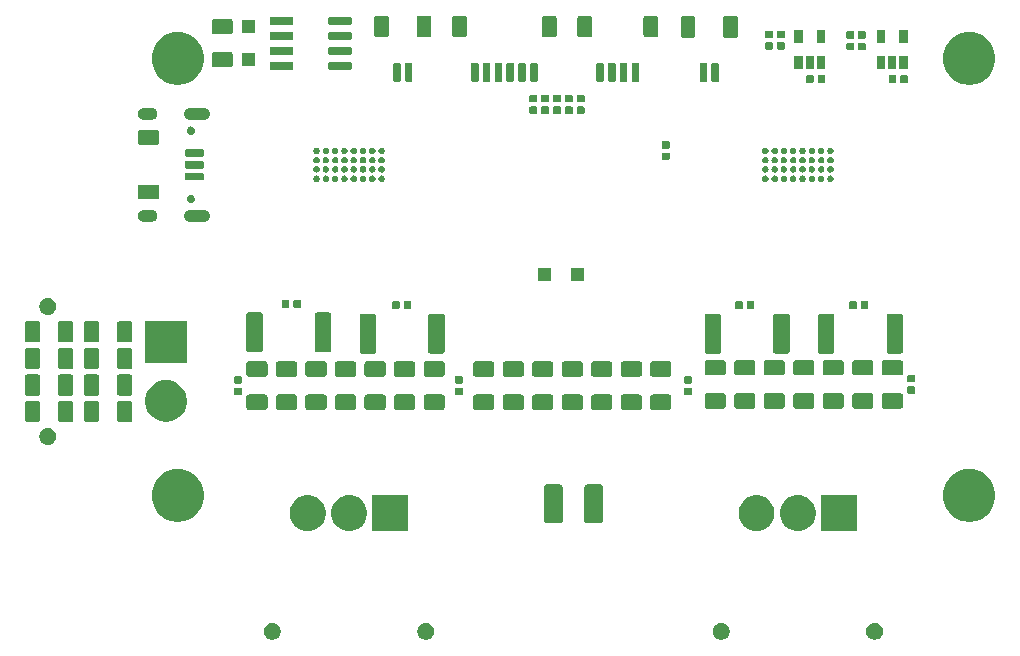
<source format=gbr>
%TF.GenerationSoftware,KiCad,Pcbnew,(5.1.5)-3*%
%TF.CreationDate,2021-04-30T11:05:51+08:00*%
%TF.ProjectId,bldc_motor_cntroller,626c6463-5f6d-46f7-946f-725f636e7472,rev?*%
%TF.SameCoordinates,PX57bcf00PY69db9c0*%
%TF.FileFunction,Soldermask,Bot*%
%TF.FilePolarity,Negative*%
%FSLAX46Y46*%
G04 Gerber Fmt 4.6, Leading zero omitted, Abs format (unit mm)*
G04 Created by KiCad (PCBNEW (5.1.5)-3) date 2021-04-30 11:05:51*
%MOMM*%
%LPD*%
G04 APERTURE LIST*
%ADD10C,0.100000*%
G04 APERTURE END LIST*
D10*
G36*
X73710308Y4193293D02*
G01*
X73710310Y4193292D01*
X73710311Y4193292D01*
X73758781Y4173215D01*
X73841522Y4138942D01*
X73959611Y4060038D01*
X74060038Y3959611D01*
X74138942Y3841522D01*
X74193293Y3710308D01*
X74221000Y3571012D01*
X74221000Y3428988D01*
X74193293Y3289692D01*
X74138942Y3158478D01*
X74060038Y3040389D01*
X73959611Y2939962D01*
X73841522Y2861058D01*
X73758781Y2826785D01*
X73710311Y2806708D01*
X73710310Y2806708D01*
X73710308Y2806707D01*
X73571012Y2779000D01*
X73428988Y2779000D01*
X73289692Y2806707D01*
X73289690Y2806708D01*
X73289689Y2806708D01*
X73241219Y2826785D01*
X73158478Y2861058D01*
X73040389Y2939962D01*
X72939962Y3040389D01*
X72861058Y3158478D01*
X72806707Y3289692D01*
X72779000Y3428988D01*
X72779000Y3571012D01*
X72806707Y3710308D01*
X72861058Y3841522D01*
X72939962Y3959611D01*
X73040389Y4060038D01*
X73158478Y4138942D01*
X73241219Y4173215D01*
X73289689Y4193292D01*
X73289690Y4193292D01*
X73289692Y4193293D01*
X73428988Y4221000D01*
X73571012Y4221000D01*
X73710308Y4193293D01*
G37*
G36*
X35710308Y4193293D02*
G01*
X35710310Y4193292D01*
X35710311Y4193292D01*
X35758781Y4173215D01*
X35841522Y4138942D01*
X35959611Y4060038D01*
X36060038Y3959611D01*
X36138942Y3841522D01*
X36193293Y3710308D01*
X36221000Y3571012D01*
X36221000Y3428988D01*
X36193293Y3289692D01*
X36138942Y3158478D01*
X36060038Y3040389D01*
X35959611Y2939962D01*
X35841522Y2861058D01*
X35758781Y2826785D01*
X35710311Y2806708D01*
X35710310Y2806708D01*
X35710308Y2806707D01*
X35571012Y2779000D01*
X35428988Y2779000D01*
X35289692Y2806707D01*
X35289690Y2806708D01*
X35289689Y2806708D01*
X35241219Y2826785D01*
X35158478Y2861058D01*
X35040389Y2939962D01*
X34939962Y3040389D01*
X34861058Y3158478D01*
X34806707Y3289692D01*
X34779000Y3428988D01*
X34779000Y3571012D01*
X34806707Y3710308D01*
X34861058Y3841522D01*
X34939962Y3959611D01*
X35040389Y4060038D01*
X35158478Y4138942D01*
X35241219Y4173215D01*
X35289689Y4193292D01*
X35289690Y4193292D01*
X35289692Y4193293D01*
X35428988Y4221000D01*
X35571012Y4221000D01*
X35710308Y4193293D01*
G37*
G36*
X22710308Y4193293D02*
G01*
X22710310Y4193292D01*
X22710311Y4193292D01*
X22758781Y4173215D01*
X22841522Y4138942D01*
X22959611Y4060038D01*
X23060038Y3959611D01*
X23138942Y3841522D01*
X23193293Y3710308D01*
X23221000Y3571012D01*
X23221000Y3428988D01*
X23193293Y3289692D01*
X23138942Y3158478D01*
X23060038Y3040389D01*
X22959611Y2939962D01*
X22841522Y2861058D01*
X22758781Y2826785D01*
X22710311Y2806708D01*
X22710310Y2806708D01*
X22710308Y2806707D01*
X22571012Y2779000D01*
X22428988Y2779000D01*
X22289692Y2806707D01*
X22289690Y2806708D01*
X22289689Y2806708D01*
X22241219Y2826785D01*
X22158478Y2861058D01*
X22040389Y2939962D01*
X21939962Y3040389D01*
X21861058Y3158478D01*
X21806707Y3289692D01*
X21779000Y3428988D01*
X21779000Y3571012D01*
X21806707Y3710308D01*
X21861058Y3841522D01*
X21939962Y3959611D01*
X22040389Y4060038D01*
X22158478Y4138942D01*
X22241219Y4173215D01*
X22289689Y4193292D01*
X22289690Y4193292D01*
X22289692Y4193293D01*
X22428988Y4221000D01*
X22571012Y4221000D01*
X22710308Y4193293D01*
G37*
G36*
X60710308Y4193293D02*
G01*
X60710310Y4193292D01*
X60710311Y4193292D01*
X60758781Y4173215D01*
X60841522Y4138942D01*
X60959611Y4060038D01*
X61060038Y3959611D01*
X61138942Y3841522D01*
X61193293Y3710308D01*
X61221000Y3571012D01*
X61221000Y3428988D01*
X61193293Y3289692D01*
X61138942Y3158478D01*
X61060038Y3040389D01*
X60959611Y2939962D01*
X60841522Y2861058D01*
X60758781Y2826785D01*
X60710311Y2806708D01*
X60710310Y2806708D01*
X60710308Y2806707D01*
X60571012Y2779000D01*
X60428988Y2779000D01*
X60289692Y2806707D01*
X60289690Y2806708D01*
X60289689Y2806708D01*
X60241219Y2826785D01*
X60158478Y2861058D01*
X60040389Y2939962D01*
X59939962Y3040389D01*
X59861058Y3158478D01*
X59806707Y3289692D01*
X59779000Y3428988D01*
X59779000Y3571012D01*
X59806707Y3710308D01*
X59861058Y3841522D01*
X59939962Y3959611D01*
X60040389Y4060038D01*
X60158478Y4138942D01*
X60241219Y4173215D01*
X60289689Y4193292D01*
X60289690Y4193292D01*
X60289692Y4193293D01*
X60428988Y4221000D01*
X60571012Y4221000D01*
X60710308Y4193293D01*
G37*
G36*
X63723269Y15006387D02*
G01*
X63943662Y14962548D01*
X64220464Y14847893D01*
X64469580Y14681439D01*
X64681439Y14469580D01*
X64847893Y14220464D01*
X64962548Y13943662D01*
X65021000Y13649804D01*
X65021000Y13350196D01*
X64962548Y13056338D01*
X64847893Y12779536D01*
X64681439Y12530420D01*
X64469580Y12318561D01*
X64220464Y12152107D01*
X63943662Y12037452D01*
X63723268Y11993613D01*
X63649805Y11979000D01*
X63350195Y11979000D01*
X63276731Y11993613D01*
X63056338Y12037452D01*
X62779536Y12152107D01*
X62530420Y12318561D01*
X62318561Y12530420D01*
X62152107Y12779536D01*
X62037452Y13056338D01*
X61979000Y13350196D01*
X61979000Y13649804D01*
X62037452Y13943662D01*
X62152107Y14220464D01*
X62318561Y14469580D01*
X62530420Y14681439D01*
X62779536Y14847893D01*
X63056338Y14962548D01*
X63276732Y15006387D01*
X63350195Y15021000D01*
X63649805Y15021000D01*
X63723269Y15006387D01*
G37*
G36*
X34021000Y11979000D02*
G01*
X30979000Y11979000D01*
X30979000Y15021000D01*
X34021000Y15021000D01*
X34021000Y11979000D01*
G37*
G36*
X29223269Y15006387D02*
G01*
X29443662Y14962548D01*
X29720464Y14847893D01*
X29969580Y14681439D01*
X30181439Y14469580D01*
X30347893Y14220464D01*
X30462548Y13943662D01*
X30521000Y13649804D01*
X30521000Y13350196D01*
X30462548Y13056338D01*
X30347893Y12779536D01*
X30181439Y12530420D01*
X29969580Y12318561D01*
X29720464Y12152107D01*
X29443662Y12037452D01*
X29223268Y11993613D01*
X29149805Y11979000D01*
X28850195Y11979000D01*
X28776731Y11993613D01*
X28556338Y12037452D01*
X28279536Y12152107D01*
X28030420Y12318561D01*
X27818561Y12530420D01*
X27652107Y12779536D01*
X27537452Y13056338D01*
X27479000Y13350196D01*
X27479000Y13649804D01*
X27537452Y13943662D01*
X27652107Y14220464D01*
X27818561Y14469580D01*
X28030420Y14681439D01*
X28279536Y14847893D01*
X28556338Y14962548D01*
X28776732Y15006387D01*
X28850195Y15021000D01*
X29149805Y15021000D01*
X29223269Y15006387D01*
G37*
G36*
X25723269Y15006387D02*
G01*
X25943662Y14962548D01*
X26220464Y14847893D01*
X26469580Y14681439D01*
X26681439Y14469580D01*
X26847893Y14220464D01*
X26962548Y13943662D01*
X27021000Y13649804D01*
X27021000Y13350196D01*
X26962548Y13056338D01*
X26847893Y12779536D01*
X26681439Y12530420D01*
X26469580Y12318561D01*
X26220464Y12152107D01*
X25943662Y12037452D01*
X25723268Y11993613D01*
X25649805Y11979000D01*
X25350195Y11979000D01*
X25276731Y11993613D01*
X25056338Y12037452D01*
X24779536Y12152107D01*
X24530420Y12318561D01*
X24318561Y12530420D01*
X24152107Y12779536D01*
X24037452Y13056338D01*
X23979000Y13350196D01*
X23979000Y13649804D01*
X24037452Y13943662D01*
X24152107Y14220464D01*
X24318561Y14469580D01*
X24530420Y14681439D01*
X24779536Y14847893D01*
X25056338Y14962548D01*
X25276732Y15006387D01*
X25350195Y15021000D01*
X25649805Y15021000D01*
X25723269Y15006387D01*
G37*
G36*
X67223269Y15006387D02*
G01*
X67443662Y14962548D01*
X67720464Y14847893D01*
X67969580Y14681439D01*
X68181439Y14469580D01*
X68347893Y14220464D01*
X68462548Y13943662D01*
X68521000Y13649804D01*
X68521000Y13350196D01*
X68462548Y13056338D01*
X68347893Y12779536D01*
X68181439Y12530420D01*
X67969580Y12318561D01*
X67720464Y12152107D01*
X67443662Y12037452D01*
X67223268Y11993613D01*
X67149805Y11979000D01*
X66850195Y11979000D01*
X66776731Y11993613D01*
X66556338Y12037452D01*
X66279536Y12152107D01*
X66030420Y12318561D01*
X65818561Y12530420D01*
X65652107Y12779536D01*
X65537452Y13056338D01*
X65479000Y13350196D01*
X65479000Y13649804D01*
X65537452Y13943662D01*
X65652107Y14220464D01*
X65818561Y14469580D01*
X66030420Y14681439D01*
X66279536Y14847893D01*
X66556338Y14962548D01*
X66776732Y15006387D01*
X66850195Y15021000D01*
X67149805Y15021000D01*
X67223269Y15006387D01*
G37*
G36*
X72021000Y11979000D02*
G01*
X68979000Y11979000D01*
X68979000Y15021000D01*
X72021000Y15021000D01*
X72021000Y11979000D01*
G37*
G36*
X46826719Y15963550D02*
G01*
X46895207Y15942774D01*
X46958319Y15909041D01*
X47013639Y15863639D01*
X47059041Y15808319D01*
X47092774Y15745207D01*
X47113550Y15676719D01*
X47121000Y15601075D01*
X47121000Y12998925D01*
X47113550Y12923281D01*
X47092774Y12854793D01*
X47059041Y12791681D01*
X47013639Y12736361D01*
X46958319Y12690959D01*
X46895207Y12657226D01*
X46826719Y12636450D01*
X46751075Y12629000D01*
X45848925Y12629000D01*
X45773281Y12636450D01*
X45704793Y12657226D01*
X45641681Y12690959D01*
X45586361Y12736361D01*
X45540959Y12791681D01*
X45507226Y12854793D01*
X45486450Y12923281D01*
X45479000Y12998925D01*
X45479000Y15601075D01*
X45486450Y15676719D01*
X45507226Y15745207D01*
X45540959Y15808319D01*
X45586361Y15863639D01*
X45641681Y15909041D01*
X45704793Y15942774D01*
X45773281Y15963550D01*
X45848925Y15971000D01*
X46751075Y15971000D01*
X46826719Y15963550D01*
G37*
G36*
X50226719Y15963550D02*
G01*
X50295207Y15942774D01*
X50358319Y15909041D01*
X50413639Y15863639D01*
X50459041Y15808319D01*
X50492774Y15745207D01*
X50513550Y15676719D01*
X50521000Y15601075D01*
X50521000Y12998925D01*
X50513550Y12923281D01*
X50492774Y12854793D01*
X50459041Y12791681D01*
X50413639Y12736361D01*
X50358319Y12690959D01*
X50295207Y12657226D01*
X50226719Y12636450D01*
X50151075Y12629000D01*
X49248925Y12629000D01*
X49173281Y12636450D01*
X49104793Y12657226D01*
X49041681Y12690959D01*
X48986361Y12736361D01*
X48940959Y12791681D01*
X48907226Y12854793D01*
X48886450Y12923281D01*
X48879000Y12998925D01*
X48879000Y15601075D01*
X48886450Y15676719D01*
X48907226Y15745207D01*
X48940959Y15808319D01*
X48986361Y15863639D01*
X49041681Y15909041D01*
X49104793Y15942774D01*
X49173281Y15963550D01*
X49248925Y15971000D01*
X50151075Y15971000D01*
X50226719Y15963550D01*
G37*
G36*
X14826022Y17199662D02*
G01*
X15147845Y17135648D01*
X15552038Y16968225D01*
X15915804Y16725164D01*
X16225164Y16415804D01*
X16468225Y16052038D01*
X16635648Y15647845D01*
X16721000Y15218748D01*
X16721000Y14781252D01*
X16635648Y14352155D01*
X16468225Y13947962D01*
X16225164Y13584196D01*
X15915804Y13274836D01*
X15552038Y13031775D01*
X15147845Y12864352D01*
X14881826Y12811438D01*
X14718749Y12779000D01*
X14281251Y12779000D01*
X14118174Y12811438D01*
X13852155Y12864352D01*
X13447962Y13031775D01*
X13084196Y13274836D01*
X12774836Y13584196D01*
X12531775Y13947962D01*
X12364352Y14352155D01*
X12279000Y14781252D01*
X12279000Y15218748D01*
X12364352Y15647845D01*
X12531775Y16052038D01*
X12774836Y16415804D01*
X13084196Y16725164D01*
X13447962Y16968225D01*
X13852155Y17135648D01*
X14173978Y17199662D01*
X14281251Y17221000D01*
X14718749Y17221000D01*
X14826022Y17199662D01*
G37*
G36*
X81826022Y17199662D02*
G01*
X82147845Y17135648D01*
X82552038Y16968225D01*
X82915804Y16725164D01*
X83225164Y16415804D01*
X83468225Y16052038D01*
X83635648Y15647845D01*
X83721000Y15218748D01*
X83721000Y14781252D01*
X83635648Y14352155D01*
X83468225Y13947962D01*
X83225164Y13584196D01*
X82915804Y13274836D01*
X82552038Y13031775D01*
X82147845Y12864352D01*
X81881826Y12811438D01*
X81718749Y12779000D01*
X81281251Y12779000D01*
X81118174Y12811438D01*
X80852155Y12864352D01*
X80447962Y13031775D01*
X80084196Y13274836D01*
X79774836Y13584196D01*
X79531775Y13947962D01*
X79364352Y14352155D01*
X79279000Y14781252D01*
X79279000Y15218748D01*
X79364352Y15647845D01*
X79531775Y16052038D01*
X79774836Y16415804D01*
X80084196Y16725164D01*
X80447962Y16968225D01*
X80852155Y17135648D01*
X81173978Y17199662D01*
X81281251Y17221000D01*
X81718749Y17221000D01*
X81826022Y17199662D01*
G37*
G36*
X3710308Y20693293D02*
G01*
X3710310Y20693292D01*
X3710311Y20693292D01*
X3758781Y20673215D01*
X3841522Y20638942D01*
X3959611Y20560038D01*
X4060038Y20459611D01*
X4138942Y20341522D01*
X4193293Y20210308D01*
X4221000Y20071012D01*
X4221000Y19928988D01*
X4193293Y19789692D01*
X4138942Y19658478D01*
X4060038Y19540389D01*
X3959611Y19439962D01*
X3841522Y19361058D01*
X3758781Y19326785D01*
X3710311Y19306708D01*
X3710310Y19306708D01*
X3710308Y19306707D01*
X3571012Y19279000D01*
X3428988Y19279000D01*
X3289692Y19306707D01*
X3289690Y19306708D01*
X3289689Y19306708D01*
X3241219Y19326785D01*
X3158478Y19361058D01*
X3040389Y19439962D01*
X2939962Y19540389D01*
X2861058Y19658478D01*
X2806707Y19789692D01*
X2779000Y19928988D01*
X2779000Y20071012D01*
X2806707Y20210308D01*
X2861058Y20341522D01*
X2939962Y20459611D01*
X3040389Y20560038D01*
X3158478Y20638942D01*
X3241219Y20673215D01*
X3289689Y20693292D01*
X3289690Y20693292D01*
X3289692Y20693293D01*
X3428988Y20721000D01*
X3571012Y20721000D01*
X3710308Y20693293D01*
G37*
G36*
X10481392Y22991645D02*
G01*
X10519656Y22980038D01*
X10554916Y22961191D01*
X10585825Y22935825D01*
X10611191Y22904916D01*
X10630038Y22869656D01*
X10641645Y22831392D01*
X10646000Y22787174D01*
X10646000Y21412826D01*
X10641645Y21368608D01*
X10630038Y21330344D01*
X10611191Y21295084D01*
X10585825Y21264175D01*
X10554916Y21238809D01*
X10519656Y21219962D01*
X10481392Y21208355D01*
X10437174Y21204000D01*
X9562826Y21204000D01*
X9518608Y21208355D01*
X9480344Y21219962D01*
X9445084Y21238809D01*
X9414175Y21264175D01*
X9388809Y21295084D01*
X9369962Y21330344D01*
X9358355Y21368608D01*
X9354000Y21412826D01*
X9354000Y22787174D01*
X9358355Y22831392D01*
X9369962Y22869656D01*
X9388809Y22904916D01*
X9414175Y22935825D01*
X9445084Y22961191D01*
X9480344Y22980038D01*
X9518608Y22991645D01*
X9562826Y22996000D01*
X10437174Y22996000D01*
X10481392Y22991645D01*
G37*
G36*
X5481392Y22991645D02*
G01*
X5519656Y22980038D01*
X5554916Y22961191D01*
X5585825Y22935825D01*
X5611191Y22904916D01*
X5630038Y22869656D01*
X5641645Y22831392D01*
X5646000Y22787174D01*
X5646000Y21412826D01*
X5641645Y21368608D01*
X5630038Y21330344D01*
X5611191Y21295084D01*
X5585825Y21264175D01*
X5554916Y21238809D01*
X5519656Y21219962D01*
X5481392Y21208355D01*
X5437174Y21204000D01*
X4562826Y21204000D01*
X4518608Y21208355D01*
X4480344Y21219962D01*
X4445084Y21238809D01*
X4414175Y21264175D01*
X4388809Y21295084D01*
X4369962Y21330344D01*
X4358355Y21368608D01*
X4354000Y21412826D01*
X4354000Y22787174D01*
X4358355Y22831392D01*
X4369962Y22869656D01*
X4388809Y22904916D01*
X4414175Y22935825D01*
X4445084Y22961191D01*
X4480344Y22980038D01*
X4518608Y22991645D01*
X4562826Y22996000D01*
X5437174Y22996000D01*
X5481392Y22991645D01*
G37*
G36*
X2681392Y22991645D02*
G01*
X2719656Y22980038D01*
X2754916Y22961191D01*
X2785825Y22935825D01*
X2811191Y22904916D01*
X2830038Y22869656D01*
X2841645Y22831392D01*
X2846000Y22787174D01*
X2846000Y21412826D01*
X2841645Y21368608D01*
X2830038Y21330344D01*
X2811191Y21295084D01*
X2785825Y21264175D01*
X2754916Y21238809D01*
X2719656Y21219962D01*
X2681392Y21208355D01*
X2637174Y21204000D01*
X1762826Y21204000D01*
X1718608Y21208355D01*
X1680344Y21219962D01*
X1645084Y21238809D01*
X1614175Y21264175D01*
X1588809Y21295084D01*
X1569962Y21330344D01*
X1558355Y21368608D01*
X1554000Y21412826D01*
X1554000Y22787174D01*
X1558355Y22831392D01*
X1569962Y22869656D01*
X1588809Y22904916D01*
X1614175Y22935825D01*
X1645084Y22961191D01*
X1680344Y22980038D01*
X1718608Y22991645D01*
X1762826Y22996000D01*
X2637174Y22996000D01*
X2681392Y22991645D01*
G37*
G36*
X7681392Y22991645D02*
G01*
X7719656Y22980038D01*
X7754916Y22961191D01*
X7785825Y22935825D01*
X7811191Y22904916D01*
X7830038Y22869656D01*
X7841645Y22831392D01*
X7846000Y22787174D01*
X7846000Y21412826D01*
X7841645Y21368608D01*
X7830038Y21330344D01*
X7811191Y21295084D01*
X7785825Y21264175D01*
X7754916Y21238809D01*
X7719656Y21219962D01*
X7681392Y21208355D01*
X7637174Y21204000D01*
X6762826Y21204000D01*
X6718608Y21208355D01*
X6680344Y21219962D01*
X6645084Y21238809D01*
X6614175Y21264175D01*
X6588809Y21295084D01*
X6569962Y21330344D01*
X6558355Y21368608D01*
X6554000Y21412826D01*
X6554000Y22787174D01*
X6558355Y22831392D01*
X6569962Y22869656D01*
X6588809Y22904916D01*
X6614175Y22935825D01*
X6645084Y22961191D01*
X6680344Y22980038D01*
X6718608Y22991645D01*
X6762826Y22996000D01*
X7637174Y22996000D01*
X7681392Y22991645D01*
G37*
G36*
X13811290Y24743776D02*
G01*
X14016585Y24702941D01*
X14338883Y24569440D01*
X14628946Y24375627D01*
X14875627Y24128946D01*
X15069440Y23838883D01*
X15202941Y23516585D01*
X15219933Y23431159D01*
X15271000Y23174428D01*
X15271000Y22825572D01*
X15263362Y22787174D01*
X15202941Y22483415D01*
X15069440Y22161117D01*
X14875627Y21871054D01*
X14628946Y21624373D01*
X14338883Y21430560D01*
X14016585Y21297059D01*
X13851264Y21264175D01*
X13674428Y21229000D01*
X13325572Y21229000D01*
X13148736Y21264175D01*
X12983415Y21297059D01*
X12661117Y21430560D01*
X12371054Y21624373D01*
X12124373Y21871054D01*
X11930560Y22161117D01*
X11797059Y22483415D01*
X11736638Y22787174D01*
X11729000Y22825572D01*
X11729000Y23174428D01*
X11780067Y23431159D01*
X11797059Y23516585D01*
X11930560Y23838883D01*
X12124373Y24128946D01*
X12371054Y24375627D01*
X12661117Y24569440D01*
X12983415Y24702941D01*
X13188710Y24743776D01*
X13325572Y24771000D01*
X13674428Y24771000D01*
X13811290Y24743776D01*
G37*
G36*
X29431392Y23541645D02*
G01*
X29469656Y23530038D01*
X29504916Y23511191D01*
X29535825Y23485825D01*
X29561191Y23454916D01*
X29580038Y23419656D01*
X29591645Y23381392D01*
X29596000Y23337174D01*
X29596000Y22462826D01*
X29591645Y22418608D01*
X29580038Y22380344D01*
X29561191Y22345084D01*
X29535825Y22314175D01*
X29504916Y22288809D01*
X29469656Y22269962D01*
X29431392Y22258355D01*
X29387174Y22254000D01*
X28012826Y22254000D01*
X27968608Y22258355D01*
X27930344Y22269962D01*
X27895084Y22288809D01*
X27864175Y22314175D01*
X27838809Y22345084D01*
X27819962Y22380344D01*
X27808355Y22418608D01*
X27804000Y22462826D01*
X27804000Y23337174D01*
X27808355Y23381392D01*
X27819962Y23419656D01*
X27838809Y23454916D01*
X27864175Y23485825D01*
X27895084Y23511191D01*
X27930344Y23530038D01*
X27968608Y23541645D01*
X28012826Y23546000D01*
X29387174Y23546000D01*
X29431392Y23541645D01*
G37*
G36*
X36931392Y23541645D02*
G01*
X36969656Y23530038D01*
X37004916Y23511191D01*
X37035825Y23485825D01*
X37061191Y23454916D01*
X37080038Y23419656D01*
X37091645Y23381392D01*
X37096000Y23337174D01*
X37096000Y22462826D01*
X37091645Y22418608D01*
X37080038Y22380344D01*
X37061191Y22345084D01*
X37035825Y22314175D01*
X37004916Y22288809D01*
X36969656Y22269962D01*
X36931392Y22258355D01*
X36887174Y22254000D01*
X35512826Y22254000D01*
X35468608Y22258355D01*
X35430344Y22269962D01*
X35395084Y22288809D01*
X35364175Y22314175D01*
X35338809Y22345084D01*
X35319962Y22380344D01*
X35308355Y22418608D01*
X35304000Y22462826D01*
X35304000Y23337174D01*
X35308355Y23381392D01*
X35319962Y23419656D01*
X35338809Y23454916D01*
X35364175Y23485825D01*
X35395084Y23511191D01*
X35430344Y23530038D01*
X35468608Y23541645D01*
X35512826Y23546000D01*
X36887174Y23546000D01*
X36931392Y23541645D01*
G37*
G36*
X34431392Y23541645D02*
G01*
X34469656Y23530038D01*
X34504916Y23511191D01*
X34535825Y23485825D01*
X34561191Y23454916D01*
X34580038Y23419656D01*
X34591645Y23381392D01*
X34596000Y23337174D01*
X34596000Y22462826D01*
X34591645Y22418608D01*
X34580038Y22380344D01*
X34561191Y22345084D01*
X34535825Y22314175D01*
X34504916Y22288809D01*
X34469656Y22269962D01*
X34431392Y22258355D01*
X34387174Y22254000D01*
X33012826Y22254000D01*
X32968608Y22258355D01*
X32930344Y22269962D01*
X32895084Y22288809D01*
X32864175Y22314175D01*
X32838809Y22345084D01*
X32819962Y22380344D01*
X32808355Y22418608D01*
X32804000Y22462826D01*
X32804000Y23337174D01*
X32808355Y23381392D01*
X32819962Y23419656D01*
X32838809Y23454916D01*
X32864175Y23485825D01*
X32895084Y23511191D01*
X32930344Y23530038D01*
X32968608Y23541645D01*
X33012826Y23546000D01*
X34387174Y23546000D01*
X34431392Y23541645D01*
G37*
G36*
X31931392Y23541645D02*
G01*
X31969656Y23530038D01*
X32004916Y23511191D01*
X32035825Y23485825D01*
X32061191Y23454916D01*
X32080038Y23419656D01*
X32091645Y23381392D01*
X32096000Y23337174D01*
X32096000Y22462826D01*
X32091645Y22418608D01*
X32080038Y22380344D01*
X32061191Y22345084D01*
X32035825Y22314175D01*
X32004916Y22288809D01*
X31969656Y22269962D01*
X31931392Y22258355D01*
X31887174Y22254000D01*
X30512826Y22254000D01*
X30468608Y22258355D01*
X30430344Y22269962D01*
X30395084Y22288809D01*
X30364175Y22314175D01*
X30338809Y22345084D01*
X30319962Y22380344D01*
X30308355Y22418608D01*
X30304000Y22462826D01*
X30304000Y23337174D01*
X30308355Y23381392D01*
X30319962Y23419656D01*
X30338809Y23454916D01*
X30364175Y23485825D01*
X30395084Y23511191D01*
X30430344Y23530038D01*
X30468608Y23541645D01*
X30512826Y23546000D01*
X31887174Y23546000D01*
X31931392Y23541645D01*
G37*
G36*
X26931392Y23541645D02*
G01*
X26969656Y23530038D01*
X27004916Y23511191D01*
X27035825Y23485825D01*
X27061191Y23454916D01*
X27080038Y23419656D01*
X27091645Y23381392D01*
X27096000Y23337174D01*
X27096000Y22462826D01*
X27091645Y22418608D01*
X27080038Y22380344D01*
X27061191Y22345084D01*
X27035825Y22314175D01*
X27004916Y22288809D01*
X26969656Y22269962D01*
X26931392Y22258355D01*
X26887174Y22254000D01*
X25512826Y22254000D01*
X25468608Y22258355D01*
X25430344Y22269962D01*
X25395084Y22288809D01*
X25364175Y22314175D01*
X25338809Y22345084D01*
X25319962Y22380344D01*
X25308355Y22418608D01*
X25304000Y22462826D01*
X25304000Y23337174D01*
X25308355Y23381392D01*
X25319962Y23419656D01*
X25338809Y23454916D01*
X25364175Y23485825D01*
X25395084Y23511191D01*
X25430344Y23530038D01*
X25468608Y23541645D01*
X25512826Y23546000D01*
X26887174Y23546000D01*
X26931392Y23541645D01*
G37*
G36*
X21931392Y23541645D02*
G01*
X21969656Y23530038D01*
X22004916Y23511191D01*
X22035825Y23485825D01*
X22061191Y23454916D01*
X22080038Y23419656D01*
X22091645Y23381392D01*
X22096000Y23337174D01*
X22096000Y22462826D01*
X22091645Y22418608D01*
X22080038Y22380344D01*
X22061191Y22345084D01*
X22035825Y22314175D01*
X22004916Y22288809D01*
X21969656Y22269962D01*
X21931392Y22258355D01*
X21887174Y22254000D01*
X20512826Y22254000D01*
X20468608Y22258355D01*
X20430344Y22269962D01*
X20395084Y22288809D01*
X20364175Y22314175D01*
X20338809Y22345084D01*
X20319962Y22380344D01*
X20308355Y22418608D01*
X20304000Y22462826D01*
X20304000Y23337174D01*
X20308355Y23381392D01*
X20319962Y23419656D01*
X20338809Y23454916D01*
X20364175Y23485825D01*
X20395084Y23511191D01*
X20430344Y23530038D01*
X20468608Y23541645D01*
X20512826Y23546000D01*
X21887174Y23546000D01*
X21931392Y23541645D01*
G37*
G36*
X24431392Y23541645D02*
G01*
X24469656Y23530038D01*
X24504916Y23511191D01*
X24535825Y23485825D01*
X24561191Y23454916D01*
X24580038Y23419656D01*
X24591645Y23381392D01*
X24596000Y23337174D01*
X24596000Y22462826D01*
X24591645Y22418608D01*
X24580038Y22380344D01*
X24561191Y22345084D01*
X24535825Y22314175D01*
X24504916Y22288809D01*
X24469656Y22269962D01*
X24431392Y22258355D01*
X24387174Y22254000D01*
X23012826Y22254000D01*
X22968608Y22258355D01*
X22930344Y22269962D01*
X22895084Y22288809D01*
X22864175Y22314175D01*
X22838809Y22345084D01*
X22819962Y22380344D01*
X22808355Y22418608D01*
X22804000Y22462826D01*
X22804000Y23337174D01*
X22808355Y23381392D01*
X22819962Y23419656D01*
X22838809Y23454916D01*
X22864175Y23485825D01*
X22895084Y23511191D01*
X22930344Y23530038D01*
X22968608Y23541645D01*
X23012826Y23546000D01*
X24387174Y23546000D01*
X24431392Y23541645D01*
G37*
G36*
X43631392Y23541645D02*
G01*
X43669656Y23530038D01*
X43704916Y23511191D01*
X43735825Y23485825D01*
X43761191Y23454916D01*
X43780038Y23419656D01*
X43791645Y23381392D01*
X43796000Y23337174D01*
X43796000Y22462826D01*
X43791645Y22418608D01*
X43780038Y22380344D01*
X43761191Y22345084D01*
X43735825Y22314175D01*
X43704916Y22288809D01*
X43669656Y22269962D01*
X43631392Y22258355D01*
X43587174Y22254000D01*
X42212826Y22254000D01*
X42168608Y22258355D01*
X42130344Y22269962D01*
X42095084Y22288809D01*
X42064175Y22314175D01*
X42038809Y22345084D01*
X42019962Y22380344D01*
X42008355Y22418608D01*
X42004000Y22462826D01*
X42004000Y23337174D01*
X42008355Y23381392D01*
X42019962Y23419656D01*
X42038809Y23454916D01*
X42064175Y23485825D01*
X42095084Y23511191D01*
X42130344Y23530038D01*
X42168608Y23541645D01*
X42212826Y23546000D01*
X43587174Y23546000D01*
X43631392Y23541645D01*
G37*
G36*
X46131392Y23541645D02*
G01*
X46169656Y23530038D01*
X46204916Y23511191D01*
X46235825Y23485825D01*
X46261191Y23454916D01*
X46280038Y23419656D01*
X46291645Y23381392D01*
X46296000Y23337174D01*
X46296000Y22462826D01*
X46291645Y22418608D01*
X46280038Y22380344D01*
X46261191Y22345084D01*
X46235825Y22314175D01*
X46204916Y22288809D01*
X46169656Y22269962D01*
X46131392Y22258355D01*
X46087174Y22254000D01*
X44712826Y22254000D01*
X44668608Y22258355D01*
X44630344Y22269962D01*
X44595084Y22288809D01*
X44564175Y22314175D01*
X44538809Y22345084D01*
X44519962Y22380344D01*
X44508355Y22418608D01*
X44504000Y22462826D01*
X44504000Y23337174D01*
X44508355Y23381392D01*
X44519962Y23419656D01*
X44538809Y23454916D01*
X44564175Y23485825D01*
X44595084Y23511191D01*
X44630344Y23530038D01*
X44668608Y23541645D01*
X44712826Y23546000D01*
X46087174Y23546000D01*
X46131392Y23541645D01*
G37*
G36*
X48631392Y23541645D02*
G01*
X48669656Y23530038D01*
X48704916Y23511191D01*
X48735825Y23485825D01*
X48761191Y23454916D01*
X48780038Y23419656D01*
X48791645Y23381392D01*
X48796000Y23337174D01*
X48796000Y22462826D01*
X48791645Y22418608D01*
X48780038Y22380344D01*
X48761191Y22345084D01*
X48735825Y22314175D01*
X48704916Y22288809D01*
X48669656Y22269962D01*
X48631392Y22258355D01*
X48587174Y22254000D01*
X47212826Y22254000D01*
X47168608Y22258355D01*
X47130344Y22269962D01*
X47095084Y22288809D01*
X47064175Y22314175D01*
X47038809Y22345084D01*
X47019962Y22380344D01*
X47008355Y22418608D01*
X47004000Y22462826D01*
X47004000Y23337174D01*
X47008355Y23381392D01*
X47019962Y23419656D01*
X47038809Y23454916D01*
X47064175Y23485825D01*
X47095084Y23511191D01*
X47130344Y23530038D01*
X47168608Y23541645D01*
X47212826Y23546000D01*
X48587174Y23546000D01*
X48631392Y23541645D01*
G37*
G36*
X51131392Y23541645D02*
G01*
X51169656Y23530038D01*
X51204916Y23511191D01*
X51235825Y23485825D01*
X51261191Y23454916D01*
X51280038Y23419656D01*
X51291645Y23381392D01*
X51296000Y23337174D01*
X51296000Y22462826D01*
X51291645Y22418608D01*
X51280038Y22380344D01*
X51261191Y22345084D01*
X51235825Y22314175D01*
X51204916Y22288809D01*
X51169656Y22269962D01*
X51131392Y22258355D01*
X51087174Y22254000D01*
X49712826Y22254000D01*
X49668608Y22258355D01*
X49630344Y22269962D01*
X49595084Y22288809D01*
X49564175Y22314175D01*
X49538809Y22345084D01*
X49519962Y22380344D01*
X49508355Y22418608D01*
X49504000Y22462826D01*
X49504000Y23337174D01*
X49508355Y23381392D01*
X49519962Y23419656D01*
X49538809Y23454916D01*
X49564175Y23485825D01*
X49595084Y23511191D01*
X49630344Y23530038D01*
X49668608Y23541645D01*
X49712826Y23546000D01*
X51087174Y23546000D01*
X51131392Y23541645D01*
G37*
G36*
X53631392Y23541645D02*
G01*
X53669656Y23530038D01*
X53704916Y23511191D01*
X53735825Y23485825D01*
X53761191Y23454916D01*
X53780038Y23419656D01*
X53791645Y23381392D01*
X53796000Y23337174D01*
X53796000Y22462826D01*
X53791645Y22418608D01*
X53780038Y22380344D01*
X53761191Y22345084D01*
X53735825Y22314175D01*
X53704916Y22288809D01*
X53669656Y22269962D01*
X53631392Y22258355D01*
X53587174Y22254000D01*
X52212826Y22254000D01*
X52168608Y22258355D01*
X52130344Y22269962D01*
X52095084Y22288809D01*
X52064175Y22314175D01*
X52038809Y22345084D01*
X52019962Y22380344D01*
X52008355Y22418608D01*
X52004000Y22462826D01*
X52004000Y23337174D01*
X52008355Y23381392D01*
X52019962Y23419656D01*
X52038809Y23454916D01*
X52064175Y23485825D01*
X52095084Y23511191D01*
X52130344Y23530038D01*
X52168608Y23541645D01*
X52212826Y23546000D01*
X53587174Y23546000D01*
X53631392Y23541645D01*
G37*
G36*
X56131392Y23541645D02*
G01*
X56169656Y23530038D01*
X56204916Y23511191D01*
X56235825Y23485825D01*
X56261191Y23454916D01*
X56280038Y23419656D01*
X56291645Y23381392D01*
X56296000Y23337174D01*
X56296000Y22462826D01*
X56291645Y22418608D01*
X56280038Y22380344D01*
X56261191Y22345084D01*
X56235825Y22314175D01*
X56204916Y22288809D01*
X56169656Y22269962D01*
X56131392Y22258355D01*
X56087174Y22254000D01*
X54712826Y22254000D01*
X54668608Y22258355D01*
X54630344Y22269962D01*
X54595084Y22288809D01*
X54564175Y22314175D01*
X54538809Y22345084D01*
X54519962Y22380344D01*
X54508355Y22418608D01*
X54504000Y22462826D01*
X54504000Y23337174D01*
X54508355Y23381392D01*
X54519962Y23419656D01*
X54538809Y23454916D01*
X54564175Y23485825D01*
X54595084Y23511191D01*
X54630344Y23530038D01*
X54668608Y23541645D01*
X54712826Y23546000D01*
X56087174Y23546000D01*
X56131392Y23541645D01*
G37*
G36*
X41131392Y23541645D02*
G01*
X41169656Y23530038D01*
X41204916Y23511191D01*
X41235825Y23485825D01*
X41261191Y23454916D01*
X41280038Y23419656D01*
X41291645Y23381392D01*
X41296000Y23337174D01*
X41296000Y22462826D01*
X41291645Y22418608D01*
X41280038Y22380344D01*
X41261191Y22345084D01*
X41235825Y22314175D01*
X41204916Y22288809D01*
X41169656Y22269962D01*
X41131392Y22258355D01*
X41087174Y22254000D01*
X39712826Y22254000D01*
X39668608Y22258355D01*
X39630344Y22269962D01*
X39595084Y22288809D01*
X39564175Y22314175D01*
X39538809Y22345084D01*
X39519962Y22380344D01*
X39508355Y22418608D01*
X39504000Y22462826D01*
X39504000Y23337174D01*
X39508355Y23381392D01*
X39519962Y23419656D01*
X39538809Y23454916D01*
X39564175Y23485825D01*
X39595084Y23511191D01*
X39630344Y23530038D01*
X39668608Y23541645D01*
X39712826Y23546000D01*
X41087174Y23546000D01*
X41131392Y23541645D01*
G37*
G36*
X65731392Y23641645D02*
G01*
X65769656Y23630038D01*
X65804916Y23611191D01*
X65835825Y23585825D01*
X65861191Y23554916D01*
X65880038Y23519656D01*
X65891645Y23481392D01*
X65896000Y23437174D01*
X65896000Y22562826D01*
X65891645Y22518608D01*
X65880038Y22480344D01*
X65861191Y22445084D01*
X65835825Y22414175D01*
X65804916Y22388809D01*
X65769656Y22369962D01*
X65731392Y22358355D01*
X65687174Y22354000D01*
X64312826Y22354000D01*
X64268608Y22358355D01*
X64230344Y22369962D01*
X64195084Y22388809D01*
X64164175Y22414175D01*
X64138809Y22445084D01*
X64119962Y22480344D01*
X64108355Y22518608D01*
X64104000Y22562826D01*
X64104000Y23437174D01*
X64108355Y23481392D01*
X64119962Y23519656D01*
X64138809Y23554916D01*
X64164175Y23585825D01*
X64195084Y23611191D01*
X64230344Y23630038D01*
X64268608Y23641645D01*
X64312826Y23646000D01*
X65687174Y23646000D01*
X65731392Y23641645D01*
G37*
G36*
X63231392Y23641645D02*
G01*
X63269656Y23630038D01*
X63304916Y23611191D01*
X63335825Y23585825D01*
X63361191Y23554916D01*
X63380038Y23519656D01*
X63391645Y23481392D01*
X63396000Y23437174D01*
X63396000Y22562826D01*
X63391645Y22518608D01*
X63380038Y22480344D01*
X63361191Y22445084D01*
X63335825Y22414175D01*
X63304916Y22388809D01*
X63269656Y22369962D01*
X63231392Y22358355D01*
X63187174Y22354000D01*
X61812826Y22354000D01*
X61768608Y22358355D01*
X61730344Y22369962D01*
X61695084Y22388809D01*
X61664175Y22414175D01*
X61638809Y22445084D01*
X61619962Y22480344D01*
X61608355Y22518608D01*
X61604000Y22562826D01*
X61604000Y23437174D01*
X61608355Y23481392D01*
X61619962Y23519656D01*
X61638809Y23554916D01*
X61664175Y23585825D01*
X61695084Y23611191D01*
X61730344Y23630038D01*
X61768608Y23641645D01*
X61812826Y23646000D01*
X63187174Y23646000D01*
X63231392Y23641645D01*
G37*
G36*
X60731392Y23641645D02*
G01*
X60769656Y23630038D01*
X60804916Y23611191D01*
X60835825Y23585825D01*
X60861191Y23554916D01*
X60880038Y23519656D01*
X60891645Y23481392D01*
X60896000Y23437174D01*
X60896000Y22562826D01*
X60891645Y22518608D01*
X60880038Y22480344D01*
X60861191Y22445084D01*
X60835825Y22414175D01*
X60804916Y22388809D01*
X60769656Y22369962D01*
X60731392Y22358355D01*
X60687174Y22354000D01*
X59312826Y22354000D01*
X59268608Y22358355D01*
X59230344Y22369962D01*
X59195084Y22388809D01*
X59164175Y22414175D01*
X59138809Y22445084D01*
X59119962Y22480344D01*
X59108355Y22518608D01*
X59104000Y22562826D01*
X59104000Y23437174D01*
X59108355Y23481392D01*
X59119962Y23519656D01*
X59138809Y23554916D01*
X59164175Y23585825D01*
X59195084Y23611191D01*
X59230344Y23630038D01*
X59268608Y23641645D01*
X59312826Y23646000D01*
X60687174Y23646000D01*
X60731392Y23641645D01*
G37*
G36*
X68231392Y23641645D02*
G01*
X68269656Y23630038D01*
X68304916Y23611191D01*
X68335825Y23585825D01*
X68361191Y23554916D01*
X68380038Y23519656D01*
X68391645Y23481392D01*
X68396000Y23437174D01*
X68396000Y22562826D01*
X68391645Y22518608D01*
X68380038Y22480344D01*
X68361191Y22445084D01*
X68335825Y22414175D01*
X68304916Y22388809D01*
X68269656Y22369962D01*
X68231392Y22358355D01*
X68187174Y22354000D01*
X66812826Y22354000D01*
X66768608Y22358355D01*
X66730344Y22369962D01*
X66695084Y22388809D01*
X66664175Y22414175D01*
X66638809Y22445084D01*
X66619962Y22480344D01*
X66608355Y22518608D01*
X66604000Y22562826D01*
X66604000Y23437174D01*
X66608355Y23481392D01*
X66619962Y23519656D01*
X66638809Y23554916D01*
X66664175Y23585825D01*
X66695084Y23611191D01*
X66730344Y23630038D01*
X66768608Y23641645D01*
X66812826Y23646000D01*
X68187174Y23646000D01*
X68231392Y23641645D01*
G37*
G36*
X70731392Y23641645D02*
G01*
X70769656Y23630038D01*
X70804916Y23611191D01*
X70835825Y23585825D01*
X70861191Y23554916D01*
X70880038Y23519656D01*
X70891645Y23481392D01*
X70896000Y23437174D01*
X70896000Y22562826D01*
X70891645Y22518608D01*
X70880038Y22480344D01*
X70861191Y22445084D01*
X70835825Y22414175D01*
X70804916Y22388809D01*
X70769656Y22369962D01*
X70731392Y22358355D01*
X70687174Y22354000D01*
X69312826Y22354000D01*
X69268608Y22358355D01*
X69230344Y22369962D01*
X69195084Y22388809D01*
X69164175Y22414175D01*
X69138809Y22445084D01*
X69119962Y22480344D01*
X69108355Y22518608D01*
X69104000Y22562826D01*
X69104000Y23437174D01*
X69108355Y23481392D01*
X69119962Y23519656D01*
X69138809Y23554916D01*
X69164175Y23585825D01*
X69195084Y23611191D01*
X69230344Y23630038D01*
X69268608Y23641645D01*
X69312826Y23646000D01*
X70687174Y23646000D01*
X70731392Y23641645D01*
G37*
G36*
X73231392Y23641645D02*
G01*
X73269656Y23630038D01*
X73304916Y23611191D01*
X73335825Y23585825D01*
X73361191Y23554916D01*
X73380038Y23519656D01*
X73391645Y23481392D01*
X73396000Y23437174D01*
X73396000Y22562826D01*
X73391645Y22518608D01*
X73380038Y22480344D01*
X73361191Y22445084D01*
X73335825Y22414175D01*
X73304916Y22388809D01*
X73269656Y22369962D01*
X73231392Y22358355D01*
X73187174Y22354000D01*
X71812826Y22354000D01*
X71768608Y22358355D01*
X71730344Y22369962D01*
X71695084Y22388809D01*
X71664175Y22414175D01*
X71638809Y22445084D01*
X71619962Y22480344D01*
X71608355Y22518608D01*
X71604000Y22562826D01*
X71604000Y23437174D01*
X71608355Y23481392D01*
X71619962Y23519656D01*
X71638809Y23554916D01*
X71664175Y23585825D01*
X71695084Y23611191D01*
X71730344Y23630038D01*
X71768608Y23641645D01*
X71812826Y23646000D01*
X73187174Y23646000D01*
X73231392Y23641645D01*
G37*
G36*
X75731392Y23641645D02*
G01*
X75769656Y23630038D01*
X75804916Y23611191D01*
X75835825Y23585825D01*
X75861191Y23554916D01*
X75880038Y23519656D01*
X75891645Y23481392D01*
X75896000Y23437174D01*
X75896000Y22562826D01*
X75891645Y22518608D01*
X75880038Y22480344D01*
X75861191Y22445084D01*
X75835825Y22414175D01*
X75804916Y22388809D01*
X75769656Y22369962D01*
X75731392Y22358355D01*
X75687174Y22354000D01*
X74312826Y22354000D01*
X74268608Y22358355D01*
X74230344Y22369962D01*
X74195084Y22388809D01*
X74164175Y22414175D01*
X74138809Y22445084D01*
X74119962Y22480344D01*
X74108355Y22518608D01*
X74104000Y22562826D01*
X74104000Y23437174D01*
X74108355Y23481392D01*
X74119962Y23519656D01*
X74138809Y23554916D01*
X74164175Y23585825D01*
X74195084Y23611191D01*
X74230344Y23630038D01*
X74268608Y23641645D01*
X74312826Y23646000D01*
X75687174Y23646000D01*
X75731392Y23641645D01*
G37*
G36*
X7681392Y25241645D02*
G01*
X7719656Y25230038D01*
X7754916Y25211191D01*
X7785825Y25185825D01*
X7811191Y25154916D01*
X7830038Y25119656D01*
X7841645Y25081392D01*
X7846000Y25037174D01*
X7846000Y23662826D01*
X7841645Y23618608D01*
X7830038Y23580344D01*
X7811191Y23545084D01*
X7785825Y23514175D01*
X7754916Y23488809D01*
X7719656Y23469962D01*
X7681392Y23458355D01*
X7637174Y23454000D01*
X6762826Y23454000D01*
X6718608Y23458355D01*
X6680344Y23469962D01*
X6645084Y23488809D01*
X6614175Y23514175D01*
X6588809Y23545084D01*
X6569962Y23580344D01*
X6558355Y23618608D01*
X6554000Y23662826D01*
X6554000Y25037174D01*
X6558355Y25081392D01*
X6569962Y25119656D01*
X6588809Y25154916D01*
X6614175Y25185825D01*
X6645084Y25211191D01*
X6680344Y25230038D01*
X6718608Y25241645D01*
X6762826Y25246000D01*
X7637174Y25246000D01*
X7681392Y25241645D01*
G37*
G36*
X5481392Y25241645D02*
G01*
X5519656Y25230038D01*
X5554916Y25211191D01*
X5585825Y25185825D01*
X5611191Y25154916D01*
X5630038Y25119656D01*
X5641645Y25081392D01*
X5646000Y25037174D01*
X5646000Y23662826D01*
X5641645Y23618608D01*
X5630038Y23580344D01*
X5611191Y23545084D01*
X5585825Y23514175D01*
X5554916Y23488809D01*
X5519656Y23469962D01*
X5481392Y23458355D01*
X5437174Y23454000D01*
X4562826Y23454000D01*
X4518608Y23458355D01*
X4480344Y23469962D01*
X4445084Y23488809D01*
X4414175Y23514175D01*
X4388809Y23545084D01*
X4369962Y23580344D01*
X4358355Y23618608D01*
X4354000Y23662826D01*
X4354000Y25037174D01*
X4358355Y25081392D01*
X4369962Y25119656D01*
X4388809Y25154916D01*
X4414175Y25185825D01*
X4445084Y25211191D01*
X4480344Y25230038D01*
X4518608Y25241645D01*
X4562826Y25246000D01*
X5437174Y25246000D01*
X5481392Y25241645D01*
G37*
G36*
X2681392Y25241645D02*
G01*
X2719656Y25230038D01*
X2754916Y25211191D01*
X2785825Y25185825D01*
X2811191Y25154916D01*
X2830038Y25119656D01*
X2841645Y25081392D01*
X2846000Y25037174D01*
X2846000Y23662826D01*
X2841645Y23618608D01*
X2830038Y23580344D01*
X2811191Y23545084D01*
X2785825Y23514175D01*
X2754916Y23488809D01*
X2719656Y23469962D01*
X2681392Y23458355D01*
X2637174Y23454000D01*
X1762826Y23454000D01*
X1718608Y23458355D01*
X1680344Y23469962D01*
X1645084Y23488809D01*
X1614175Y23514175D01*
X1588809Y23545084D01*
X1569962Y23580344D01*
X1558355Y23618608D01*
X1554000Y23662826D01*
X1554000Y25037174D01*
X1558355Y25081392D01*
X1569962Y25119656D01*
X1588809Y25154916D01*
X1614175Y25185825D01*
X1645084Y25211191D01*
X1680344Y25230038D01*
X1718608Y25241645D01*
X1762826Y25246000D01*
X2637174Y25246000D01*
X2681392Y25241645D01*
G37*
G36*
X10481392Y25241645D02*
G01*
X10519656Y25230038D01*
X10554916Y25211191D01*
X10585825Y25185825D01*
X10611191Y25154916D01*
X10630038Y25119656D01*
X10641645Y25081392D01*
X10646000Y25037174D01*
X10646000Y23662826D01*
X10641645Y23618608D01*
X10630038Y23580344D01*
X10611191Y23545084D01*
X10585825Y23514175D01*
X10554916Y23488809D01*
X10519656Y23469962D01*
X10481392Y23458355D01*
X10437174Y23454000D01*
X9562826Y23454000D01*
X9518608Y23458355D01*
X9480344Y23469962D01*
X9445084Y23488809D01*
X9414175Y23514175D01*
X9388809Y23545084D01*
X9369962Y23580344D01*
X9358355Y23618608D01*
X9354000Y23662826D01*
X9354000Y25037174D01*
X9358355Y25081392D01*
X9369962Y25119656D01*
X9388809Y25154916D01*
X9414175Y25185825D01*
X9445084Y25211191D01*
X9480344Y25230038D01*
X9518608Y25241645D01*
X9562826Y25246000D01*
X10437174Y25246000D01*
X10481392Y25241645D01*
G37*
G36*
X38549963Y24128401D02*
G01*
X38571076Y24121996D01*
X38590536Y24111594D01*
X38607595Y24097595D01*
X38621594Y24080536D01*
X38631996Y24061076D01*
X38638401Y24039963D01*
X38641000Y24013574D01*
X38641000Y23616426D01*
X38638401Y23590037D01*
X38631996Y23568924D01*
X38621594Y23549464D01*
X38607595Y23532405D01*
X38590536Y23518406D01*
X38571076Y23508004D01*
X38549963Y23501599D01*
X38523574Y23499000D01*
X38076426Y23499000D01*
X38050037Y23501599D01*
X38028924Y23508004D01*
X38009464Y23518406D01*
X37992405Y23532405D01*
X37978406Y23549464D01*
X37968004Y23568924D01*
X37961599Y23590037D01*
X37959000Y23616426D01*
X37959000Y24013574D01*
X37961599Y24039963D01*
X37968004Y24061076D01*
X37978406Y24080536D01*
X37992405Y24097595D01*
X38009464Y24111594D01*
X38028924Y24121996D01*
X38050037Y24128401D01*
X38076426Y24131000D01*
X38523574Y24131000D01*
X38549963Y24128401D01*
G37*
G36*
X57949963Y24128401D02*
G01*
X57971076Y24121996D01*
X57990536Y24111594D01*
X58007595Y24097595D01*
X58021594Y24080536D01*
X58031996Y24061076D01*
X58038401Y24039963D01*
X58041000Y24013574D01*
X58041000Y23616426D01*
X58038401Y23590037D01*
X58031996Y23568924D01*
X58021594Y23549464D01*
X58007595Y23532405D01*
X57990536Y23518406D01*
X57971076Y23508004D01*
X57949963Y23501599D01*
X57923574Y23499000D01*
X57476426Y23499000D01*
X57450037Y23501599D01*
X57428924Y23508004D01*
X57409464Y23518406D01*
X57392405Y23532405D01*
X57378406Y23549464D01*
X57368004Y23568924D01*
X57361599Y23590037D01*
X57359000Y23616426D01*
X57359000Y24013574D01*
X57361599Y24039963D01*
X57368004Y24061076D01*
X57378406Y24080536D01*
X57392405Y24097595D01*
X57409464Y24111594D01*
X57428924Y24121996D01*
X57450037Y24128401D01*
X57476426Y24131000D01*
X57923574Y24131000D01*
X57949963Y24128401D01*
G37*
G36*
X19849963Y24128401D02*
G01*
X19871076Y24121996D01*
X19890536Y24111594D01*
X19907595Y24097595D01*
X19921594Y24080536D01*
X19931996Y24061076D01*
X19938401Y24039963D01*
X19941000Y24013574D01*
X19941000Y23616426D01*
X19938401Y23590037D01*
X19931996Y23568924D01*
X19921594Y23549464D01*
X19907595Y23532405D01*
X19890536Y23518406D01*
X19871076Y23508004D01*
X19849963Y23501599D01*
X19823574Y23499000D01*
X19376426Y23499000D01*
X19350037Y23501599D01*
X19328924Y23508004D01*
X19309464Y23518406D01*
X19292405Y23532405D01*
X19278406Y23549464D01*
X19268004Y23568924D01*
X19261599Y23590037D01*
X19259000Y23616426D01*
X19259000Y24013574D01*
X19261599Y24039963D01*
X19268004Y24061076D01*
X19278406Y24080536D01*
X19292405Y24097595D01*
X19309464Y24111594D01*
X19328924Y24121996D01*
X19350037Y24128401D01*
X19376426Y24131000D01*
X19823574Y24131000D01*
X19849963Y24128401D01*
G37*
G36*
X76849963Y24228401D02*
G01*
X76871076Y24221996D01*
X76890536Y24211594D01*
X76907595Y24197595D01*
X76921594Y24180536D01*
X76931996Y24161076D01*
X76938401Y24139963D01*
X76941000Y24113574D01*
X76941000Y23716426D01*
X76938401Y23690037D01*
X76931996Y23668924D01*
X76921594Y23649464D01*
X76907595Y23632405D01*
X76890536Y23618406D01*
X76871076Y23608004D01*
X76849963Y23601599D01*
X76823574Y23599000D01*
X76376426Y23599000D01*
X76350037Y23601599D01*
X76328924Y23608004D01*
X76309464Y23618406D01*
X76292405Y23632405D01*
X76278406Y23649464D01*
X76268004Y23668924D01*
X76261599Y23690037D01*
X76259000Y23716426D01*
X76259000Y24113574D01*
X76261599Y24139963D01*
X76268004Y24161076D01*
X76278406Y24180536D01*
X76292405Y24197595D01*
X76309464Y24211594D01*
X76328924Y24221996D01*
X76350037Y24228401D01*
X76376426Y24231000D01*
X76823574Y24231000D01*
X76849963Y24228401D01*
G37*
G36*
X57949963Y25098401D02*
G01*
X57971076Y25091996D01*
X57990536Y25081594D01*
X58007595Y25067595D01*
X58021594Y25050536D01*
X58031996Y25031076D01*
X58038401Y25009963D01*
X58041000Y24983574D01*
X58041000Y24586426D01*
X58038401Y24560037D01*
X58031996Y24538924D01*
X58021594Y24519464D01*
X58007595Y24502405D01*
X57990536Y24488406D01*
X57971076Y24478004D01*
X57949963Y24471599D01*
X57923574Y24469000D01*
X57476426Y24469000D01*
X57450037Y24471599D01*
X57428924Y24478004D01*
X57409464Y24488406D01*
X57392405Y24502405D01*
X57378406Y24519464D01*
X57368004Y24538924D01*
X57361599Y24560037D01*
X57359000Y24586426D01*
X57359000Y24983574D01*
X57361599Y25009963D01*
X57368004Y25031076D01*
X57378406Y25050536D01*
X57392405Y25067595D01*
X57409464Y25081594D01*
X57428924Y25091996D01*
X57450037Y25098401D01*
X57476426Y25101000D01*
X57923574Y25101000D01*
X57949963Y25098401D01*
G37*
G36*
X38549963Y25098401D02*
G01*
X38571076Y25091996D01*
X38590536Y25081594D01*
X38607595Y25067595D01*
X38621594Y25050536D01*
X38631996Y25031076D01*
X38638401Y25009963D01*
X38641000Y24983574D01*
X38641000Y24586426D01*
X38638401Y24560037D01*
X38631996Y24538924D01*
X38621594Y24519464D01*
X38607595Y24502405D01*
X38590536Y24488406D01*
X38571076Y24478004D01*
X38549963Y24471599D01*
X38523574Y24469000D01*
X38076426Y24469000D01*
X38050037Y24471599D01*
X38028924Y24478004D01*
X38009464Y24488406D01*
X37992405Y24502405D01*
X37978406Y24519464D01*
X37968004Y24538924D01*
X37961599Y24560037D01*
X37959000Y24586426D01*
X37959000Y24983574D01*
X37961599Y25009963D01*
X37968004Y25031076D01*
X37978406Y25050536D01*
X37992405Y25067595D01*
X38009464Y25081594D01*
X38028924Y25091996D01*
X38050037Y25098401D01*
X38076426Y25101000D01*
X38523574Y25101000D01*
X38549963Y25098401D01*
G37*
G36*
X19849963Y25098401D02*
G01*
X19871076Y25091996D01*
X19890536Y25081594D01*
X19907595Y25067595D01*
X19921594Y25050536D01*
X19931996Y25031076D01*
X19938401Y25009963D01*
X19941000Y24983574D01*
X19941000Y24586426D01*
X19938401Y24560037D01*
X19931996Y24538924D01*
X19921594Y24519464D01*
X19907595Y24502405D01*
X19890536Y24488406D01*
X19871076Y24478004D01*
X19849963Y24471599D01*
X19823574Y24469000D01*
X19376426Y24469000D01*
X19350037Y24471599D01*
X19328924Y24478004D01*
X19309464Y24488406D01*
X19292405Y24502405D01*
X19278406Y24519464D01*
X19268004Y24538924D01*
X19261599Y24560037D01*
X19259000Y24586426D01*
X19259000Y24983574D01*
X19261599Y25009963D01*
X19268004Y25031076D01*
X19278406Y25050536D01*
X19292405Y25067595D01*
X19309464Y25081594D01*
X19328924Y25091996D01*
X19350037Y25098401D01*
X19376426Y25101000D01*
X19823574Y25101000D01*
X19849963Y25098401D01*
G37*
G36*
X76849963Y25198401D02*
G01*
X76871076Y25191996D01*
X76890536Y25181594D01*
X76907595Y25167595D01*
X76921594Y25150536D01*
X76931996Y25131076D01*
X76938401Y25109963D01*
X76941000Y25083574D01*
X76941000Y24686426D01*
X76938401Y24660037D01*
X76931996Y24638924D01*
X76921594Y24619464D01*
X76907595Y24602405D01*
X76890536Y24588406D01*
X76871076Y24578004D01*
X76849963Y24571599D01*
X76823574Y24569000D01*
X76376426Y24569000D01*
X76350037Y24571599D01*
X76328924Y24578004D01*
X76309464Y24588406D01*
X76292405Y24602405D01*
X76278406Y24619464D01*
X76268004Y24638924D01*
X76261599Y24660037D01*
X76259000Y24686426D01*
X76259000Y25083574D01*
X76261599Y25109963D01*
X76268004Y25131076D01*
X76278406Y25150536D01*
X76292405Y25167595D01*
X76309464Y25181594D01*
X76328924Y25191996D01*
X76350037Y25198401D01*
X76376426Y25201000D01*
X76823574Y25201000D01*
X76849963Y25198401D01*
G37*
G36*
X56131392Y26341645D02*
G01*
X56169656Y26330038D01*
X56204916Y26311191D01*
X56235825Y26285825D01*
X56261191Y26254916D01*
X56280038Y26219656D01*
X56291645Y26181392D01*
X56296000Y26137174D01*
X56296000Y25262826D01*
X56291645Y25218608D01*
X56280038Y25180344D01*
X56261191Y25145084D01*
X56235825Y25114175D01*
X56204916Y25088809D01*
X56169656Y25069962D01*
X56131392Y25058355D01*
X56087174Y25054000D01*
X54712826Y25054000D01*
X54668608Y25058355D01*
X54630344Y25069962D01*
X54595084Y25088809D01*
X54564175Y25114175D01*
X54538809Y25145084D01*
X54519962Y25180344D01*
X54508355Y25218608D01*
X54504000Y25262826D01*
X54504000Y26137174D01*
X54508355Y26181392D01*
X54519962Y26219656D01*
X54538809Y26254916D01*
X54564175Y26285825D01*
X54595084Y26311191D01*
X54630344Y26330038D01*
X54668608Y26341645D01*
X54712826Y26346000D01*
X56087174Y26346000D01*
X56131392Y26341645D01*
G37*
G36*
X53631392Y26341645D02*
G01*
X53669656Y26330038D01*
X53704916Y26311191D01*
X53735825Y26285825D01*
X53761191Y26254916D01*
X53780038Y26219656D01*
X53791645Y26181392D01*
X53796000Y26137174D01*
X53796000Y25262826D01*
X53791645Y25218608D01*
X53780038Y25180344D01*
X53761191Y25145084D01*
X53735825Y25114175D01*
X53704916Y25088809D01*
X53669656Y25069962D01*
X53631392Y25058355D01*
X53587174Y25054000D01*
X52212826Y25054000D01*
X52168608Y25058355D01*
X52130344Y25069962D01*
X52095084Y25088809D01*
X52064175Y25114175D01*
X52038809Y25145084D01*
X52019962Y25180344D01*
X52008355Y25218608D01*
X52004000Y25262826D01*
X52004000Y26137174D01*
X52008355Y26181392D01*
X52019962Y26219656D01*
X52038809Y26254916D01*
X52064175Y26285825D01*
X52095084Y26311191D01*
X52130344Y26330038D01*
X52168608Y26341645D01*
X52212826Y26346000D01*
X53587174Y26346000D01*
X53631392Y26341645D01*
G37*
G36*
X24431392Y26341645D02*
G01*
X24469656Y26330038D01*
X24504916Y26311191D01*
X24535825Y26285825D01*
X24561191Y26254916D01*
X24580038Y26219656D01*
X24591645Y26181392D01*
X24596000Y26137174D01*
X24596000Y25262826D01*
X24591645Y25218608D01*
X24580038Y25180344D01*
X24561191Y25145084D01*
X24535825Y25114175D01*
X24504916Y25088809D01*
X24469656Y25069962D01*
X24431392Y25058355D01*
X24387174Y25054000D01*
X23012826Y25054000D01*
X22968608Y25058355D01*
X22930344Y25069962D01*
X22895084Y25088809D01*
X22864175Y25114175D01*
X22838809Y25145084D01*
X22819962Y25180344D01*
X22808355Y25218608D01*
X22804000Y25262826D01*
X22804000Y26137174D01*
X22808355Y26181392D01*
X22819962Y26219656D01*
X22838809Y26254916D01*
X22864175Y26285825D01*
X22895084Y26311191D01*
X22930344Y26330038D01*
X22968608Y26341645D01*
X23012826Y26346000D01*
X24387174Y26346000D01*
X24431392Y26341645D01*
G37*
G36*
X34431392Y26341645D02*
G01*
X34469656Y26330038D01*
X34504916Y26311191D01*
X34535825Y26285825D01*
X34561191Y26254916D01*
X34580038Y26219656D01*
X34591645Y26181392D01*
X34596000Y26137174D01*
X34596000Y25262826D01*
X34591645Y25218608D01*
X34580038Y25180344D01*
X34561191Y25145084D01*
X34535825Y25114175D01*
X34504916Y25088809D01*
X34469656Y25069962D01*
X34431392Y25058355D01*
X34387174Y25054000D01*
X33012826Y25054000D01*
X32968608Y25058355D01*
X32930344Y25069962D01*
X32895084Y25088809D01*
X32864175Y25114175D01*
X32838809Y25145084D01*
X32819962Y25180344D01*
X32808355Y25218608D01*
X32804000Y25262826D01*
X32804000Y26137174D01*
X32808355Y26181392D01*
X32819962Y26219656D01*
X32838809Y26254916D01*
X32864175Y26285825D01*
X32895084Y26311191D01*
X32930344Y26330038D01*
X32968608Y26341645D01*
X33012826Y26346000D01*
X34387174Y26346000D01*
X34431392Y26341645D01*
G37*
G36*
X51131392Y26341645D02*
G01*
X51169656Y26330038D01*
X51204916Y26311191D01*
X51235825Y26285825D01*
X51261191Y26254916D01*
X51280038Y26219656D01*
X51291645Y26181392D01*
X51296000Y26137174D01*
X51296000Y25262826D01*
X51291645Y25218608D01*
X51280038Y25180344D01*
X51261191Y25145084D01*
X51235825Y25114175D01*
X51204916Y25088809D01*
X51169656Y25069962D01*
X51131392Y25058355D01*
X51087174Y25054000D01*
X49712826Y25054000D01*
X49668608Y25058355D01*
X49630344Y25069962D01*
X49595084Y25088809D01*
X49564175Y25114175D01*
X49538809Y25145084D01*
X49519962Y25180344D01*
X49508355Y25218608D01*
X49504000Y25262826D01*
X49504000Y26137174D01*
X49508355Y26181392D01*
X49519962Y26219656D01*
X49538809Y26254916D01*
X49564175Y26285825D01*
X49595084Y26311191D01*
X49630344Y26330038D01*
X49668608Y26341645D01*
X49712826Y26346000D01*
X51087174Y26346000D01*
X51131392Y26341645D01*
G37*
G36*
X31931392Y26341645D02*
G01*
X31969656Y26330038D01*
X32004916Y26311191D01*
X32035825Y26285825D01*
X32061191Y26254916D01*
X32080038Y26219656D01*
X32091645Y26181392D01*
X32096000Y26137174D01*
X32096000Y25262826D01*
X32091645Y25218608D01*
X32080038Y25180344D01*
X32061191Y25145084D01*
X32035825Y25114175D01*
X32004916Y25088809D01*
X31969656Y25069962D01*
X31931392Y25058355D01*
X31887174Y25054000D01*
X30512826Y25054000D01*
X30468608Y25058355D01*
X30430344Y25069962D01*
X30395084Y25088809D01*
X30364175Y25114175D01*
X30338809Y25145084D01*
X30319962Y25180344D01*
X30308355Y25218608D01*
X30304000Y25262826D01*
X30304000Y26137174D01*
X30308355Y26181392D01*
X30319962Y26219656D01*
X30338809Y26254916D01*
X30364175Y26285825D01*
X30395084Y26311191D01*
X30430344Y26330038D01*
X30468608Y26341645D01*
X30512826Y26346000D01*
X31887174Y26346000D01*
X31931392Y26341645D01*
G37*
G36*
X41131392Y26341645D02*
G01*
X41169656Y26330038D01*
X41204916Y26311191D01*
X41235825Y26285825D01*
X41261191Y26254916D01*
X41280038Y26219656D01*
X41291645Y26181392D01*
X41296000Y26137174D01*
X41296000Y25262826D01*
X41291645Y25218608D01*
X41280038Y25180344D01*
X41261191Y25145084D01*
X41235825Y25114175D01*
X41204916Y25088809D01*
X41169656Y25069962D01*
X41131392Y25058355D01*
X41087174Y25054000D01*
X39712826Y25054000D01*
X39668608Y25058355D01*
X39630344Y25069962D01*
X39595084Y25088809D01*
X39564175Y25114175D01*
X39538809Y25145084D01*
X39519962Y25180344D01*
X39508355Y25218608D01*
X39504000Y25262826D01*
X39504000Y26137174D01*
X39508355Y26181392D01*
X39519962Y26219656D01*
X39538809Y26254916D01*
X39564175Y26285825D01*
X39595084Y26311191D01*
X39630344Y26330038D01*
X39668608Y26341645D01*
X39712826Y26346000D01*
X41087174Y26346000D01*
X41131392Y26341645D01*
G37*
G36*
X43631392Y26341645D02*
G01*
X43669656Y26330038D01*
X43704916Y26311191D01*
X43735825Y26285825D01*
X43761191Y26254916D01*
X43780038Y26219656D01*
X43791645Y26181392D01*
X43796000Y26137174D01*
X43796000Y25262826D01*
X43791645Y25218608D01*
X43780038Y25180344D01*
X43761191Y25145084D01*
X43735825Y25114175D01*
X43704916Y25088809D01*
X43669656Y25069962D01*
X43631392Y25058355D01*
X43587174Y25054000D01*
X42212826Y25054000D01*
X42168608Y25058355D01*
X42130344Y25069962D01*
X42095084Y25088809D01*
X42064175Y25114175D01*
X42038809Y25145084D01*
X42019962Y25180344D01*
X42008355Y25218608D01*
X42004000Y25262826D01*
X42004000Y26137174D01*
X42008355Y26181392D01*
X42019962Y26219656D01*
X42038809Y26254916D01*
X42064175Y26285825D01*
X42095084Y26311191D01*
X42130344Y26330038D01*
X42168608Y26341645D01*
X42212826Y26346000D01*
X43587174Y26346000D01*
X43631392Y26341645D01*
G37*
G36*
X26931392Y26341645D02*
G01*
X26969656Y26330038D01*
X27004916Y26311191D01*
X27035825Y26285825D01*
X27061191Y26254916D01*
X27080038Y26219656D01*
X27091645Y26181392D01*
X27096000Y26137174D01*
X27096000Y25262826D01*
X27091645Y25218608D01*
X27080038Y25180344D01*
X27061191Y25145084D01*
X27035825Y25114175D01*
X27004916Y25088809D01*
X26969656Y25069962D01*
X26931392Y25058355D01*
X26887174Y25054000D01*
X25512826Y25054000D01*
X25468608Y25058355D01*
X25430344Y25069962D01*
X25395084Y25088809D01*
X25364175Y25114175D01*
X25338809Y25145084D01*
X25319962Y25180344D01*
X25308355Y25218608D01*
X25304000Y25262826D01*
X25304000Y26137174D01*
X25308355Y26181392D01*
X25319962Y26219656D01*
X25338809Y26254916D01*
X25364175Y26285825D01*
X25395084Y26311191D01*
X25430344Y26330038D01*
X25468608Y26341645D01*
X25512826Y26346000D01*
X26887174Y26346000D01*
X26931392Y26341645D01*
G37*
G36*
X46131392Y26341645D02*
G01*
X46169656Y26330038D01*
X46204916Y26311191D01*
X46235825Y26285825D01*
X46261191Y26254916D01*
X46280038Y26219656D01*
X46291645Y26181392D01*
X46296000Y26137174D01*
X46296000Y25262826D01*
X46291645Y25218608D01*
X46280038Y25180344D01*
X46261191Y25145084D01*
X46235825Y25114175D01*
X46204916Y25088809D01*
X46169656Y25069962D01*
X46131392Y25058355D01*
X46087174Y25054000D01*
X44712826Y25054000D01*
X44668608Y25058355D01*
X44630344Y25069962D01*
X44595084Y25088809D01*
X44564175Y25114175D01*
X44538809Y25145084D01*
X44519962Y25180344D01*
X44508355Y25218608D01*
X44504000Y25262826D01*
X44504000Y26137174D01*
X44508355Y26181392D01*
X44519962Y26219656D01*
X44538809Y26254916D01*
X44564175Y26285825D01*
X44595084Y26311191D01*
X44630344Y26330038D01*
X44668608Y26341645D01*
X44712826Y26346000D01*
X46087174Y26346000D01*
X46131392Y26341645D01*
G37*
G36*
X48631392Y26341645D02*
G01*
X48669656Y26330038D01*
X48704916Y26311191D01*
X48735825Y26285825D01*
X48761191Y26254916D01*
X48780038Y26219656D01*
X48791645Y26181392D01*
X48796000Y26137174D01*
X48796000Y25262826D01*
X48791645Y25218608D01*
X48780038Y25180344D01*
X48761191Y25145084D01*
X48735825Y25114175D01*
X48704916Y25088809D01*
X48669656Y25069962D01*
X48631392Y25058355D01*
X48587174Y25054000D01*
X47212826Y25054000D01*
X47168608Y25058355D01*
X47130344Y25069962D01*
X47095084Y25088809D01*
X47064175Y25114175D01*
X47038809Y25145084D01*
X47019962Y25180344D01*
X47008355Y25218608D01*
X47004000Y25262826D01*
X47004000Y26137174D01*
X47008355Y26181392D01*
X47019962Y26219656D01*
X47038809Y26254916D01*
X47064175Y26285825D01*
X47095084Y26311191D01*
X47130344Y26330038D01*
X47168608Y26341645D01*
X47212826Y26346000D01*
X48587174Y26346000D01*
X48631392Y26341645D01*
G37*
G36*
X36931392Y26341645D02*
G01*
X36969656Y26330038D01*
X37004916Y26311191D01*
X37035825Y26285825D01*
X37061191Y26254916D01*
X37080038Y26219656D01*
X37091645Y26181392D01*
X37096000Y26137174D01*
X37096000Y25262826D01*
X37091645Y25218608D01*
X37080038Y25180344D01*
X37061191Y25145084D01*
X37035825Y25114175D01*
X37004916Y25088809D01*
X36969656Y25069962D01*
X36931392Y25058355D01*
X36887174Y25054000D01*
X35512826Y25054000D01*
X35468608Y25058355D01*
X35430344Y25069962D01*
X35395084Y25088809D01*
X35364175Y25114175D01*
X35338809Y25145084D01*
X35319962Y25180344D01*
X35308355Y25218608D01*
X35304000Y25262826D01*
X35304000Y26137174D01*
X35308355Y26181392D01*
X35319962Y26219656D01*
X35338809Y26254916D01*
X35364175Y26285825D01*
X35395084Y26311191D01*
X35430344Y26330038D01*
X35468608Y26341645D01*
X35512826Y26346000D01*
X36887174Y26346000D01*
X36931392Y26341645D01*
G37*
G36*
X21931392Y26341645D02*
G01*
X21969656Y26330038D01*
X22004916Y26311191D01*
X22035825Y26285825D01*
X22061191Y26254916D01*
X22080038Y26219656D01*
X22091645Y26181392D01*
X22096000Y26137174D01*
X22096000Y25262826D01*
X22091645Y25218608D01*
X22080038Y25180344D01*
X22061191Y25145084D01*
X22035825Y25114175D01*
X22004916Y25088809D01*
X21969656Y25069962D01*
X21931392Y25058355D01*
X21887174Y25054000D01*
X20512826Y25054000D01*
X20468608Y25058355D01*
X20430344Y25069962D01*
X20395084Y25088809D01*
X20364175Y25114175D01*
X20338809Y25145084D01*
X20319962Y25180344D01*
X20308355Y25218608D01*
X20304000Y25262826D01*
X20304000Y26137174D01*
X20308355Y26181392D01*
X20319962Y26219656D01*
X20338809Y26254916D01*
X20364175Y26285825D01*
X20395084Y26311191D01*
X20430344Y26330038D01*
X20468608Y26341645D01*
X20512826Y26346000D01*
X21887174Y26346000D01*
X21931392Y26341645D01*
G37*
G36*
X29431392Y26341645D02*
G01*
X29469656Y26330038D01*
X29504916Y26311191D01*
X29535825Y26285825D01*
X29561191Y26254916D01*
X29580038Y26219656D01*
X29591645Y26181392D01*
X29596000Y26137174D01*
X29596000Y25262826D01*
X29591645Y25218608D01*
X29580038Y25180344D01*
X29561191Y25145084D01*
X29535825Y25114175D01*
X29504916Y25088809D01*
X29469656Y25069962D01*
X29431392Y25058355D01*
X29387174Y25054000D01*
X28012826Y25054000D01*
X27968608Y25058355D01*
X27930344Y25069962D01*
X27895084Y25088809D01*
X27864175Y25114175D01*
X27838809Y25145084D01*
X27819962Y25180344D01*
X27808355Y25218608D01*
X27804000Y25262826D01*
X27804000Y26137174D01*
X27808355Y26181392D01*
X27819962Y26219656D01*
X27838809Y26254916D01*
X27864175Y26285825D01*
X27895084Y26311191D01*
X27930344Y26330038D01*
X27968608Y26341645D01*
X28012826Y26346000D01*
X29387174Y26346000D01*
X29431392Y26341645D01*
G37*
G36*
X68231392Y26441645D02*
G01*
X68269656Y26430038D01*
X68304916Y26411191D01*
X68335825Y26385825D01*
X68361191Y26354916D01*
X68380038Y26319656D01*
X68391645Y26281392D01*
X68396000Y26237174D01*
X68396000Y25362826D01*
X68391645Y25318608D01*
X68380038Y25280344D01*
X68361191Y25245084D01*
X68335825Y25214175D01*
X68304916Y25188809D01*
X68269656Y25169962D01*
X68231392Y25158355D01*
X68187174Y25154000D01*
X66812826Y25154000D01*
X66768608Y25158355D01*
X66730344Y25169962D01*
X66695084Y25188809D01*
X66664175Y25214175D01*
X66638809Y25245084D01*
X66619962Y25280344D01*
X66608355Y25318608D01*
X66604000Y25362826D01*
X66604000Y26237174D01*
X66608355Y26281392D01*
X66619962Y26319656D01*
X66638809Y26354916D01*
X66664175Y26385825D01*
X66695084Y26411191D01*
X66730344Y26430038D01*
X66768608Y26441645D01*
X66812826Y26446000D01*
X68187174Y26446000D01*
X68231392Y26441645D01*
G37*
G36*
X75731392Y26441645D02*
G01*
X75769656Y26430038D01*
X75804916Y26411191D01*
X75835825Y26385825D01*
X75861191Y26354916D01*
X75880038Y26319656D01*
X75891645Y26281392D01*
X75896000Y26237174D01*
X75896000Y25362826D01*
X75891645Y25318608D01*
X75880038Y25280344D01*
X75861191Y25245084D01*
X75835825Y25214175D01*
X75804916Y25188809D01*
X75769656Y25169962D01*
X75731392Y25158355D01*
X75687174Y25154000D01*
X74312826Y25154000D01*
X74268608Y25158355D01*
X74230344Y25169962D01*
X74195084Y25188809D01*
X74164175Y25214175D01*
X74138809Y25245084D01*
X74119962Y25280344D01*
X74108355Y25318608D01*
X74104000Y25362826D01*
X74104000Y26237174D01*
X74108355Y26281392D01*
X74119962Y26319656D01*
X74138809Y26354916D01*
X74164175Y26385825D01*
X74195084Y26411191D01*
X74230344Y26430038D01*
X74268608Y26441645D01*
X74312826Y26446000D01*
X75687174Y26446000D01*
X75731392Y26441645D01*
G37*
G36*
X73231392Y26441645D02*
G01*
X73269656Y26430038D01*
X73304916Y26411191D01*
X73335825Y26385825D01*
X73361191Y26354916D01*
X73380038Y26319656D01*
X73391645Y26281392D01*
X73396000Y26237174D01*
X73396000Y25362826D01*
X73391645Y25318608D01*
X73380038Y25280344D01*
X73361191Y25245084D01*
X73335825Y25214175D01*
X73304916Y25188809D01*
X73269656Y25169962D01*
X73231392Y25158355D01*
X73187174Y25154000D01*
X71812826Y25154000D01*
X71768608Y25158355D01*
X71730344Y25169962D01*
X71695084Y25188809D01*
X71664175Y25214175D01*
X71638809Y25245084D01*
X71619962Y25280344D01*
X71608355Y25318608D01*
X71604000Y25362826D01*
X71604000Y26237174D01*
X71608355Y26281392D01*
X71619962Y26319656D01*
X71638809Y26354916D01*
X71664175Y26385825D01*
X71695084Y26411191D01*
X71730344Y26430038D01*
X71768608Y26441645D01*
X71812826Y26446000D01*
X73187174Y26446000D01*
X73231392Y26441645D01*
G37*
G36*
X65731392Y26441645D02*
G01*
X65769656Y26430038D01*
X65804916Y26411191D01*
X65835825Y26385825D01*
X65861191Y26354916D01*
X65880038Y26319656D01*
X65891645Y26281392D01*
X65896000Y26237174D01*
X65896000Y25362826D01*
X65891645Y25318608D01*
X65880038Y25280344D01*
X65861191Y25245084D01*
X65835825Y25214175D01*
X65804916Y25188809D01*
X65769656Y25169962D01*
X65731392Y25158355D01*
X65687174Y25154000D01*
X64312826Y25154000D01*
X64268608Y25158355D01*
X64230344Y25169962D01*
X64195084Y25188809D01*
X64164175Y25214175D01*
X64138809Y25245084D01*
X64119962Y25280344D01*
X64108355Y25318608D01*
X64104000Y25362826D01*
X64104000Y26237174D01*
X64108355Y26281392D01*
X64119962Y26319656D01*
X64138809Y26354916D01*
X64164175Y26385825D01*
X64195084Y26411191D01*
X64230344Y26430038D01*
X64268608Y26441645D01*
X64312826Y26446000D01*
X65687174Y26446000D01*
X65731392Y26441645D01*
G37*
G36*
X70731392Y26441645D02*
G01*
X70769656Y26430038D01*
X70804916Y26411191D01*
X70835825Y26385825D01*
X70861191Y26354916D01*
X70880038Y26319656D01*
X70891645Y26281392D01*
X70896000Y26237174D01*
X70896000Y25362826D01*
X70891645Y25318608D01*
X70880038Y25280344D01*
X70861191Y25245084D01*
X70835825Y25214175D01*
X70804916Y25188809D01*
X70769656Y25169962D01*
X70731392Y25158355D01*
X70687174Y25154000D01*
X69312826Y25154000D01*
X69268608Y25158355D01*
X69230344Y25169962D01*
X69195084Y25188809D01*
X69164175Y25214175D01*
X69138809Y25245084D01*
X69119962Y25280344D01*
X69108355Y25318608D01*
X69104000Y25362826D01*
X69104000Y26237174D01*
X69108355Y26281392D01*
X69119962Y26319656D01*
X69138809Y26354916D01*
X69164175Y26385825D01*
X69195084Y26411191D01*
X69230344Y26430038D01*
X69268608Y26441645D01*
X69312826Y26446000D01*
X70687174Y26446000D01*
X70731392Y26441645D01*
G37*
G36*
X60731392Y26441645D02*
G01*
X60769656Y26430038D01*
X60804916Y26411191D01*
X60835825Y26385825D01*
X60861191Y26354916D01*
X60880038Y26319656D01*
X60891645Y26281392D01*
X60896000Y26237174D01*
X60896000Y25362826D01*
X60891645Y25318608D01*
X60880038Y25280344D01*
X60861191Y25245084D01*
X60835825Y25214175D01*
X60804916Y25188809D01*
X60769656Y25169962D01*
X60731392Y25158355D01*
X60687174Y25154000D01*
X59312826Y25154000D01*
X59268608Y25158355D01*
X59230344Y25169962D01*
X59195084Y25188809D01*
X59164175Y25214175D01*
X59138809Y25245084D01*
X59119962Y25280344D01*
X59108355Y25318608D01*
X59104000Y25362826D01*
X59104000Y26237174D01*
X59108355Y26281392D01*
X59119962Y26319656D01*
X59138809Y26354916D01*
X59164175Y26385825D01*
X59195084Y26411191D01*
X59230344Y26430038D01*
X59268608Y26441645D01*
X59312826Y26446000D01*
X60687174Y26446000D01*
X60731392Y26441645D01*
G37*
G36*
X63231392Y26441645D02*
G01*
X63269656Y26430038D01*
X63304916Y26411191D01*
X63335825Y26385825D01*
X63361191Y26354916D01*
X63380038Y26319656D01*
X63391645Y26281392D01*
X63396000Y26237174D01*
X63396000Y25362826D01*
X63391645Y25318608D01*
X63380038Y25280344D01*
X63361191Y25245084D01*
X63335825Y25214175D01*
X63304916Y25188809D01*
X63269656Y25169962D01*
X63231392Y25158355D01*
X63187174Y25154000D01*
X61812826Y25154000D01*
X61768608Y25158355D01*
X61730344Y25169962D01*
X61695084Y25188809D01*
X61664175Y25214175D01*
X61638809Y25245084D01*
X61619962Y25280344D01*
X61608355Y25318608D01*
X61604000Y25362826D01*
X61604000Y26237174D01*
X61608355Y26281392D01*
X61619962Y26319656D01*
X61638809Y26354916D01*
X61664175Y26385825D01*
X61695084Y26411191D01*
X61730344Y26430038D01*
X61768608Y26441645D01*
X61812826Y26446000D01*
X63187174Y26446000D01*
X63231392Y26441645D01*
G37*
G36*
X7681392Y27491645D02*
G01*
X7719656Y27480038D01*
X7754916Y27461191D01*
X7785825Y27435825D01*
X7811191Y27404916D01*
X7830038Y27369656D01*
X7841645Y27331392D01*
X7846000Y27287174D01*
X7846000Y25912826D01*
X7841645Y25868608D01*
X7830038Y25830344D01*
X7811191Y25795084D01*
X7785825Y25764175D01*
X7754916Y25738809D01*
X7719656Y25719962D01*
X7681392Y25708355D01*
X7637174Y25704000D01*
X6762826Y25704000D01*
X6718608Y25708355D01*
X6680344Y25719962D01*
X6645084Y25738809D01*
X6614175Y25764175D01*
X6588809Y25795084D01*
X6569962Y25830344D01*
X6558355Y25868608D01*
X6554000Y25912826D01*
X6554000Y27287174D01*
X6558355Y27331392D01*
X6569962Y27369656D01*
X6588809Y27404916D01*
X6614175Y27435825D01*
X6645084Y27461191D01*
X6680344Y27480038D01*
X6718608Y27491645D01*
X6762826Y27496000D01*
X7637174Y27496000D01*
X7681392Y27491645D01*
G37*
G36*
X10481392Y27491645D02*
G01*
X10519656Y27480038D01*
X10554916Y27461191D01*
X10585825Y27435825D01*
X10611191Y27404916D01*
X10630038Y27369656D01*
X10641645Y27331392D01*
X10646000Y27287174D01*
X10646000Y25912826D01*
X10641645Y25868608D01*
X10630038Y25830344D01*
X10611191Y25795084D01*
X10585825Y25764175D01*
X10554916Y25738809D01*
X10519656Y25719962D01*
X10481392Y25708355D01*
X10437174Y25704000D01*
X9562826Y25704000D01*
X9518608Y25708355D01*
X9480344Y25719962D01*
X9445084Y25738809D01*
X9414175Y25764175D01*
X9388809Y25795084D01*
X9369962Y25830344D01*
X9358355Y25868608D01*
X9354000Y25912826D01*
X9354000Y27287174D01*
X9358355Y27331392D01*
X9369962Y27369656D01*
X9388809Y27404916D01*
X9414175Y27435825D01*
X9445084Y27461191D01*
X9480344Y27480038D01*
X9518608Y27491645D01*
X9562826Y27496000D01*
X10437174Y27496000D01*
X10481392Y27491645D01*
G37*
G36*
X5481392Y27491645D02*
G01*
X5519656Y27480038D01*
X5554916Y27461191D01*
X5585825Y27435825D01*
X5611191Y27404916D01*
X5630038Y27369656D01*
X5641645Y27331392D01*
X5646000Y27287174D01*
X5646000Y25912826D01*
X5641645Y25868608D01*
X5630038Y25830344D01*
X5611191Y25795084D01*
X5585825Y25764175D01*
X5554916Y25738809D01*
X5519656Y25719962D01*
X5481392Y25708355D01*
X5437174Y25704000D01*
X4562826Y25704000D01*
X4518608Y25708355D01*
X4480344Y25719962D01*
X4445084Y25738809D01*
X4414175Y25764175D01*
X4388809Y25795084D01*
X4369962Y25830344D01*
X4358355Y25868608D01*
X4354000Y25912826D01*
X4354000Y27287174D01*
X4358355Y27331392D01*
X4369962Y27369656D01*
X4388809Y27404916D01*
X4414175Y27435825D01*
X4445084Y27461191D01*
X4480344Y27480038D01*
X4518608Y27491645D01*
X4562826Y27496000D01*
X5437174Y27496000D01*
X5481392Y27491645D01*
G37*
G36*
X2681392Y27491645D02*
G01*
X2719656Y27480038D01*
X2754916Y27461191D01*
X2785825Y27435825D01*
X2811191Y27404916D01*
X2830038Y27369656D01*
X2841645Y27331392D01*
X2846000Y27287174D01*
X2846000Y25912826D01*
X2841645Y25868608D01*
X2830038Y25830344D01*
X2811191Y25795084D01*
X2785825Y25764175D01*
X2754916Y25738809D01*
X2719656Y25719962D01*
X2681392Y25708355D01*
X2637174Y25704000D01*
X1762826Y25704000D01*
X1718608Y25708355D01*
X1680344Y25719962D01*
X1645084Y25738809D01*
X1614175Y25764175D01*
X1588809Y25795084D01*
X1569962Y25830344D01*
X1558355Y25868608D01*
X1554000Y25912826D01*
X1554000Y27287174D01*
X1558355Y27331392D01*
X1569962Y27369656D01*
X1588809Y27404916D01*
X1614175Y27435825D01*
X1645084Y27461191D01*
X1680344Y27480038D01*
X1718608Y27491645D01*
X1762826Y27496000D01*
X2637174Y27496000D01*
X2681392Y27491645D01*
G37*
G36*
X15271000Y26229000D02*
G01*
X11729000Y26229000D01*
X11729000Y29771000D01*
X15271000Y29771000D01*
X15271000Y26229000D01*
G37*
G36*
X66134042Y30391708D02*
G01*
X66171682Y30380290D01*
X66206382Y30361742D01*
X66236789Y30336789D01*
X66261742Y30306382D01*
X66280290Y30271682D01*
X66291708Y30234042D01*
X66296000Y30190463D01*
X66296000Y27209537D01*
X66291708Y27165958D01*
X66280290Y27128318D01*
X66261742Y27093618D01*
X66236789Y27063211D01*
X66206382Y27038258D01*
X66171682Y27019710D01*
X66134042Y27008292D01*
X66090463Y27004000D01*
X65109537Y27004000D01*
X65065958Y27008292D01*
X65028318Y27019710D01*
X64993618Y27038258D01*
X64963211Y27063211D01*
X64938258Y27093618D01*
X64919710Y27128318D01*
X64908292Y27165958D01*
X64904000Y27209537D01*
X64904000Y30190463D01*
X64908292Y30234042D01*
X64919710Y30271682D01*
X64938258Y30306382D01*
X64963211Y30336789D01*
X64993618Y30361742D01*
X65028318Y30380290D01*
X65065958Y30391708D01*
X65109537Y30396000D01*
X66090463Y30396000D01*
X66134042Y30391708D01*
G37*
G36*
X60334042Y30391708D02*
G01*
X60371682Y30380290D01*
X60406382Y30361742D01*
X60436789Y30336789D01*
X60461742Y30306382D01*
X60480290Y30271682D01*
X60491708Y30234042D01*
X60496000Y30190463D01*
X60496000Y27209537D01*
X60491708Y27165958D01*
X60480290Y27128318D01*
X60461742Y27093618D01*
X60436789Y27063211D01*
X60406382Y27038258D01*
X60371682Y27019710D01*
X60334042Y27008292D01*
X60290463Y27004000D01*
X59309537Y27004000D01*
X59265958Y27008292D01*
X59228318Y27019710D01*
X59193618Y27038258D01*
X59163211Y27063211D01*
X59138258Y27093618D01*
X59119710Y27128318D01*
X59108292Y27165958D01*
X59104000Y27209537D01*
X59104000Y30190463D01*
X59108292Y30234042D01*
X59119710Y30271682D01*
X59138258Y30306382D01*
X59163211Y30336789D01*
X59193618Y30361742D01*
X59228318Y30380290D01*
X59265958Y30391708D01*
X59309537Y30396000D01*
X60290463Y30396000D01*
X60334042Y30391708D01*
G37*
G36*
X36934042Y30391708D02*
G01*
X36971682Y30380290D01*
X37006382Y30361742D01*
X37036789Y30336789D01*
X37061742Y30306382D01*
X37080290Y30271682D01*
X37091708Y30234042D01*
X37096000Y30190463D01*
X37096000Y27209537D01*
X37091708Y27165958D01*
X37080290Y27128318D01*
X37061742Y27093618D01*
X37036789Y27063211D01*
X37006382Y27038258D01*
X36971682Y27019710D01*
X36934042Y27008292D01*
X36890463Y27004000D01*
X35909537Y27004000D01*
X35865958Y27008292D01*
X35828318Y27019710D01*
X35793618Y27038258D01*
X35763211Y27063211D01*
X35738258Y27093618D01*
X35719710Y27128318D01*
X35708292Y27165958D01*
X35704000Y27209537D01*
X35704000Y30190463D01*
X35708292Y30234042D01*
X35719710Y30271682D01*
X35738258Y30306382D01*
X35763211Y30336789D01*
X35793618Y30361742D01*
X35828318Y30380290D01*
X35865958Y30391708D01*
X35909537Y30396000D01*
X36890463Y30396000D01*
X36934042Y30391708D01*
G37*
G36*
X31134042Y30391708D02*
G01*
X31171682Y30380290D01*
X31206382Y30361742D01*
X31236789Y30336789D01*
X31261742Y30306382D01*
X31280290Y30271682D01*
X31291708Y30234042D01*
X31296000Y30190463D01*
X31296000Y27209537D01*
X31291708Y27165958D01*
X31280290Y27128318D01*
X31261742Y27093618D01*
X31236789Y27063211D01*
X31206382Y27038258D01*
X31171682Y27019710D01*
X31134042Y27008292D01*
X31090463Y27004000D01*
X30109537Y27004000D01*
X30065958Y27008292D01*
X30028318Y27019710D01*
X29993618Y27038258D01*
X29963211Y27063211D01*
X29938258Y27093618D01*
X29919710Y27128318D01*
X29908292Y27165958D01*
X29904000Y27209537D01*
X29904000Y30190463D01*
X29908292Y30234042D01*
X29919710Y30271682D01*
X29938258Y30306382D01*
X29963211Y30336789D01*
X29993618Y30361742D01*
X30028318Y30380290D01*
X30065958Y30391708D01*
X30109537Y30396000D01*
X31090463Y30396000D01*
X31134042Y30391708D01*
G37*
G36*
X75734042Y30391708D02*
G01*
X75771682Y30380290D01*
X75806382Y30361742D01*
X75836789Y30336789D01*
X75861742Y30306382D01*
X75880290Y30271682D01*
X75891708Y30234042D01*
X75896000Y30190463D01*
X75896000Y27209537D01*
X75891708Y27165958D01*
X75880290Y27128318D01*
X75861742Y27093618D01*
X75836789Y27063211D01*
X75806382Y27038258D01*
X75771682Y27019710D01*
X75734042Y27008292D01*
X75690463Y27004000D01*
X74709537Y27004000D01*
X74665958Y27008292D01*
X74628318Y27019710D01*
X74593618Y27038258D01*
X74563211Y27063211D01*
X74538258Y27093618D01*
X74519710Y27128318D01*
X74508292Y27165958D01*
X74504000Y27209537D01*
X74504000Y30190463D01*
X74508292Y30234042D01*
X74519710Y30271682D01*
X74538258Y30306382D01*
X74563211Y30336789D01*
X74593618Y30361742D01*
X74628318Y30380290D01*
X74665958Y30391708D01*
X74709537Y30396000D01*
X75690463Y30396000D01*
X75734042Y30391708D01*
G37*
G36*
X69934042Y30391708D02*
G01*
X69971682Y30380290D01*
X70006382Y30361742D01*
X70036789Y30336789D01*
X70061742Y30306382D01*
X70080290Y30271682D01*
X70091708Y30234042D01*
X70096000Y30190463D01*
X70096000Y27209537D01*
X70091708Y27165958D01*
X70080290Y27128318D01*
X70061742Y27093618D01*
X70036789Y27063211D01*
X70006382Y27038258D01*
X69971682Y27019710D01*
X69934042Y27008292D01*
X69890463Y27004000D01*
X68909537Y27004000D01*
X68865958Y27008292D01*
X68828318Y27019710D01*
X68793618Y27038258D01*
X68763211Y27063211D01*
X68738258Y27093618D01*
X68719710Y27128318D01*
X68708292Y27165958D01*
X68704000Y27209537D01*
X68704000Y30190463D01*
X68708292Y30234042D01*
X68719710Y30271682D01*
X68738258Y30306382D01*
X68763211Y30336789D01*
X68793618Y30361742D01*
X68828318Y30380290D01*
X68865958Y30391708D01*
X68909537Y30396000D01*
X69890463Y30396000D01*
X69934042Y30391708D01*
G37*
G36*
X21534042Y30491708D02*
G01*
X21571682Y30480290D01*
X21606382Y30461742D01*
X21636789Y30436789D01*
X21661742Y30406382D01*
X21680290Y30371682D01*
X21691708Y30334042D01*
X21696000Y30290463D01*
X21696000Y27309537D01*
X21691708Y27265958D01*
X21680290Y27228318D01*
X21661742Y27193618D01*
X21636789Y27163211D01*
X21606382Y27138258D01*
X21571682Y27119710D01*
X21534042Y27108292D01*
X21490463Y27104000D01*
X20509537Y27104000D01*
X20465958Y27108292D01*
X20428318Y27119710D01*
X20393618Y27138258D01*
X20363211Y27163211D01*
X20338258Y27193618D01*
X20319710Y27228318D01*
X20308292Y27265958D01*
X20304000Y27309537D01*
X20304000Y30290463D01*
X20308292Y30334042D01*
X20319710Y30371682D01*
X20338258Y30406382D01*
X20363211Y30436789D01*
X20393618Y30461742D01*
X20428318Y30480290D01*
X20465958Y30491708D01*
X20509537Y30496000D01*
X21490463Y30496000D01*
X21534042Y30491708D01*
G37*
G36*
X27334042Y30491708D02*
G01*
X27371682Y30480290D01*
X27406382Y30461742D01*
X27436789Y30436789D01*
X27461742Y30406382D01*
X27480290Y30371682D01*
X27491708Y30334042D01*
X27496000Y30290463D01*
X27496000Y27309537D01*
X27491708Y27265958D01*
X27480290Y27228318D01*
X27461742Y27193618D01*
X27436789Y27163211D01*
X27406382Y27138258D01*
X27371682Y27119710D01*
X27334042Y27108292D01*
X27290463Y27104000D01*
X26309537Y27104000D01*
X26265958Y27108292D01*
X26228318Y27119710D01*
X26193618Y27138258D01*
X26163211Y27163211D01*
X26138258Y27193618D01*
X26119710Y27228318D01*
X26108292Y27265958D01*
X26104000Y27309537D01*
X26104000Y30290463D01*
X26108292Y30334042D01*
X26119710Y30371682D01*
X26138258Y30406382D01*
X26163211Y30436789D01*
X26193618Y30461742D01*
X26228318Y30480290D01*
X26265958Y30491708D01*
X26309537Y30496000D01*
X27290463Y30496000D01*
X27334042Y30491708D01*
G37*
G36*
X7681392Y29741645D02*
G01*
X7719656Y29730038D01*
X7754916Y29711191D01*
X7785825Y29685825D01*
X7811191Y29654916D01*
X7830038Y29619656D01*
X7841645Y29581392D01*
X7846000Y29537174D01*
X7846000Y28162826D01*
X7841645Y28118608D01*
X7830038Y28080344D01*
X7811191Y28045084D01*
X7785825Y28014175D01*
X7754916Y27988809D01*
X7719656Y27969962D01*
X7681392Y27958355D01*
X7637174Y27954000D01*
X6762826Y27954000D01*
X6718608Y27958355D01*
X6680344Y27969962D01*
X6645084Y27988809D01*
X6614175Y28014175D01*
X6588809Y28045084D01*
X6569962Y28080344D01*
X6558355Y28118608D01*
X6554000Y28162826D01*
X6554000Y29537174D01*
X6558355Y29581392D01*
X6569962Y29619656D01*
X6588809Y29654916D01*
X6614175Y29685825D01*
X6645084Y29711191D01*
X6680344Y29730038D01*
X6718608Y29741645D01*
X6762826Y29746000D01*
X7637174Y29746000D01*
X7681392Y29741645D01*
G37*
G36*
X10481392Y29741645D02*
G01*
X10519656Y29730038D01*
X10554916Y29711191D01*
X10585825Y29685825D01*
X10611191Y29654916D01*
X10630038Y29619656D01*
X10641645Y29581392D01*
X10646000Y29537174D01*
X10646000Y28162826D01*
X10641645Y28118608D01*
X10630038Y28080344D01*
X10611191Y28045084D01*
X10585825Y28014175D01*
X10554916Y27988809D01*
X10519656Y27969962D01*
X10481392Y27958355D01*
X10437174Y27954000D01*
X9562826Y27954000D01*
X9518608Y27958355D01*
X9480344Y27969962D01*
X9445084Y27988809D01*
X9414175Y28014175D01*
X9388809Y28045084D01*
X9369962Y28080344D01*
X9358355Y28118608D01*
X9354000Y28162826D01*
X9354000Y29537174D01*
X9358355Y29581392D01*
X9369962Y29619656D01*
X9388809Y29654916D01*
X9414175Y29685825D01*
X9445084Y29711191D01*
X9480344Y29730038D01*
X9518608Y29741645D01*
X9562826Y29746000D01*
X10437174Y29746000D01*
X10481392Y29741645D01*
G37*
G36*
X5481392Y29741645D02*
G01*
X5519656Y29730038D01*
X5554916Y29711191D01*
X5585825Y29685825D01*
X5611191Y29654916D01*
X5630038Y29619656D01*
X5641645Y29581392D01*
X5646000Y29537174D01*
X5646000Y28162826D01*
X5641645Y28118608D01*
X5630038Y28080344D01*
X5611191Y28045084D01*
X5585825Y28014175D01*
X5554916Y27988809D01*
X5519656Y27969962D01*
X5481392Y27958355D01*
X5437174Y27954000D01*
X4562826Y27954000D01*
X4518608Y27958355D01*
X4480344Y27969962D01*
X4445084Y27988809D01*
X4414175Y28014175D01*
X4388809Y28045084D01*
X4369962Y28080344D01*
X4358355Y28118608D01*
X4354000Y28162826D01*
X4354000Y29537174D01*
X4358355Y29581392D01*
X4369962Y29619656D01*
X4388809Y29654916D01*
X4414175Y29685825D01*
X4445084Y29711191D01*
X4480344Y29730038D01*
X4518608Y29741645D01*
X4562826Y29746000D01*
X5437174Y29746000D01*
X5481392Y29741645D01*
G37*
G36*
X2681392Y29741645D02*
G01*
X2719656Y29730038D01*
X2754916Y29711191D01*
X2785825Y29685825D01*
X2811191Y29654916D01*
X2830038Y29619656D01*
X2841645Y29581392D01*
X2846000Y29537174D01*
X2846000Y28162826D01*
X2841645Y28118608D01*
X2830038Y28080344D01*
X2811191Y28045084D01*
X2785825Y28014175D01*
X2754916Y27988809D01*
X2719656Y27969962D01*
X2681392Y27958355D01*
X2637174Y27954000D01*
X1762826Y27954000D01*
X1718608Y27958355D01*
X1680344Y27969962D01*
X1645084Y27988809D01*
X1614175Y28014175D01*
X1588809Y28045084D01*
X1569962Y28080344D01*
X1558355Y28118608D01*
X1554000Y28162826D01*
X1554000Y29537174D01*
X1558355Y29581392D01*
X1569962Y29619656D01*
X1588809Y29654916D01*
X1614175Y29685825D01*
X1645084Y29711191D01*
X1680344Y29730038D01*
X1718608Y29741645D01*
X1762826Y29746000D01*
X2637174Y29746000D01*
X2681392Y29741645D01*
G37*
G36*
X3710308Y31693293D02*
G01*
X3710310Y31693292D01*
X3710311Y31693292D01*
X3758781Y31673215D01*
X3841522Y31638942D01*
X3959611Y31560038D01*
X4060038Y31459611D01*
X4138942Y31341522D01*
X4193293Y31210308D01*
X4221000Y31071012D01*
X4221000Y30928988D01*
X4193833Y30792405D01*
X4193292Y30789689D01*
X4180580Y30759000D01*
X4138942Y30658478D01*
X4060038Y30540389D01*
X3959611Y30439962D01*
X3841522Y30361058D01*
X3783127Y30336870D01*
X3710311Y30306708D01*
X3710310Y30306708D01*
X3710308Y30306707D01*
X3571012Y30279000D01*
X3428988Y30279000D01*
X3289692Y30306707D01*
X3289690Y30306708D01*
X3289689Y30306708D01*
X3216873Y30336870D01*
X3158478Y30361058D01*
X3040389Y30439962D01*
X2939962Y30540389D01*
X2861058Y30658478D01*
X2819420Y30759000D01*
X2806708Y30789689D01*
X2806168Y30792405D01*
X2779000Y30928988D01*
X2779000Y31071012D01*
X2806707Y31210308D01*
X2861058Y31341522D01*
X2939962Y31459611D01*
X3040389Y31560038D01*
X3158478Y31638942D01*
X3241219Y31673215D01*
X3289689Y31693292D01*
X3289690Y31693292D01*
X3289692Y31693293D01*
X3428988Y31721000D01*
X3571012Y31721000D01*
X3710308Y31693293D01*
G37*
G36*
X71889963Y31438401D02*
G01*
X71911076Y31431996D01*
X71930536Y31421594D01*
X71947595Y31407595D01*
X71961594Y31390536D01*
X71971996Y31371076D01*
X71978401Y31349963D01*
X71981000Y31323574D01*
X71981000Y30876426D01*
X71978401Y30850037D01*
X71971996Y30828924D01*
X71961594Y30809464D01*
X71947595Y30792405D01*
X71930536Y30778406D01*
X71911076Y30768004D01*
X71889963Y30761599D01*
X71863574Y30759000D01*
X71466426Y30759000D01*
X71440037Y30761599D01*
X71418924Y30768004D01*
X71399464Y30778406D01*
X71382405Y30792405D01*
X71368406Y30809464D01*
X71358004Y30828924D01*
X71351599Y30850037D01*
X71349000Y30876426D01*
X71349000Y31323574D01*
X71351599Y31349963D01*
X71358004Y31371076D01*
X71368406Y31390536D01*
X71382405Y31407595D01*
X71399464Y31421594D01*
X71418924Y31431996D01*
X71440037Y31438401D01*
X71466426Y31441000D01*
X71863574Y31441000D01*
X71889963Y31438401D01*
G37*
G36*
X72859963Y31438401D02*
G01*
X72881076Y31431996D01*
X72900536Y31421594D01*
X72917595Y31407595D01*
X72931594Y31390536D01*
X72941996Y31371076D01*
X72948401Y31349963D01*
X72951000Y31323574D01*
X72951000Y30876426D01*
X72948401Y30850037D01*
X72941996Y30828924D01*
X72931594Y30809464D01*
X72917595Y30792405D01*
X72900536Y30778406D01*
X72881076Y30768004D01*
X72859963Y30761599D01*
X72833574Y30759000D01*
X72436426Y30759000D01*
X72410037Y30761599D01*
X72388924Y30768004D01*
X72369464Y30778406D01*
X72352405Y30792405D01*
X72338406Y30809464D01*
X72328004Y30828924D01*
X72321599Y30850037D01*
X72319000Y30876426D01*
X72319000Y31323574D01*
X72321599Y31349963D01*
X72328004Y31371076D01*
X72338406Y31390536D01*
X72352405Y31407595D01*
X72369464Y31421594D01*
X72388924Y31431996D01*
X72410037Y31438401D01*
X72436426Y31441000D01*
X72833574Y31441000D01*
X72859963Y31438401D01*
G37*
G36*
X62239963Y31438401D02*
G01*
X62261076Y31431996D01*
X62280536Y31421594D01*
X62297595Y31407595D01*
X62311594Y31390536D01*
X62321996Y31371076D01*
X62328401Y31349963D01*
X62331000Y31323574D01*
X62331000Y30876426D01*
X62328401Y30850037D01*
X62321996Y30828924D01*
X62311594Y30809464D01*
X62297595Y30792405D01*
X62280536Y30778406D01*
X62261076Y30768004D01*
X62239963Y30761599D01*
X62213574Y30759000D01*
X61816426Y30759000D01*
X61790037Y30761599D01*
X61768924Y30768004D01*
X61749464Y30778406D01*
X61732405Y30792405D01*
X61718406Y30809464D01*
X61708004Y30828924D01*
X61701599Y30850037D01*
X61699000Y30876426D01*
X61699000Y31323574D01*
X61701599Y31349963D01*
X61708004Y31371076D01*
X61718406Y31390536D01*
X61732405Y31407595D01*
X61749464Y31421594D01*
X61768924Y31431996D01*
X61790037Y31438401D01*
X61816426Y31441000D01*
X62213574Y31441000D01*
X62239963Y31438401D01*
G37*
G36*
X63209963Y31438401D02*
G01*
X63231076Y31431996D01*
X63250536Y31421594D01*
X63267595Y31407595D01*
X63281594Y31390536D01*
X63291996Y31371076D01*
X63298401Y31349963D01*
X63301000Y31323574D01*
X63301000Y30876426D01*
X63298401Y30850037D01*
X63291996Y30828924D01*
X63281594Y30809464D01*
X63267595Y30792405D01*
X63250536Y30778406D01*
X63231076Y30768004D01*
X63209963Y30761599D01*
X63183574Y30759000D01*
X62786426Y30759000D01*
X62760037Y30761599D01*
X62738924Y30768004D01*
X62719464Y30778406D01*
X62702405Y30792405D01*
X62688406Y30809464D01*
X62678004Y30828924D01*
X62671599Y30850037D01*
X62669000Y30876426D01*
X62669000Y31323574D01*
X62671599Y31349963D01*
X62678004Y31371076D01*
X62688406Y31390536D01*
X62702405Y31407595D01*
X62719464Y31421594D01*
X62738924Y31431996D01*
X62760037Y31438401D01*
X62786426Y31441000D01*
X63183574Y31441000D01*
X63209963Y31438401D01*
G37*
G36*
X33189963Y31463401D02*
G01*
X33211076Y31456996D01*
X33230536Y31446594D01*
X33247595Y31432595D01*
X33261594Y31415536D01*
X33271996Y31396076D01*
X33278401Y31374963D01*
X33281000Y31348574D01*
X33281000Y30901426D01*
X33278401Y30875037D01*
X33271996Y30853924D01*
X33261594Y30834464D01*
X33247595Y30817405D01*
X33230536Y30803406D01*
X33211076Y30793004D01*
X33189963Y30786599D01*
X33163574Y30784000D01*
X32766426Y30784000D01*
X32740037Y30786599D01*
X32718924Y30793004D01*
X32699464Y30803406D01*
X32682405Y30817405D01*
X32668406Y30834464D01*
X32658004Y30853924D01*
X32651599Y30875037D01*
X32649000Y30901426D01*
X32649000Y31348574D01*
X32651599Y31374963D01*
X32658004Y31396076D01*
X32668406Y31415536D01*
X32682405Y31432595D01*
X32699464Y31446594D01*
X32718924Y31456996D01*
X32740037Y31463401D01*
X32766426Y31466000D01*
X33163574Y31466000D01*
X33189963Y31463401D01*
G37*
G36*
X34159963Y31463401D02*
G01*
X34181076Y31456996D01*
X34200536Y31446594D01*
X34217595Y31432595D01*
X34231594Y31415536D01*
X34241996Y31396076D01*
X34248401Y31374963D01*
X34251000Y31348574D01*
X34251000Y30901426D01*
X34248401Y30875037D01*
X34241996Y30853924D01*
X34231594Y30834464D01*
X34217595Y30817405D01*
X34200536Y30803406D01*
X34181076Y30793004D01*
X34159963Y30786599D01*
X34133574Y30784000D01*
X33736426Y30784000D01*
X33710037Y30786599D01*
X33688924Y30793004D01*
X33669464Y30803406D01*
X33652405Y30817405D01*
X33638406Y30834464D01*
X33628004Y30853924D01*
X33621599Y30875037D01*
X33619000Y30901426D01*
X33619000Y31348574D01*
X33621599Y31374963D01*
X33628004Y31396076D01*
X33638406Y31415536D01*
X33652405Y31432595D01*
X33669464Y31446594D01*
X33688924Y31456996D01*
X33710037Y31463401D01*
X33736426Y31466000D01*
X34133574Y31466000D01*
X34159963Y31463401D01*
G37*
G36*
X24834963Y31538401D02*
G01*
X24856076Y31531996D01*
X24875536Y31521594D01*
X24892595Y31507595D01*
X24906594Y31490536D01*
X24916996Y31471076D01*
X24923401Y31449963D01*
X24926000Y31423574D01*
X24926000Y30976426D01*
X24923401Y30950037D01*
X24916996Y30928924D01*
X24906594Y30909464D01*
X24892595Y30892405D01*
X24875536Y30878406D01*
X24856076Y30868004D01*
X24834963Y30861599D01*
X24808574Y30859000D01*
X24411426Y30859000D01*
X24385037Y30861599D01*
X24363924Y30868004D01*
X24344464Y30878406D01*
X24327405Y30892405D01*
X24313406Y30909464D01*
X24303004Y30928924D01*
X24296599Y30950037D01*
X24294000Y30976426D01*
X24294000Y31423574D01*
X24296599Y31449963D01*
X24303004Y31471076D01*
X24313406Y31490536D01*
X24327405Y31507595D01*
X24344464Y31521594D01*
X24363924Y31531996D01*
X24385037Y31538401D01*
X24411426Y31541000D01*
X24808574Y31541000D01*
X24834963Y31538401D01*
G37*
G36*
X23864963Y31538401D02*
G01*
X23886076Y31531996D01*
X23905536Y31521594D01*
X23922595Y31507595D01*
X23936594Y31490536D01*
X23946996Y31471076D01*
X23953401Y31449963D01*
X23956000Y31423574D01*
X23956000Y30976426D01*
X23953401Y30950037D01*
X23946996Y30928924D01*
X23936594Y30909464D01*
X23922595Y30892405D01*
X23905536Y30878406D01*
X23886076Y30868004D01*
X23864963Y30861599D01*
X23838574Y30859000D01*
X23441426Y30859000D01*
X23415037Y30861599D01*
X23393924Y30868004D01*
X23374464Y30878406D01*
X23357405Y30892405D01*
X23343406Y30909464D01*
X23333004Y30928924D01*
X23326599Y30950037D01*
X23324000Y30976426D01*
X23324000Y31423574D01*
X23326599Y31449963D01*
X23333004Y31471076D01*
X23343406Y31490536D01*
X23357405Y31507595D01*
X23374464Y31521594D01*
X23393924Y31531996D01*
X23415037Y31538401D01*
X23441426Y31541000D01*
X23838574Y31541000D01*
X23864963Y31538401D01*
G37*
G36*
X46121000Y33129000D02*
G01*
X44979000Y33129000D01*
X44979000Y34271000D01*
X46121000Y34271000D01*
X46121000Y33129000D01*
G37*
G36*
X48921000Y33129000D02*
G01*
X47779000Y33129000D01*
X47779000Y34271000D01*
X48921000Y34271000D01*
X48921000Y33129000D01*
G37*
G36*
X16743860Y39197231D02*
G01*
X16782134Y39193461D01*
X16880342Y39163669D01*
X16880345Y39163668D01*
X16970852Y39115292D01*
X17050185Y39050185D01*
X17115292Y38970852D01*
X17163668Y38880345D01*
X17193461Y38782133D01*
X17203520Y38680000D01*
X17193461Y38577867D01*
X17163668Y38479655D01*
X17115292Y38389148D01*
X17050185Y38309815D01*
X16970852Y38244708D01*
X16880345Y38196332D01*
X16880342Y38196331D01*
X16782134Y38166539D01*
X16743861Y38162770D01*
X16705588Y38159000D01*
X15554412Y38159000D01*
X15516139Y38162770D01*
X15477866Y38166539D01*
X15379658Y38196331D01*
X15379655Y38196332D01*
X15289148Y38244708D01*
X15209815Y38309815D01*
X15144708Y38389148D01*
X15096332Y38479655D01*
X15066539Y38577867D01*
X15056480Y38680000D01*
X15066539Y38782133D01*
X15096332Y38880345D01*
X15144708Y38970852D01*
X15209815Y39050185D01*
X15289148Y39115292D01*
X15379655Y39163668D01*
X15379658Y39163669D01*
X15477866Y39193461D01*
X15516140Y39197231D01*
X15554412Y39201000D01*
X16705588Y39201000D01*
X16743860Y39197231D01*
G37*
G36*
X12313860Y39197231D02*
G01*
X12352134Y39193461D01*
X12450342Y39163669D01*
X12450345Y39163668D01*
X12540852Y39115292D01*
X12620185Y39050185D01*
X12685292Y38970852D01*
X12733668Y38880345D01*
X12763461Y38782133D01*
X12773520Y38680000D01*
X12763461Y38577867D01*
X12733668Y38479655D01*
X12685292Y38389148D01*
X12620185Y38309815D01*
X12540852Y38244708D01*
X12450345Y38196332D01*
X12450342Y38196331D01*
X12352134Y38166539D01*
X12313861Y38162770D01*
X12275588Y38159000D01*
X11624412Y38159000D01*
X11586139Y38162770D01*
X11547866Y38166539D01*
X11449658Y38196331D01*
X11449655Y38196332D01*
X11359148Y38244708D01*
X11279815Y38309815D01*
X11214708Y38389148D01*
X11166332Y38479655D01*
X11136539Y38577867D01*
X11126480Y38680000D01*
X11136539Y38782133D01*
X11166332Y38880345D01*
X11214708Y38970852D01*
X11279815Y39050185D01*
X11359148Y39115292D01*
X11449655Y39163668D01*
X11449658Y39163669D01*
X11547866Y39193461D01*
X11586140Y39197231D01*
X11624412Y39201000D01*
X12275588Y39201000D01*
X12313860Y39197231D01*
G37*
G36*
X15660816Y40450681D02*
G01*
X15700927Y40442703D01*
X15763893Y40416622D01*
X15820560Y40378758D01*
X15868758Y40330560D01*
X15906622Y40273893D01*
X15932703Y40210927D01*
X15946000Y40144076D01*
X15946000Y40075924D01*
X15932703Y40009073D01*
X15906622Y39946107D01*
X15868758Y39889440D01*
X15820560Y39841242D01*
X15763893Y39803378D01*
X15700927Y39777297D01*
X15660816Y39769319D01*
X15634078Y39764000D01*
X15565922Y39764000D01*
X15539184Y39769319D01*
X15499073Y39777297D01*
X15436107Y39803378D01*
X15379440Y39841242D01*
X15331242Y39889440D01*
X15293378Y39946107D01*
X15267297Y40009073D01*
X15254000Y40075924D01*
X15254000Y40144076D01*
X15267297Y40210927D01*
X15293378Y40273893D01*
X15331242Y40330560D01*
X15379440Y40378758D01*
X15436107Y40416622D01*
X15499073Y40442703D01*
X15539184Y40450681D01*
X15565922Y40456000D01*
X15634078Y40456000D01*
X15660816Y40450681D01*
G37*
G36*
X12779906Y41316609D02*
G01*
X12818511Y41304898D01*
X12854093Y41285879D01*
X12885283Y41260283D01*
X12910879Y41229093D01*
X12929898Y41193511D01*
X12941609Y41154906D01*
X12946000Y41110326D01*
X12946000Y40289674D01*
X12941609Y40245094D01*
X12929898Y40206489D01*
X12910879Y40170907D01*
X12885283Y40139717D01*
X12854093Y40114121D01*
X12818511Y40095102D01*
X12779906Y40083391D01*
X12735326Y40079000D01*
X11314674Y40079000D01*
X11270094Y40083391D01*
X11231489Y40095102D01*
X11195907Y40114121D01*
X11164717Y40139717D01*
X11139121Y40170907D01*
X11120102Y40206489D01*
X11108391Y40245094D01*
X11104000Y40289674D01*
X11104000Y41110326D01*
X11108391Y41154906D01*
X11120102Y41193511D01*
X11139121Y41229093D01*
X11164717Y41260283D01*
X11195907Y41285879D01*
X11231489Y41304898D01*
X11270094Y41316609D01*
X11314674Y41321000D01*
X12735326Y41321000D01*
X12779906Y41316609D01*
G37*
G36*
X26324315Y42083332D02*
G01*
X26374362Y42062602D01*
X26419403Y42032507D01*
X26457707Y41994203D01*
X26487802Y41949162D01*
X26508532Y41899115D01*
X26519100Y41845985D01*
X26519100Y41791815D01*
X26508532Y41738685D01*
X26487802Y41688638D01*
X26457707Y41643597D01*
X26419403Y41605293D01*
X26374362Y41575198D01*
X26324315Y41554468D01*
X26271185Y41543900D01*
X26217015Y41543900D01*
X26163885Y41554468D01*
X26113838Y41575198D01*
X26068797Y41605293D01*
X26030493Y41643597D01*
X26000398Y41688638D01*
X25979668Y41738685D01*
X25969100Y41791815D01*
X25969100Y41845985D01*
X25979668Y41899115D01*
X26000398Y41949162D01*
X26030493Y41994203D01*
X26068797Y42032507D01*
X26113838Y42062602D01*
X26163885Y42083332D01*
X26217015Y42093900D01*
X26271185Y42093900D01*
X26324315Y42083332D01*
G37*
G36*
X27111715Y42083332D02*
G01*
X27161762Y42062602D01*
X27206803Y42032507D01*
X27245107Y41994203D01*
X27275202Y41949162D01*
X27295932Y41899115D01*
X27306500Y41845985D01*
X27306500Y41791815D01*
X27295932Y41738685D01*
X27275202Y41688638D01*
X27245107Y41643597D01*
X27206803Y41605293D01*
X27161762Y41575198D01*
X27111715Y41554468D01*
X27058585Y41543900D01*
X27004415Y41543900D01*
X26951285Y41554468D01*
X26901238Y41575198D01*
X26856197Y41605293D01*
X26817893Y41643597D01*
X26787798Y41688638D01*
X26767068Y41738685D01*
X26756500Y41791815D01*
X26756500Y41845985D01*
X26767068Y41899115D01*
X26787798Y41949162D01*
X26817893Y41994203D01*
X26856197Y42032507D01*
X26901238Y42062602D01*
X26951285Y42083332D01*
X27004415Y42093900D01*
X27058585Y42093900D01*
X27111715Y42083332D01*
G37*
G36*
X27899115Y42083332D02*
G01*
X27949162Y42062602D01*
X27994203Y42032507D01*
X28032507Y41994203D01*
X28062602Y41949162D01*
X28083332Y41899115D01*
X28093900Y41845985D01*
X28093900Y41791815D01*
X28083332Y41738685D01*
X28062602Y41688638D01*
X28032507Y41643597D01*
X27994203Y41605293D01*
X27949162Y41575198D01*
X27899115Y41554468D01*
X27845985Y41543900D01*
X27791815Y41543900D01*
X27738685Y41554468D01*
X27688638Y41575198D01*
X27643597Y41605293D01*
X27605293Y41643597D01*
X27575198Y41688638D01*
X27554468Y41738685D01*
X27543900Y41791815D01*
X27543900Y41845985D01*
X27554468Y41899115D01*
X27575198Y41949162D01*
X27605293Y41994203D01*
X27643597Y42032507D01*
X27688638Y42062602D01*
X27738685Y42083332D01*
X27791815Y42093900D01*
X27845985Y42093900D01*
X27899115Y42083332D01*
G37*
G36*
X28686515Y42083332D02*
G01*
X28736562Y42062602D01*
X28781603Y42032507D01*
X28819907Y41994203D01*
X28850002Y41949162D01*
X28870732Y41899115D01*
X28881300Y41845985D01*
X28881300Y41791815D01*
X28870732Y41738685D01*
X28850002Y41688638D01*
X28819907Y41643597D01*
X28781603Y41605293D01*
X28736562Y41575198D01*
X28686515Y41554468D01*
X28633385Y41543900D01*
X28579215Y41543900D01*
X28526085Y41554468D01*
X28476038Y41575198D01*
X28430997Y41605293D01*
X28392693Y41643597D01*
X28362598Y41688638D01*
X28341868Y41738685D01*
X28331300Y41791815D01*
X28331300Y41845985D01*
X28341868Y41899115D01*
X28362598Y41949162D01*
X28392693Y41994203D01*
X28430997Y42032507D01*
X28476038Y42062602D01*
X28526085Y42083332D01*
X28579215Y42093900D01*
X28633385Y42093900D01*
X28686515Y42083332D01*
G37*
G36*
X29473915Y42083332D02*
G01*
X29523962Y42062602D01*
X29569003Y42032507D01*
X29607307Y41994203D01*
X29637402Y41949162D01*
X29658132Y41899115D01*
X29668700Y41845985D01*
X29668700Y41791815D01*
X29658132Y41738685D01*
X29637402Y41688638D01*
X29607307Y41643597D01*
X29569003Y41605293D01*
X29523962Y41575198D01*
X29473915Y41554468D01*
X29420785Y41543900D01*
X29366615Y41543900D01*
X29313485Y41554468D01*
X29263438Y41575198D01*
X29218397Y41605293D01*
X29180093Y41643597D01*
X29149998Y41688638D01*
X29129268Y41738685D01*
X29118700Y41791815D01*
X29118700Y41845985D01*
X29129268Y41899115D01*
X29149998Y41949162D01*
X29180093Y41994203D01*
X29218397Y42032507D01*
X29263438Y42062602D01*
X29313485Y42083332D01*
X29366615Y42093900D01*
X29420785Y42093900D01*
X29473915Y42083332D01*
G37*
G36*
X30261315Y42083332D02*
G01*
X30311362Y42062602D01*
X30356403Y42032507D01*
X30394707Y41994203D01*
X30424802Y41949162D01*
X30445532Y41899115D01*
X30456100Y41845985D01*
X30456100Y41791815D01*
X30445532Y41738685D01*
X30424802Y41688638D01*
X30394707Y41643597D01*
X30356403Y41605293D01*
X30311362Y41575198D01*
X30261315Y41554468D01*
X30208185Y41543900D01*
X30154015Y41543900D01*
X30100885Y41554468D01*
X30050838Y41575198D01*
X30005797Y41605293D01*
X29967493Y41643597D01*
X29937398Y41688638D01*
X29916668Y41738685D01*
X29906100Y41791815D01*
X29906100Y41845985D01*
X29916668Y41899115D01*
X29937398Y41949162D01*
X29967493Y41994203D01*
X30005797Y42032507D01*
X30050838Y42062602D01*
X30100885Y42083332D01*
X30154015Y42093900D01*
X30208185Y42093900D01*
X30261315Y42083332D01*
G37*
G36*
X69048715Y42083332D02*
G01*
X69098762Y42062602D01*
X69143803Y42032507D01*
X69182107Y41994203D01*
X69212202Y41949162D01*
X69232932Y41899115D01*
X69243500Y41845985D01*
X69243500Y41791815D01*
X69232932Y41738685D01*
X69212202Y41688638D01*
X69182107Y41643597D01*
X69143803Y41605293D01*
X69098762Y41575198D01*
X69048715Y41554468D01*
X68995585Y41543900D01*
X68941415Y41543900D01*
X68888285Y41554468D01*
X68838238Y41575198D01*
X68793197Y41605293D01*
X68754893Y41643597D01*
X68724798Y41688638D01*
X68704068Y41738685D01*
X68693500Y41791815D01*
X68693500Y41845985D01*
X68704068Y41899115D01*
X68724798Y41949162D01*
X68754893Y41994203D01*
X68793197Y42032507D01*
X68838238Y42062602D01*
X68888285Y42083332D01*
X68941415Y42093900D01*
X68995585Y42093900D01*
X69048715Y42083332D01*
G37*
G36*
X31048715Y42083332D02*
G01*
X31098762Y42062602D01*
X31143803Y42032507D01*
X31182107Y41994203D01*
X31212202Y41949162D01*
X31232932Y41899115D01*
X31243500Y41845985D01*
X31243500Y41791815D01*
X31232932Y41738685D01*
X31212202Y41688638D01*
X31182107Y41643597D01*
X31143803Y41605293D01*
X31098762Y41575198D01*
X31048715Y41554468D01*
X30995585Y41543900D01*
X30941415Y41543900D01*
X30888285Y41554468D01*
X30838238Y41575198D01*
X30793197Y41605293D01*
X30754893Y41643597D01*
X30724798Y41688638D01*
X30704068Y41738685D01*
X30693500Y41791815D01*
X30693500Y41845985D01*
X30704068Y41899115D01*
X30724798Y41949162D01*
X30754893Y41994203D01*
X30793197Y42032507D01*
X30838238Y42062602D01*
X30888285Y42083332D01*
X30941415Y42093900D01*
X30995585Y42093900D01*
X31048715Y42083332D01*
G37*
G36*
X69836115Y42083332D02*
G01*
X69886162Y42062602D01*
X69931203Y42032507D01*
X69969507Y41994203D01*
X69999602Y41949162D01*
X70020332Y41899115D01*
X70030900Y41845985D01*
X70030900Y41791815D01*
X70020332Y41738685D01*
X69999602Y41688638D01*
X69969507Y41643597D01*
X69931203Y41605293D01*
X69886162Y41575198D01*
X69836115Y41554468D01*
X69782985Y41543900D01*
X69728815Y41543900D01*
X69675685Y41554468D01*
X69625638Y41575198D01*
X69580597Y41605293D01*
X69542293Y41643597D01*
X69512198Y41688638D01*
X69491468Y41738685D01*
X69480900Y41791815D01*
X69480900Y41845985D01*
X69491468Y41899115D01*
X69512198Y41949162D01*
X69542293Y41994203D01*
X69580597Y42032507D01*
X69625638Y42062602D01*
X69675685Y42083332D01*
X69728815Y42093900D01*
X69782985Y42093900D01*
X69836115Y42083332D01*
G37*
G36*
X68261315Y42083332D02*
G01*
X68311362Y42062602D01*
X68356403Y42032507D01*
X68394707Y41994203D01*
X68424802Y41949162D01*
X68445532Y41899115D01*
X68456100Y41845985D01*
X68456100Y41791815D01*
X68445532Y41738685D01*
X68424802Y41688638D01*
X68394707Y41643597D01*
X68356403Y41605293D01*
X68311362Y41575198D01*
X68261315Y41554468D01*
X68208185Y41543900D01*
X68154015Y41543900D01*
X68100885Y41554468D01*
X68050838Y41575198D01*
X68005797Y41605293D01*
X67967493Y41643597D01*
X67937398Y41688638D01*
X67916668Y41738685D01*
X67906100Y41791815D01*
X67906100Y41845985D01*
X67916668Y41899115D01*
X67937398Y41949162D01*
X67967493Y41994203D01*
X68005797Y42032507D01*
X68050838Y42062602D01*
X68100885Y42083332D01*
X68154015Y42093900D01*
X68208185Y42093900D01*
X68261315Y42083332D01*
G37*
G36*
X67473915Y42083332D02*
G01*
X67523962Y42062602D01*
X67569003Y42032507D01*
X67607307Y41994203D01*
X67637402Y41949162D01*
X67658132Y41899115D01*
X67668700Y41845985D01*
X67668700Y41791815D01*
X67658132Y41738685D01*
X67637402Y41688638D01*
X67607307Y41643597D01*
X67569003Y41605293D01*
X67523962Y41575198D01*
X67473915Y41554468D01*
X67420785Y41543900D01*
X67366615Y41543900D01*
X67313485Y41554468D01*
X67263438Y41575198D01*
X67218397Y41605293D01*
X67180093Y41643597D01*
X67149998Y41688638D01*
X67129268Y41738685D01*
X67118700Y41791815D01*
X67118700Y41845985D01*
X67129268Y41899115D01*
X67149998Y41949162D01*
X67180093Y41994203D01*
X67218397Y42032507D01*
X67263438Y42062602D01*
X67313485Y42083332D01*
X67366615Y42093900D01*
X67420785Y42093900D01*
X67473915Y42083332D01*
G37*
G36*
X65899115Y42083332D02*
G01*
X65949162Y42062602D01*
X65994203Y42032507D01*
X66032507Y41994203D01*
X66062602Y41949162D01*
X66083332Y41899115D01*
X66093900Y41845985D01*
X66093900Y41791815D01*
X66083332Y41738685D01*
X66062602Y41688638D01*
X66032507Y41643597D01*
X65994203Y41605293D01*
X65949162Y41575198D01*
X65899115Y41554468D01*
X65845985Y41543900D01*
X65791815Y41543900D01*
X65738685Y41554468D01*
X65688638Y41575198D01*
X65643597Y41605293D01*
X65605293Y41643597D01*
X65575198Y41688638D01*
X65554468Y41738685D01*
X65543900Y41791815D01*
X65543900Y41845985D01*
X65554468Y41899115D01*
X65575198Y41949162D01*
X65605293Y41994203D01*
X65643597Y42032507D01*
X65688638Y42062602D01*
X65738685Y42083332D01*
X65791815Y42093900D01*
X65845985Y42093900D01*
X65899115Y42083332D01*
G37*
G36*
X65111715Y42083332D02*
G01*
X65161762Y42062602D01*
X65206803Y42032507D01*
X65245107Y41994203D01*
X65275202Y41949162D01*
X65295932Y41899115D01*
X65306500Y41845985D01*
X65306500Y41791815D01*
X65295932Y41738685D01*
X65275202Y41688638D01*
X65245107Y41643597D01*
X65206803Y41605293D01*
X65161762Y41575198D01*
X65111715Y41554468D01*
X65058585Y41543900D01*
X65004415Y41543900D01*
X64951285Y41554468D01*
X64901238Y41575198D01*
X64856197Y41605293D01*
X64817893Y41643597D01*
X64787798Y41688638D01*
X64767068Y41738685D01*
X64756500Y41791815D01*
X64756500Y41845985D01*
X64767068Y41899115D01*
X64787798Y41949162D01*
X64817893Y41994203D01*
X64856197Y42032507D01*
X64901238Y42062602D01*
X64951285Y42083332D01*
X65004415Y42093900D01*
X65058585Y42093900D01*
X65111715Y42083332D01*
G37*
G36*
X66686515Y42083332D02*
G01*
X66736562Y42062602D01*
X66781603Y42032507D01*
X66819907Y41994203D01*
X66850002Y41949162D01*
X66870732Y41899115D01*
X66881300Y41845985D01*
X66881300Y41791815D01*
X66870732Y41738685D01*
X66850002Y41688638D01*
X66819907Y41643597D01*
X66781603Y41605293D01*
X66736562Y41575198D01*
X66686515Y41554468D01*
X66633385Y41543900D01*
X66579215Y41543900D01*
X66526085Y41554468D01*
X66476038Y41575198D01*
X66430997Y41605293D01*
X66392693Y41643597D01*
X66362598Y41688638D01*
X66341868Y41738685D01*
X66331300Y41791815D01*
X66331300Y41845985D01*
X66341868Y41899115D01*
X66362598Y41949162D01*
X66392693Y41994203D01*
X66430997Y42032507D01*
X66476038Y42062602D01*
X66526085Y42083332D01*
X66579215Y42093900D01*
X66633385Y42093900D01*
X66686515Y42083332D01*
G37*
G36*
X64324315Y42083332D02*
G01*
X64374362Y42062602D01*
X64419403Y42032507D01*
X64457707Y41994203D01*
X64487802Y41949162D01*
X64508532Y41899115D01*
X64519100Y41845985D01*
X64519100Y41791815D01*
X64508532Y41738685D01*
X64487802Y41688638D01*
X64457707Y41643597D01*
X64419403Y41605293D01*
X64374362Y41575198D01*
X64324315Y41554468D01*
X64271185Y41543900D01*
X64217015Y41543900D01*
X64163885Y41554468D01*
X64113838Y41575198D01*
X64068797Y41605293D01*
X64030493Y41643597D01*
X64000398Y41688638D01*
X63979668Y41738685D01*
X63969100Y41791815D01*
X63969100Y41845985D01*
X63979668Y41899115D01*
X64000398Y41949162D01*
X64030493Y41994203D01*
X64068797Y42032507D01*
X64113838Y42062602D01*
X64163885Y42083332D01*
X64217015Y42093900D01*
X64271185Y42093900D01*
X64324315Y42083332D01*
G37*
G36*
X31836115Y42083332D02*
G01*
X31886162Y42062602D01*
X31931203Y42032507D01*
X31969507Y41994203D01*
X31999602Y41949162D01*
X32020332Y41899115D01*
X32030900Y41845985D01*
X32030900Y41791815D01*
X32020332Y41738685D01*
X31999602Y41688638D01*
X31969507Y41643597D01*
X31931203Y41605293D01*
X31886162Y41575198D01*
X31836115Y41554468D01*
X31782985Y41543900D01*
X31728815Y41543900D01*
X31675685Y41554468D01*
X31625638Y41575198D01*
X31580597Y41605293D01*
X31542293Y41643597D01*
X31512198Y41688638D01*
X31491468Y41738685D01*
X31480900Y41791815D01*
X31480900Y41845985D01*
X31491468Y41899115D01*
X31512198Y41949162D01*
X31542293Y41994203D01*
X31580597Y42032507D01*
X31625638Y42062602D01*
X31675685Y42083332D01*
X31728815Y42093900D01*
X31782985Y42093900D01*
X31836115Y42083332D01*
G37*
G36*
X16602949Y42318353D02*
G01*
X16624535Y42311805D01*
X16644426Y42301173D01*
X16661863Y42286863D01*
X16676173Y42269426D01*
X16686805Y42249535D01*
X16693353Y42227949D01*
X16696000Y42201074D01*
X16696000Y41798926D01*
X16693353Y41772051D01*
X16686805Y41750465D01*
X16676173Y41730574D01*
X16661863Y41713137D01*
X16644426Y41698827D01*
X16624535Y41688195D01*
X16602949Y41681647D01*
X16576074Y41679000D01*
X15223926Y41679000D01*
X15197051Y41681647D01*
X15175465Y41688195D01*
X15155574Y41698827D01*
X15138137Y41713137D01*
X15123827Y41730574D01*
X15113195Y41750465D01*
X15106647Y41772051D01*
X15104000Y41798926D01*
X15104000Y42201074D01*
X15106647Y42227949D01*
X15113195Y42249535D01*
X15123827Y42269426D01*
X15138137Y42286863D01*
X15155574Y42301173D01*
X15175465Y42311805D01*
X15197051Y42318353D01*
X15223926Y42321000D01*
X16576074Y42321000D01*
X16602949Y42318353D01*
G37*
G36*
X66686515Y42870732D02*
G01*
X66736562Y42850002D01*
X66781603Y42819907D01*
X66819907Y42781603D01*
X66850002Y42736562D01*
X66870732Y42686515D01*
X66881300Y42633385D01*
X66881300Y42579215D01*
X66870732Y42526085D01*
X66850002Y42476038D01*
X66819907Y42430997D01*
X66781603Y42392693D01*
X66736562Y42362598D01*
X66686515Y42341868D01*
X66633385Y42331300D01*
X66579215Y42331300D01*
X66526085Y42341868D01*
X66476038Y42362598D01*
X66430997Y42392693D01*
X66392693Y42430997D01*
X66362598Y42476038D01*
X66341868Y42526085D01*
X66331300Y42579215D01*
X66331300Y42633385D01*
X66341868Y42686515D01*
X66362598Y42736562D01*
X66392693Y42781603D01*
X66430997Y42819907D01*
X66476038Y42850002D01*
X66526085Y42870732D01*
X66579215Y42881300D01*
X66633385Y42881300D01*
X66686515Y42870732D01*
G37*
G36*
X69836115Y42870732D02*
G01*
X69886162Y42850002D01*
X69931203Y42819907D01*
X69969507Y42781603D01*
X69999602Y42736562D01*
X70020332Y42686515D01*
X70030900Y42633385D01*
X70030900Y42579215D01*
X70020332Y42526085D01*
X69999602Y42476038D01*
X69969507Y42430997D01*
X69931203Y42392693D01*
X69886162Y42362598D01*
X69836115Y42341868D01*
X69782985Y42331300D01*
X69728815Y42331300D01*
X69675685Y42341868D01*
X69625638Y42362598D01*
X69580597Y42392693D01*
X69542293Y42430997D01*
X69512198Y42476038D01*
X69491468Y42526085D01*
X69480900Y42579215D01*
X69480900Y42633385D01*
X69491468Y42686515D01*
X69512198Y42736562D01*
X69542293Y42781603D01*
X69580597Y42819907D01*
X69625638Y42850002D01*
X69675685Y42870732D01*
X69728815Y42881300D01*
X69782985Y42881300D01*
X69836115Y42870732D01*
G37*
G36*
X69048715Y42870732D02*
G01*
X69098762Y42850002D01*
X69143803Y42819907D01*
X69182107Y42781603D01*
X69212202Y42736562D01*
X69232932Y42686515D01*
X69243500Y42633385D01*
X69243500Y42579215D01*
X69232932Y42526085D01*
X69212202Y42476038D01*
X69182107Y42430997D01*
X69143803Y42392693D01*
X69098762Y42362598D01*
X69048715Y42341868D01*
X68995585Y42331300D01*
X68941415Y42331300D01*
X68888285Y42341868D01*
X68838238Y42362598D01*
X68793197Y42392693D01*
X68754893Y42430997D01*
X68724798Y42476038D01*
X68704068Y42526085D01*
X68693500Y42579215D01*
X68693500Y42633385D01*
X68704068Y42686515D01*
X68724798Y42736562D01*
X68754893Y42781603D01*
X68793197Y42819907D01*
X68838238Y42850002D01*
X68888285Y42870732D01*
X68941415Y42881300D01*
X68995585Y42881300D01*
X69048715Y42870732D01*
G37*
G36*
X67473915Y42870732D02*
G01*
X67523962Y42850002D01*
X67569003Y42819907D01*
X67607307Y42781603D01*
X67637402Y42736562D01*
X67658132Y42686515D01*
X67668700Y42633385D01*
X67668700Y42579215D01*
X67658132Y42526085D01*
X67637402Y42476038D01*
X67607307Y42430997D01*
X67569003Y42392693D01*
X67523962Y42362598D01*
X67473915Y42341868D01*
X67420785Y42331300D01*
X67366615Y42331300D01*
X67313485Y42341868D01*
X67263438Y42362598D01*
X67218397Y42392693D01*
X67180093Y42430997D01*
X67149998Y42476038D01*
X67129268Y42526085D01*
X67118700Y42579215D01*
X67118700Y42633385D01*
X67129268Y42686515D01*
X67149998Y42736562D01*
X67180093Y42781603D01*
X67218397Y42819907D01*
X67263438Y42850002D01*
X67313485Y42870732D01*
X67366615Y42881300D01*
X67420785Y42881300D01*
X67473915Y42870732D01*
G37*
G36*
X68261315Y42870732D02*
G01*
X68311362Y42850002D01*
X68356403Y42819907D01*
X68394707Y42781603D01*
X68424802Y42736562D01*
X68445532Y42686515D01*
X68456100Y42633385D01*
X68456100Y42579215D01*
X68445532Y42526085D01*
X68424802Y42476038D01*
X68394707Y42430997D01*
X68356403Y42392693D01*
X68311362Y42362598D01*
X68261315Y42341868D01*
X68208185Y42331300D01*
X68154015Y42331300D01*
X68100885Y42341868D01*
X68050838Y42362598D01*
X68005797Y42392693D01*
X67967493Y42430997D01*
X67937398Y42476038D01*
X67916668Y42526085D01*
X67906100Y42579215D01*
X67906100Y42633385D01*
X67916668Y42686515D01*
X67937398Y42736562D01*
X67967493Y42781603D01*
X68005797Y42819907D01*
X68050838Y42850002D01*
X68100885Y42870732D01*
X68154015Y42881300D01*
X68208185Y42881300D01*
X68261315Y42870732D01*
G37*
G36*
X26324315Y42870732D02*
G01*
X26374362Y42850002D01*
X26419403Y42819907D01*
X26457707Y42781603D01*
X26487802Y42736562D01*
X26508532Y42686515D01*
X26519100Y42633385D01*
X26519100Y42579215D01*
X26508532Y42526085D01*
X26487802Y42476038D01*
X26457707Y42430997D01*
X26419403Y42392693D01*
X26374362Y42362598D01*
X26324315Y42341868D01*
X26271185Y42331300D01*
X26217015Y42331300D01*
X26163885Y42341868D01*
X26113838Y42362598D01*
X26068797Y42392693D01*
X26030493Y42430997D01*
X26000398Y42476038D01*
X25979668Y42526085D01*
X25969100Y42579215D01*
X25969100Y42633385D01*
X25979668Y42686515D01*
X26000398Y42736562D01*
X26030493Y42781603D01*
X26068797Y42819907D01*
X26113838Y42850002D01*
X26163885Y42870732D01*
X26217015Y42881300D01*
X26271185Y42881300D01*
X26324315Y42870732D01*
G37*
G36*
X27111715Y42870732D02*
G01*
X27161762Y42850002D01*
X27206803Y42819907D01*
X27245107Y42781603D01*
X27275202Y42736562D01*
X27295932Y42686515D01*
X27306500Y42633385D01*
X27306500Y42579215D01*
X27295932Y42526085D01*
X27275202Y42476038D01*
X27245107Y42430997D01*
X27206803Y42392693D01*
X27161762Y42362598D01*
X27111715Y42341868D01*
X27058585Y42331300D01*
X27004415Y42331300D01*
X26951285Y42341868D01*
X26901238Y42362598D01*
X26856197Y42392693D01*
X26817893Y42430997D01*
X26787798Y42476038D01*
X26767068Y42526085D01*
X26756500Y42579215D01*
X26756500Y42633385D01*
X26767068Y42686515D01*
X26787798Y42736562D01*
X26817893Y42781603D01*
X26856197Y42819907D01*
X26901238Y42850002D01*
X26951285Y42870732D01*
X27004415Y42881300D01*
X27058585Y42881300D01*
X27111715Y42870732D01*
G37*
G36*
X27899115Y42870732D02*
G01*
X27949162Y42850002D01*
X27994203Y42819907D01*
X28032507Y42781603D01*
X28062602Y42736562D01*
X28083332Y42686515D01*
X28093900Y42633385D01*
X28093900Y42579215D01*
X28083332Y42526085D01*
X28062602Y42476038D01*
X28032507Y42430997D01*
X27994203Y42392693D01*
X27949162Y42362598D01*
X27899115Y42341868D01*
X27845985Y42331300D01*
X27791815Y42331300D01*
X27738685Y42341868D01*
X27688638Y42362598D01*
X27643597Y42392693D01*
X27605293Y42430997D01*
X27575198Y42476038D01*
X27554468Y42526085D01*
X27543900Y42579215D01*
X27543900Y42633385D01*
X27554468Y42686515D01*
X27575198Y42736562D01*
X27605293Y42781603D01*
X27643597Y42819907D01*
X27688638Y42850002D01*
X27738685Y42870732D01*
X27791815Y42881300D01*
X27845985Y42881300D01*
X27899115Y42870732D01*
G37*
G36*
X29473915Y42870732D02*
G01*
X29523962Y42850002D01*
X29569003Y42819907D01*
X29607307Y42781603D01*
X29637402Y42736562D01*
X29658132Y42686515D01*
X29668700Y42633385D01*
X29668700Y42579215D01*
X29658132Y42526085D01*
X29637402Y42476038D01*
X29607307Y42430997D01*
X29569003Y42392693D01*
X29523962Y42362598D01*
X29473915Y42341868D01*
X29420785Y42331300D01*
X29366615Y42331300D01*
X29313485Y42341868D01*
X29263438Y42362598D01*
X29218397Y42392693D01*
X29180093Y42430997D01*
X29149998Y42476038D01*
X29129268Y42526085D01*
X29118700Y42579215D01*
X29118700Y42633385D01*
X29129268Y42686515D01*
X29149998Y42736562D01*
X29180093Y42781603D01*
X29218397Y42819907D01*
X29263438Y42850002D01*
X29313485Y42870732D01*
X29366615Y42881300D01*
X29420785Y42881300D01*
X29473915Y42870732D01*
G37*
G36*
X28686515Y42870732D02*
G01*
X28736562Y42850002D01*
X28781603Y42819907D01*
X28819907Y42781603D01*
X28850002Y42736562D01*
X28870732Y42686515D01*
X28881300Y42633385D01*
X28881300Y42579215D01*
X28870732Y42526085D01*
X28850002Y42476038D01*
X28819907Y42430997D01*
X28781603Y42392693D01*
X28736562Y42362598D01*
X28686515Y42341868D01*
X28633385Y42331300D01*
X28579215Y42331300D01*
X28526085Y42341868D01*
X28476038Y42362598D01*
X28430997Y42392693D01*
X28392693Y42430997D01*
X28362598Y42476038D01*
X28341868Y42526085D01*
X28331300Y42579215D01*
X28331300Y42633385D01*
X28341868Y42686515D01*
X28362598Y42736562D01*
X28392693Y42781603D01*
X28430997Y42819907D01*
X28476038Y42850002D01*
X28526085Y42870732D01*
X28579215Y42881300D01*
X28633385Y42881300D01*
X28686515Y42870732D01*
G37*
G36*
X31836115Y42870732D02*
G01*
X31886162Y42850002D01*
X31931203Y42819907D01*
X31969507Y42781603D01*
X31999602Y42736562D01*
X32020332Y42686515D01*
X32030900Y42633385D01*
X32030900Y42579215D01*
X32020332Y42526085D01*
X31999602Y42476038D01*
X31969507Y42430997D01*
X31931203Y42392693D01*
X31886162Y42362598D01*
X31836115Y42341868D01*
X31782985Y42331300D01*
X31728815Y42331300D01*
X31675685Y42341868D01*
X31625638Y42362598D01*
X31580597Y42392693D01*
X31542293Y42430997D01*
X31512198Y42476038D01*
X31491468Y42526085D01*
X31480900Y42579215D01*
X31480900Y42633385D01*
X31491468Y42686515D01*
X31512198Y42736562D01*
X31542293Y42781603D01*
X31580597Y42819907D01*
X31625638Y42850002D01*
X31675685Y42870732D01*
X31728815Y42881300D01*
X31782985Y42881300D01*
X31836115Y42870732D01*
G37*
G36*
X64324315Y42870732D02*
G01*
X64374362Y42850002D01*
X64419403Y42819907D01*
X64457707Y42781603D01*
X64487802Y42736562D01*
X64508532Y42686515D01*
X64519100Y42633385D01*
X64519100Y42579215D01*
X64508532Y42526085D01*
X64487802Y42476038D01*
X64457707Y42430997D01*
X64419403Y42392693D01*
X64374362Y42362598D01*
X64324315Y42341868D01*
X64271185Y42331300D01*
X64217015Y42331300D01*
X64163885Y42341868D01*
X64113838Y42362598D01*
X64068797Y42392693D01*
X64030493Y42430997D01*
X64000398Y42476038D01*
X63979668Y42526085D01*
X63969100Y42579215D01*
X63969100Y42633385D01*
X63979668Y42686515D01*
X64000398Y42736562D01*
X64030493Y42781603D01*
X64068797Y42819907D01*
X64113838Y42850002D01*
X64163885Y42870732D01*
X64217015Y42881300D01*
X64271185Y42881300D01*
X64324315Y42870732D01*
G37*
G36*
X31048715Y42870732D02*
G01*
X31098762Y42850002D01*
X31143803Y42819907D01*
X31182107Y42781603D01*
X31212202Y42736562D01*
X31232932Y42686515D01*
X31243500Y42633385D01*
X31243500Y42579215D01*
X31232932Y42526085D01*
X31212202Y42476038D01*
X31182107Y42430997D01*
X31143803Y42392693D01*
X31098762Y42362598D01*
X31048715Y42341868D01*
X30995585Y42331300D01*
X30941415Y42331300D01*
X30888285Y42341868D01*
X30838238Y42362598D01*
X30793197Y42392693D01*
X30754893Y42430997D01*
X30724798Y42476038D01*
X30704068Y42526085D01*
X30693500Y42579215D01*
X30693500Y42633385D01*
X30704068Y42686515D01*
X30724798Y42736562D01*
X30754893Y42781603D01*
X30793197Y42819907D01*
X30838238Y42850002D01*
X30888285Y42870732D01*
X30941415Y42881300D01*
X30995585Y42881300D01*
X31048715Y42870732D01*
G37*
G36*
X65899115Y42870732D02*
G01*
X65949162Y42850002D01*
X65994203Y42819907D01*
X66032507Y42781603D01*
X66062602Y42736562D01*
X66083332Y42686515D01*
X66093900Y42633385D01*
X66093900Y42579215D01*
X66083332Y42526085D01*
X66062602Y42476038D01*
X66032507Y42430997D01*
X65994203Y42392693D01*
X65949162Y42362598D01*
X65899115Y42341868D01*
X65845985Y42331300D01*
X65791815Y42331300D01*
X65738685Y42341868D01*
X65688638Y42362598D01*
X65643597Y42392693D01*
X65605293Y42430997D01*
X65575198Y42476038D01*
X65554468Y42526085D01*
X65543900Y42579215D01*
X65543900Y42633385D01*
X65554468Y42686515D01*
X65575198Y42736562D01*
X65605293Y42781603D01*
X65643597Y42819907D01*
X65688638Y42850002D01*
X65738685Y42870732D01*
X65791815Y42881300D01*
X65845985Y42881300D01*
X65899115Y42870732D01*
G37*
G36*
X30261315Y42870732D02*
G01*
X30311362Y42850002D01*
X30356403Y42819907D01*
X30394707Y42781603D01*
X30424802Y42736562D01*
X30445532Y42686515D01*
X30456100Y42633385D01*
X30456100Y42579215D01*
X30445532Y42526085D01*
X30424802Y42476038D01*
X30394707Y42430997D01*
X30356403Y42392693D01*
X30311362Y42362598D01*
X30261315Y42341868D01*
X30208185Y42331300D01*
X30154015Y42331300D01*
X30100885Y42341868D01*
X30050838Y42362598D01*
X30005797Y42392693D01*
X29967493Y42430997D01*
X29937398Y42476038D01*
X29916668Y42526085D01*
X29906100Y42579215D01*
X29906100Y42633385D01*
X29916668Y42686515D01*
X29937398Y42736562D01*
X29967493Y42781603D01*
X30005797Y42819907D01*
X30050838Y42850002D01*
X30100885Y42870732D01*
X30154015Y42881300D01*
X30208185Y42881300D01*
X30261315Y42870732D01*
G37*
G36*
X65111715Y42870732D02*
G01*
X65161762Y42850002D01*
X65206803Y42819907D01*
X65245107Y42781603D01*
X65275202Y42736562D01*
X65295932Y42686515D01*
X65306500Y42633385D01*
X65306500Y42579215D01*
X65295932Y42526085D01*
X65275202Y42476038D01*
X65245107Y42430997D01*
X65206803Y42392693D01*
X65161762Y42362598D01*
X65111715Y42341868D01*
X65058585Y42331300D01*
X65004415Y42331300D01*
X64951285Y42341868D01*
X64901238Y42362598D01*
X64856197Y42392693D01*
X64817893Y42430997D01*
X64787798Y42476038D01*
X64767068Y42526085D01*
X64756500Y42579215D01*
X64756500Y42633385D01*
X64767068Y42686515D01*
X64787798Y42736562D01*
X64817893Y42781603D01*
X64856197Y42819907D01*
X64901238Y42850002D01*
X64951285Y42870732D01*
X65004415Y42881300D01*
X65058585Y42881300D01*
X65111715Y42870732D01*
G37*
G36*
X16602949Y43318353D02*
G01*
X16624535Y43311805D01*
X16644426Y43301173D01*
X16661863Y43286863D01*
X16676173Y43269426D01*
X16686805Y43249535D01*
X16693353Y43227949D01*
X16696000Y43201074D01*
X16696000Y42798926D01*
X16693353Y42772051D01*
X16686805Y42750465D01*
X16676173Y42730574D01*
X16661863Y42713137D01*
X16644426Y42698827D01*
X16624535Y42688195D01*
X16602949Y42681647D01*
X16576074Y42679000D01*
X15223926Y42679000D01*
X15197051Y42681647D01*
X15175465Y42688195D01*
X15155574Y42698827D01*
X15138137Y42713137D01*
X15123827Y42730574D01*
X15113195Y42750465D01*
X15106647Y42772051D01*
X15104000Y42798926D01*
X15104000Y43201074D01*
X15106647Y43227949D01*
X15113195Y43249535D01*
X15123827Y43269426D01*
X15138137Y43286863D01*
X15155574Y43301173D01*
X15175465Y43311805D01*
X15197051Y43318353D01*
X15223926Y43321000D01*
X16576074Y43321000D01*
X16602949Y43318353D01*
G37*
G36*
X28686515Y43658132D02*
G01*
X28736562Y43637402D01*
X28781603Y43607307D01*
X28819907Y43569003D01*
X28850002Y43523962D01*
X28870732Y43473915D01*
X28881300Y43420785D01*
X28881300Y43366615D01*
X28870732Y43313485D01*
X28850002Y43263438D01*
X28819907Y43218397D01*
X28781603Y43180093D01*
X28736562Y43149998D01*
X28686515Y43129268D01*
X28633385Y43118700D01*
X28579215Y43118700D01*
X28526085Y43129268D01*
X28476038Y43149998D01*
X28430997Y43180093D01*
X28392693Y43218397D01*
X28362598Y43263438D01*
X28341868Y43313485D01*
X28331300Y43366615D01*
X28331300Y43420785D01*
X28341868Y43473915D01*
X28362598Y43523962D01*
X28392693Y43569003D01*
X28430997Y43607307D01*
X28476038Y43637402D01*
X28526085Y43658132D01*
X28579215Y43668700D01*
X28633385Y43668700D01*
X28686515Y43658132D01*
G37*
G36*
X69836115Y43658132D02*
G01*
X69886162Y43637402D01*
X69931203Y43607307D01*
X69969507Y43569003D01*
X69999602Y43523962D01*
X70020332Y43473915D01*
X70030900Y43420785D01*
X70030900Y43366615D01*
X70020332Y43313485D01*
X69999602Y43263438D01*
X69969507Y43218397D01*
X69931203Y43180093D01*
X69886162Y43149998D01*
X69836115Y43129268D01*
X69782985Y43118700D01*
X69728815Y43118700D01*
X69675685Y43129268D01*
X69625638Y43149998D01*
X69580597Y43180093D01*
X69542293Y43218397D01*
X69512198Y43263438D01*
X69491468Y43313485D01*
X69480900Y43366615D01*
X69480900Y43420785D01*
X69491468Y43473915D01*
X69512198Y43523962D01*
X69542293Y43569003D01*
X69580597Y43607307D01*
X69625638Y43637402D01*
X69675685Y43658132D01*
X69728815Y43668700D01*
X69782985Y43668700D01*
X69836115Y43658132D01*
G37*
G36*
X26324315Y43658132D02*
G01*
X26374362Y43637402D01*
X26419403Y43607307D01*
X26457707Y43569003D01*
X26487802Y43523962D01*
X26508532Y43473915D01*
X26519100Y43420785D01*
X26519100Y43366615D01*
X26508532Y43313485D01*
X26487802Y43263438D01*
X26457707Y43218397D01*
X26419403Y43180093D01*
X26374362Y43149998D01*
X26324315Y43129268D01*
X26271185Y43118700D01*
X26217015Y43118700D01*
X26163885Y43129268D01*
X26113838Y43149998D01*
X26068797Y43180093D01*
X26030493Y43218397D01*
X26000398Y43263438D01*
X25979668Y43313485D01*
X25969100Y43366615D01*
X25969100Y43420785D01*
X25979668Y43473915D01*
X26000398Y43523962D01*
X26030493Y43569003D01*
X26068797Y43607307D01*
X26113838Y43637402D01*
X26163885Y43658132D01*
X26217015Y43668700D01*
X26271185Y43668700D01*
X26324315Y43658132D01*
G37*
G36*
X27111715Y43658132D02*
G01*
X27161762Y43637402D01*
X27206803Y43607307D01*
X27245107Y43569003D01*
X27275202Y43523962D01*
X27295932Y43473915D01*
X27306500Y43420785D01*
X27306500Y43366615D01*
X27295932Y43313485D01*
X27275202Y43263438D01*
X27245107Y43218397D01*
X27206803Y43180093D01*
X27161762Y43149998D01*
X27111715Y43129268D01*
X27058585Y43118700D01*
X27004415Y43118700D01*
X26951285Y43129268D01*
X26901238Y43149998D01*
X26856197Y43180093D01*
X26817893Y43218397D01*
X26787798Y43263438D01*
X26767068Y43313485D01*
X26756500Y43366615D01*
X26756500Y43420785D01*
X26767068Y43473915D01*
X26787798Y43523962D01*
X26817893Y43569003D01*
X26856197Y43607307D01*
X26901238Y43637402D01*
X26951285Y43658132D01*
X27004415Y43668700D01*
X27058585Y43668700D01*
X27111715Y43658132D01*
G37*
G36*
X27899115Y43658132D02*
G01*
X27949162Y43637402D01*
X27994203Y43607307D01*
X28032507Y43569003D01*
X28062602Y43523962D01*
X28083332Y43473915D01*
X28093900Y43420785D01*
X28093900Y43366615D01*
X28083332Y43313485D01*
X28062602Y43263438D01*
X28032507Y43218397D01*
X27994203Y43180093D01*
X27949162Y43149998D01*
X27899115Y43129268D01*
X27845985Y43118700D01*
X27791815Y43118700D01*
X27738685Y43129268D01*
X27688638Y43149998D01*
X27643597Y43180093D01*
X27605293Y43218397D01*
X27575198Y43263438D01*
X27554468Y43313485D01*
X27543900Y43366615D01*
X27543900Y43420785D01*
X27554468Y43473915D01*
X27575198Y43523962D01*
X27605293Y43569003D01*
X27643597Y43607307D01*
X27688638Y43637402D01*
X27738685Y43658132D01*
X27791815Y43668700D01*
X27845985Y43668700D01*
X27899115Y43658132D01*
G37*
G36*
X29473915Y43658132D02*
G01*
X29523962Y43637402D01*
X29569003Y43607307D01*
X29607307Y43569003D01*
X29637402Y43523962D01*
X29658132Y43473915D01*
X29668700Y43420785D01*
X29668700Y43366615D01*
X29658132Y43313485D01*
X29637402Y43263438D01*
X29607307Y43218397D01*
X29569003Y43180093D01*
X29523962Y43149998D01*
X29473915Y43129268D01*
X29420785Y43118700D01*
X29366615Y43118700D01*
X29313485Y43129268D01*
X29263438Y43149998D01*
X29218397Y43180093D01*
X29180093Y43218397D01*
X29149998Y43263438D01*
X29129268Y43313485D01*
X29118700Y43366615D01*
X29118700Y43420785D01*
X29129268Y43473915D01*
X29149998Y43523962D01*
X29180093Y43569003D01*
X29218397Y43607307D01*
X29263438Y43637402D01*
X29313485Y43658132D01*
X29366615Y43668700D01*
X29420785Y43668700D01*
X29473915Y43658132D01*
G37*
G36*
X30261315Y43658132D02*
G01*
X30311362Y43637402D01*
X30356403Y43607307D01*
X30394707Y43569003D01*
X30424802Y43523962D01*
X30445532Y43473915D01*
X30456100Y43420785D01*
X30456100Y43366615D01*
X30445532Y43313485D01*
X30424802Y43263438D01*
X30394707Y43218397D01*
X30356403Y43180093D01*
X30311362Y43149998D01*
X30261315Y43129268D01*
X30208185Y43118700D01*
X30154015Y43118700D01*
X30100885Y43129268D01*
X30050838Y43149998D01*
X30005797Y43180093D01*
X29967493Y43218397D01*
X29937398Y43263438D01*
X29916668Y43313485D01*
X29906100Y43366615D01*
X29906100Y43420785D01*
X29916668Y43473915D01*
X29937398Y43523962D01*
X29967493Y43569003D01*
X30005797Y43607307D01*
X30050838Y43637402D01*
X30100885Y43658132D01*
X30154015Y43668700D01*
X30208185Y43668700D01*
X30261315Y43658132D01*
G37*
G36*
X31048715Y43658132D02*
G01*
X31098762Y43637402D01*
X31143803Y43607307D01*
X31182107Y43569003D01*
X31212202Y43523962D01*
X31232932Y43473915D01*
X31243500Y43420785D01*
X31243500Y43366615D01*
X31232932Y43313485D01*
X31212202Y43263438D01*
X31182107Y43218397D01*
X31143803Y43180093D01*
X31098762Y43149998D01*
X31048715Y43129268D01*
X30995585Y43118700D01*
X30941415Y43118700D01*
X30888285Y43129268D01*
X30838238Y43149998D01*
X30793197Y43180093D01*
X30754893Y43218397D01*
X30724798Y43263438D01*
X30704068Y43313485D01*
X30693500Y43366615D01*
X30693500Y43420785D01*
X30704068Y43473915D01*
X30724798Y43523962D01*
X30754893Y43569003D01*
X30793197Y43607307D01*
X30838238Y43637402D01*
X30888285Y43658132D01*
X30941415Y43668700D01*
X30995585Y43668700D01*
X31048715Y43658132D01*
G37*
G36*
X64324315Y43658132D02*
G01*
X64374362Y43637402D01*
X64419403Y43607307D01*
X64457707Y43569003D01*
X64487802Y43523962D01*
X64508532Y43473915D01*
X64519100Y43420785D01*
X64519100Y43366615D01*
X64508532Y43313485D01*
X64487802Y43263438D01*
X64457707Y43218397D01*
X64419403Y43180093D01*
X64374362Y43149998D01*
X64324315Y43129268D01*
X64271185Y43118700D01*
X64217015Y43118700D01*
X64163885Y43129268D01*
X64113838Y43149998D01*
X64068797Y43180093D01*
X64030493Y43218397D01*
X64000398Y43263438D01*
X63979668Y43313485D01*
X63969100Y43366615D01*
X63969100Y43420785D01*
X63979668Y43473915D01*
X64000398Y43523962D01*
X64030493Y43569003D01*
X64068797Y43607307D01*
X64113838Y43637402D01*
X64163885Y43658132D01*
X64217015Y43668700D01*
X64271185Y43668700D01*
X64324315Y43658132D01*
G37*
G36*
X65111715Y43658132D02*
G01*
X65161762Y43637402D01*
X65206803Y43607307D01*
X65245107Y43569003D01*
X65275202Y43523962D01*
X65295932Y43473915D01*
X65306500Y43420785D01*
X65306500Y43366615D01*
X65295932Y43313485D01*
X65275202Y43263438D01*
X65245107Y43218397D01*
X65206803Y43180093D01*
X65161762Y43149998D01*
X65111715Y43129268D01*
X65058585Y43118700D01*
X65004415Y43118700D01*
X64951285Y43129268D01*
X64901238Y43149998D01*
X64856197Y43180093D01*
X64817893Y43218397D01*
X64787798Y43263438D01*
X64767068Y43313485D01*
X64756500Y43366615D01*
X64756500Y43420785D01*
X64767068Y43473915D01*
X64787798Y43523962D01*
X64817893Y43569003D01*
X64856197Y43607307D01*
X64901238Y43637402D01*
X64951285Y43658132D01*
X65004415Y43668700D01*
X65058585Y43668700D01*
X65111715Y43658132D01*
G37*
G36*
X67473915Y43658132D02*
G01*
X67523962Y43637402D01*
X67569003Y43607307D01*
X67607307Y43569003D01*
X67637402Y43523962D01*
X67658132Y43473915D01*
X67668700Y43420785D01*
X67668700Y43366615D01*
X67658132Y43313485D01*
X67637402Y43263438D01*
X67607307Y43218397D01*
X67569003Y43180093D01*
X67523962Y43149998D01*
X67473915Y43129268D01*
X67420785Y43118700D01*
X67366615Y43118700D01*
X67313485Y43129268D01*
X67263438Y43149998D01*
X67218397Y43180093D01*
X67180093Y43218397D01*
X67149998Y43263438D01*
X67129268Y43313485D01*
X67118700Y43366615D01*
X67118700Y43420785D01*
X67129268Y43473915D01*
X67149998Y43523962D01*
X67180093Y43569003D01*
X67218397Y43607307D01*
X67263438Y43637402D01*
X67313485Y43658132D01*
X67366615Y43668700D01*
X67420785Y43668700D01*
X67473915Y43658132D01*
G37*
G36*
X65899115Y43658132D02*
G01*
X65949162Y43637402D01*
X65994203Y43607307D01*
X66032507Y43569003D01*
X66062602Y43523962D01*
X66083332Y43473915D01*
X66093900Y43420785D01*
X66093900Y43366615D01*
X66083332Y43313485D01*
X66062602Y43263438D01*
X66032507Y43218397D01*
X65994203Y43180093D01*
X65949162Y43149998D01*
X65899115Y43129268D01*
X65845985Y43118700D01*
X65791815Y43118700D01*
X65738685Y43129268D01*
X65688638Y43149998D01*
X65643597Y43180093D01*
X65605293Y43218397D01*
X65575198Y43263438D01*
X65554468Y43313485D01*
X65543900Y43366615D01*
X65543900Y43420785D01*
X65554468Y43473915D01*
X65575198Y43523962D01*
X65605293Y43569003D01*
X65643597Y43607307D01*
X65688638Y43637402D01*
X65738685Y43658132D01*
X65791815Y43668700D01*
X65845985Y43668700D01*
X65899115Y43658132D01*
G37*
G36*
X66686515Y43658132D02*
G01*
X66736562Y43637402D01*
X66781603Y43607307D01*
X66819907Y43569003D01*
X66850002Y43523962D01*
X66870732Y43473915D01*
X66881300Y43420785D01*
X66881300Y43366615D01*
X66870732Y43313485D01*
X66850002Y43263438D01*
X66819907Y43218397D01*
X66781603Y43180093D01*
X66736562Y43149998D01*
X66686515Y43129268D01*
X66633385Y43118700D01*
X66579215Y43118700D01*
X66526085Y43129268D01*
X66476038Y43149998D01*
X66430997Y43180093D01*
X66392693Y43218397D01*
X66362598Y43263438D01*
X66341868Y43313485D01*
X66331300Y43366615D01*
X66331300Y43420785D01*
X66341868Y43473915D01*
X66362598Y43523962D01*
X66392693Y43569003D01*
X66430997Y43607307D01*
X66476038Y43637402D01*
X66526085Y43658132D01*
X66579215Y43668700D01*
X66633385Y43668700D01*
X66686515Y43658132D01*
G37*
G36*
X69048715Y43658132D02*
G01*
X69098762Y43637402D01*
X69143803Y43607307D01*
X69182107Y43569003D01*
X69212202Y43523962D01*
X69232932Y43473915D01*
X69243500Y43420785D01*
X69243500Y43366615D01*
X69232932Y43313485D01*
X69212202Y43263438D01*
X69182107Y43218397D01*
X69143803Y43180093D01*
X69098762Y43149998D01*
X69048715Y43129268D01*
X68995585Y43118700D01*
X68941415Y43118700D01*
X68888285Y43129268D01*
X68838238Y43149998D01*
X68793197Y43180093D01*
X68754893Y43218397D01*
X68724798Y43263438D01*
X68704068Y43313485D01*
X68693500Y43366615D01*
X68693500Y43420785D01*
X68704068Y43473915D01*
X68724798Y43523962D01*
X68754893Y43569003D01*
X68793197Y43607307D01*
X68838238Y43637402D01*
X68888285Y43658132D01*
X68941415Y43668700D01*
X68995585Y43668700D01*
X69048715Y43658132D01*
G37*
G36*
X68261315Y43658132D02*
G01*
X68311362Y43637402D01*
X68356403Y43607307D01*
X68394707Y43569003D01*
X68424802Y43523962D01*
X68445532Y43473915D01*
X68456100Y43420785D01*
X68456100Y43366615D01*
X68445532Y43313485D01*
X68424802Y43263438D01*
X68394707Y43218397D01*
X68356403Y43180093D01*
X68311362Y43149998D01*
X68261315Y43129268D01*
X68208185Y43118700D01*
X68154015Y43118700D01*
X68100885Y43129268D01*
X68050838Y43149998D01*
X68005797Y43180093D01*
X67967493Y43218397D01*
X67937398Y43263438D01*
X67916668Y43313485D01*
X67906100Y43366615D01*
X67906100Y43420785D01*
X67916668Y43473915D01*
X67937398Y43523962D01*
X67967493Y43569003D01*
X68005797Y43607307D01*
X68050838Y43637402D01*
X68100885Y43658132D01*
X68154015Y43668700D01*
X68208185Y43668700D01*
X68261315Y43658132D01*
G37*
G36*
X31836115Y43658132D02*
G01*
X31886162Y43637402D01*
X31931203Y43607307D01*
X31969507Y43569003D01*
X31999602Y43523962D01*
X32020332Y43473915D01*
X32030900Y43420785D01*
X32030900Y43366615D01*
X32020332Y43313485D01*
X31999602Y43263438D01*
X31969507Y43218397D01*
X31931203Y43180093D01*
X31886162Y43149998D01*
X31836115Y43129268D01*
X31782985Y43118700D01*
X31728815Y43118700D01*
X31675685Y43129268D01*
X31625638Y43149998D01*
X31580597Y43180093D01*
X31542293Y43218397D01*
X31512198Y43263438D01*
X31491468Y43313485D01*
X31480900Y43366615D01*
X31480900Y43420785D01*
X31491468Y43473915D01*
X31512198Y43523962D01*
X31542293Y43569003D01*
X31580597Y43607307D01*
X31625638Y43637402D01*
X31675685Y43658132D01*
X31728815Y43668700D01*
X31782985Y43668700D01*
X31836115Y43658132D01*
G37*
G36*
X56049963Y44028401D02*
G01*
X56071076Y44021996D01*
X56090536Y44011594D01*
X56107595Y43997595D01*
X56121594Y43980536D01*
X56131996Y43961076D01*
X56138401Y43939963D01*
X56141000Y43913574D01*
X56141000Y43516426D01*
X56138401Y43490037D01*
X56131996Y43468924D01*
X56121594Y43449464D01*
X56107595Y43432405D01*
X56090536Y43418406D01*
X56071076Y43408004D01*
X56049963Y43401599D01*
X56023574Y43399000D01*
X55576426Y43399000D01*
X55550037Y43401599D01*
X55528924Y43408004D01*
X55509464Y43418406D01*
X55492405Y43432405D01*
X55478406Y43449464D01*
X55468004Y43468924D01*
X55461599Y43490037D01*
X55459000Y43516426D01*
X55459000Y43913574D01*
X55461599Y43939963D01*
X55468004Y43961076D01*
X55478406Y43980536D01*
X55492405Y43997595D01*
X55509464Y44011594D01*
X55528924Y44021996D01*
X55550037Y44028401D01*
X55576426Y44031000D01*
X56023574Y44031000D01*
X56049963Y44028401D01*
G37*
G36*
X16602949Y44318353D02*
G01*
X16624535Y44311805D01*
X16644426Y44301173D01*
X16661863Y44286863D01*
X16676173Y44269426D01*
X16686805Y44249535D01*
X16693353Y44227949D01*
X16696000Y44201074D01*
X16696000Y43798926D01*
X16693353Y43772051D01*
X16686805Y43750465D01*
X16676173Y43730574D01*
X16661863Y43713137D01*
X16644426Y43698827D01*
X16624535Y43688195D01*
X16602949Y43681647D01*
X16576074Y43679000D01*
X15223926Y43679000D01*
X15197051Y43681647D01*
X15175465Y43688195D01*
X15155574Y43698827D01*
X15138137Y43713137D01*
X15123827Y43730574D01*
X15113195Y43750465D01*
X15106647Y43772051D01*
X15104000Y43798926D01*
X15104000Y44201074D01*
X15106647Y44227949D01*
X15113195Y44249535D01*
X15123827Y44269426D01*
X15138137Y44286863D01*
X15155574Y44301173D01*
X15175465Y44311805D01*
X15197051Y44318353D01*
X15223926Y44321000D01*
X16576074Y44321000D01*
X16602949Y44318353D01*
G37*
G36*
X68261315Y44445532D02*
G01*
X68311362Y44424802D01*
X68356403Y44394707D01*
X68394707Y44356403D01*
X68424802Y44311362D01*
X68445532Y44261315D01*
X68456100Y44208185D01*
X68456100Y44154015D01*
X68445532Y44100885D01*
X68424802Y44050838D01*
X68394707Y44005797D01*
X68356403Y43967493D01*
X68311362Y43937398D01*
X68261315Y43916668D01*
X68208185Y43906100D01*
X68154015Y43906100D01*
X68100885Y43916668D01*
X68050838Y43937398D01*
X68005797Y43967493D01*
X67967493Y44005797D01*
X67937398Y44050838D01*
X67916668Y44100885D01*
X67906100Y44154015D01*
X67906100Y44208185D01*
X67916668Y44261315D01*
X67937398Y44311362D01*
X67967493Y44356403D01*
X68005797Y44394707D01*
X68050838Y44424802D01*
X68100885Y44445532D01*
X68154015Y44456100D01*
X68208185Y44456100D01*
X68261315Y44445532D01*
G37*
G36*
X67473915Y44445532D02*
G01*
X67523962Y44424802D01*
X67569003Y44394707D01*
X67607307Y44356403D01*
X67637402Y44311362D01*
X67658132Y44261315D01*
X67668700Y44208185D01*
X67668700Y44154015D01*
X67658132Y44100885D01*
X67637402Y44050838D01*
X67607307Y44005797D01*
X67569003Y43967493D01*
X67523962Y43937398D01*
X67473915Y43916668D01*
X67420785Y43906100D01*
X67366615Y43906100D01*
X67313485Y43916668D01*
X67263438Y43937398D01*
X67218397Y43967493D01*
X67180093Y44005797D01*
X67149998Y44050838D01*
X67129268Y44100885D01*
X67118700Y44154015D01*
X67118700Y44208185D01*
X67129268Y44261315D01*
X67149998Y44311362D01*
X67180093Y44356403D01*
X67218397Y44394707D01*
X67263438Y44424802D01*
X67313485Y44445532D01*
X67366615Y44456100D01*
X67420785Y44456100D01*
X67473915Y44445532D01*
G37*
G36*
X66686515Y44445532D02*
G01*
X66736562Y44424802D01*
X66781603Y44394707D01*
X66819907Y44356403D01*
X66850002Y44311362D01*
X66870732Y44261315D01*
X66881300Y44208185D01*
X66881300Y44154015D01*
X66870732Y44100885D01*
X66850002Y44050838D01*
X66819907Y44005797D01*
X66781603Y43967493D01*
X66736562Y43937398D01*
X66686515Y43916668D01*
X66633385Y43906100D01*
X66579215Y43906100D01*
X66526085Y43916668D01*
X66476038Y43937398D01*
X66430997Y43967493D01*
X66392693Y44005797D01*
X66362598Y44050838D01*
X66341868Y44100885D01*
X66331300Y44154015D01*
X66331300Y44208185D01*
X66341868Y44261315D01*
X66362598Y44311362D01*
X66392693Y44356403D01*
X66430997Y44394707D01*
X66476038Y44424802D01*
X66526085Y44445532D01*
X66579215Y44456100D01*
X66633385Y44456100D01*
X66686515Y44445532D01*
G37*
G36*
X65111715Y44445532D02*
G01*
X65161762Y44424802D01*
X65206803Y44394707D01*
X65245107Y44356403D01*
X65275202Y44311362D01*
X65295932Y44261315D01*
X65306500Y44208185D01*
X65306500Y44154015D01*
X65295932Y44100885D01*
X65275202Y44050838D01*
X65245107Y44005797D01*
X65206803Y43967493D01*
X65161762Y43937398D01*
X65111715Y43916668D01*
X65058585Y43906100D01*
X65004415Y43906100D01*
X64951285Y43916668D01*
X64901238Y43937398D01*
X64856197Y43967493D01*
X64817893Y44005797D01*
X64787798Y44050838D01*
X64767068Y44100885D01*
X64756500Y44154015D01*
X64756500Y44208185D01*
X64767068Y44261315D01*
X64787798Y44311362D01*
X64817893Y44356403D01*
X64856197Y44394707D01*
X64901238Y44424802D01*
X64951285Y44445532D01*
X65004415Y44456100D01*
X65058585Y44456100D01*
X65111715Y44445532D01*
G37*
G36*
X64324315Y44445532D02*
G01*
X64374362Y44424802D01*
X64419403Y44394707D01*
X64457707Y44356403D01*
X64487802Y44311362D01*
X64508532Y44261315D01*
X64519100Y44208185D01*
X64519100Y44154015D01*
X64508532Y44100885D01*
X64487802Y44050838D01*
X64457707Y44005797D01*
X64419403Y43967493D01*
X64374362Y43937398D01*
X64324315Y43916668D01*
X64271185Y43906100D01*
X64217015Y43906100D01*
X64163885Y43916668D01*
X64113838Y43937398D01*
X64068797Y43967493D01*
X64030493Y44005797D01*
X64000398Y44050838D01*
X63979668Y44100885D01*
X63969100Y44154015D01*
X63969100Y44208185D01*
X63979668Y44261315D01*
X64000398Y44311362D01*
X64030493Y44356403D01*
X64068797Y44394707D01*
X64113838Y44424802D01*
X64163885Y44445532D01*
X64217015Y44456100D01*
X64271185Y44456100D01*
X64324315Y44445532D01*
G37*
G36*
X27899115Y44445532D02*
G01*
X27949162Y44424802D01*
X27994203Y44394707D01*
X28032507Y44356403D01*
X28062602Y44311362D01*
X28083332Y44261315D01*
X28093900Y44208185D01*
X28093900Y44154015D01*
X28083332Y44100885D01*
X28062602Y44050838D01*
X28032507Y44005797D01*
X27994203Y43967493D01*
X27949162Y43937398D01*
X27899115Y43916668D01*
X27845985Y43906100D01*
X27791815Y43906100D01*
X27738685Y43916668D01*
X27688638Y43937398D01*
X27643597Y43967493D01*
X27605293Y44005797D01*
X27575198Y44050838D01*
X27554468Y44100885D01*
X27543900Y44154015D01*
X27543900Y44208185D01*
X27554468Y44261315D01*
X27575198Y44311362D01*
X27605293Y44356403D01*
X27643597Y44394707D01*
X27688638Y44424802D01*
X27738685Y44445532D01*
X27791815Y44456100D01*
X27845985Y44456100D01*
X27899115Y44445532D01*
G37*
G36*
X31836115Y44445532D02*
G01*
X31886162Y44424802D01*
X31931203Y44394707D01*
X31969507Y44356403D01*
X31999602Y44311362D01*
X32020332Y44261315D01*
X32030900Y44208185D01*
X32030900Y44154015D01*
X32020332Y44100885D01*
X31999602Y44050838D01*
X31969507Y44005797D01*
X31931203Y43967493D01*
X31886162Y43937398D01*
X31836115Y43916668D01*
X31782985Y43906100D01*
X31728815Y43906100D01*
X31675685Y43916668D01*
X31625638Y43937398D01*
X31580597Y43967493D01*
X31542293Y44005797D01*
X31512198Y44050838D01*
X31491468Y44100885D01*
X31480900Y44154015D01*
X31480900Y44208185D01*
X31491468Y44261315D01*
X31512198Y44311362D01*
X31542293Y44356403D01*
X31580597Y44394707D01*
X31625638Y44424802D01*
X31675685Y44445532D01*
X31728815Y44456100D01*
X31782985Y44456100D01*
X31836115Y44445532D01*
G37*
G36*
X31048715Y44445532D02*
G01*
X31098762Y44424802D01*
X31143803Y44394707D01*
X31182107Y44356403D01*
X31212202Y44311362D01*
X31232932Y44261315D01*
X31243500Y44208185D01*
X31243500Y44154015D01*
X31232932Y44100885D01*
X31212202Y44050838D01*
X31182107Y44005797D01*
X31143803Y43967493D01*
X31098762Y43937398D01*
X31048715Y43916668D01*
X30995585Y43906100D01*
X30941415Y43906100D01*
X30888285Y43916668D01*
X30838238Y43937398D01*
X30793197Y43967493D01*
X30754893Y44005797D01*
X30724798Y44050838D01*
X30704068Y44100885D01*
X30693500Y44154015D01*
X30693500Y44208185D01*
X30704068Y44261315D01*
X30724798Y44311362D01*
X30754893Y44356403D01*
X30793197Y44394707D01*
X30838238Y44424802D01*
X30888285Y44445532D01*
X30941415Y44456100D01*
X30995585Y44456100D01*
X31048715Y44445532D01*
G37*
G36*
X29473915Y44445532D02*
G01*
X29523962Y44424802D01*
X29569003Y44394707D01*
X29607307Y44356403D01*
X29637402Y44311362D01*
X29658132Y44261315D01*
X29668700Y44208185D01*
X29668700Y44154015D01*
X29658132Y44100885D01*
X29637402Y44050838D01*
X29607307Y44005797D01*
X29569003Y43967493D01*
X29523962Y43937398D01*
X29473915Y43916668D01*
X29420785Y43906100D01*
X29366615Y43906100D01*
X29313485Y43916668D01*
X29263438Y43937398D01*
X29218397Y43967493D01*
X29180093Y44005797D01*
X29149998Y44050838D01*
X29129268Y44100885D01*
X29118700Y44154015D01*
X29118700Y44208185D01*
X29129268Y44261315D01*
X29149998Y44311362D01*
X29180093Y44356403D01*
X29218397Y44394707D01*
X29263438Y44424802D01*
X29313485Y44445532D01*
X29366615Y44456100D01*
X29420785Y44456100D01*
X29473915Y44445532D01*
G37*
G36*
X28686515Y44445532D02*
G01*
X28736562Y44424802D01*
X28781603Y44394707D01*
X28819907Y44356403D01*
X28850002Y44311362D01*
X28870732Y44261315D01*
X28881300Y44208185D01*
X28881300Y44154015D01*
X28870732Y44100885D01*
X28850002Y44050838D01*
X28819907Y44005797D01*
X28781603Y43967493D01*
X28736562Y43937398D01*
X28686515Y43916668D01*
X28633385Y43906100D01*
X28579215Y43906100D01*
X28526085Y43916668D01*
X28476038Y43937398D01*
X28430997Y43967493D01*
X28392693Y44005797D01*
X28362598Y44050838D01*
X28341868Y44100885D01*
X28331300Y44154015D01*
X28331300Y44208185D01*
X28341868Y44261315D01*
X28362598Y44311362D01*
X28392693Y44356403D01*
X28430997Y44394707D01*
X28476038Y44424802D01*
X28526085Y44445532D01*
X28579215Y44456100D01*
X28633385Y44456100D01*
X28686515Y44445532D01*
G37*
G36*
X27111715Y44445532D02*
G01*
X27161762Y44424802D01*
X27206803Y44394707D01*
X27245107Y44356403D01*
X27275202Y44311362D01*
X27295932Y44261315D01*
X27306500Y44208185D01*
X27306500Y44154015D01*
X27295932Y44100885D01*
X27275202Y44050838D01*
X27245107Y44005797D01*
X27206803Y43967493D01*
X27161762Y43937398D01*
X27111715Y43916668D01*
X27058585Y43906100D01*
X27004415Y43906100D01*
X26951285Y43916668D01*
X26901238Y43937398D01*
X26856197Y43967493D01*
X26817893Y44005797D01*
X26787798Y44050838D01*
X26767068Y44100885D01*
X26756500Y44154015D01*
X26756500Y44208185D01*
X26767068Y44261315D01*
X26787798Y44311362D01*
X26817893Y44356403D01*
X26856197Y44394707D01*
X26901238Y44424802D01*
X26951285Y44445532D01*
X27004415Y44456100D01*
X27058585Y44456100D01*
X27111715Y44445532D01*
G37*
G36*
X26324315Y44445532D02*
G01*
X26374362Y44424802D01*
X26419403Y44394707D01*
X26457707Y44356403D01*
X26487802Y44311362D01*
X26508532Y44261315D01*
X26519100Y44208185D01*
X26519100Y44154015D01*
X26508532Y44100885D01*
X26487802Y44050838D01*
X26457707Y44005797D01*
X26419403Y43967493D01*
X26374362Y43937398D01*
X26324315Y43916668D01*
X26271185Y43906100D01*
X26217015Y43906100D01*
X26163885Y43916668D01*
X26113838Y43937398D01*
X26068797Y43967493D01*
X26030493Y44005797D01*
X26000398Y44050838D01*
X25979668Y44100885D01*
X25969100Y44154015D01*
X25969100Y44208185D01*
X25979668Y44261315D01*
X26000398Y44311362D01*
X26030493Y44356403D01*
X26068797Y44394707D01*
X26113838Y44424802D01*
X26163885Y44445532D01*
X26217015Y44456100D01*
X26271185Y44456100D01*
X26324315Y44445532D01*
G37*
G36*
X69836115Y44445532D02*
G01*
X69886162Y44424802D01*
X69931203Y44394707D01*
X69969507Y44356403D01*
X69999602Y44311362D01*
X70020332Y44261315D01*
X70030900Y44208185D01*
X70030900Y44154015D01*
X70020332Y44100885D01*
X69999602Y44050838D01*
X69969507Y44005797D01*
X69931203Y43967493D01*
X69886162Y43937398D01*
X69836115Y43916668D01*
X69782985Y43906100D01*
X69728815Y43906100D01*
X69675685Y43916668D01*
X69625638Y43937398D01*
X69580597Y43967493D01*
X69542293Y44005797D01*
X69512198Y44050838D01*
X69491468Y44100885D01*
X69480900Y44154015D01*
X69480900Y44208185D01*
X69491468Y44261315D01*
X69512198Y44311362D01*
X69542293Y44356403D01*
X69580597Y44394707D01*
X69625638Y44424802D01*
X69675685Y44445532D01*
X69728815Y44456100D01*
X69782985Y44456100D01*
X69836115Y44445532D01*
G37*
G36*
X65899115Y44445532D02*
G01*
X65949162Y44424802D01*
X65994203Y44394707D01*
X66032507Y44356403D01*
X66062602Y44311362D01*
X66083332Y44261315D01*
X66093900Y44208185D01*
X66093900Y44154015D01*
X66083332Y44100885D01*
X66062602Y44050838D01*
X66032507Y44005797D01*
X65994203Y43967493D01*
X65949162Y43937398D01*
X65899115Y43916668D01*
X65845985Y43906100D01*
X65791815Y43906100D01*
X65738685Y43916668D01*
X65688638Y43937398D01*
X65643597Y43967493D01*
X65605293Y44005797D01*
X65575198Y44050838D01*
X65554468Y44100885D01*
X65543900Y44154015D01*
X65543900Y44208185D01*
X65554468Y44261315D01*
X65575198Y44311362D01*
X65605293Y44356403D01*
X65643597Y44394707D01*
X65688638Y44424802D01*
X65738685Y44445532D01*
X65791815Y44456100D01*
X65845985Y44456100D01*
X65899115Y44445532D01*
G37*
G36*
X30261315Y44445532D02*
G01*
X30311362Y44424802D01*
X30356403Y44394707D01*
X30394707Y44356403D01*
X30424802Y44311362D01*
X30445532Y44261315D01*
X30456100Y44208185D01*
X30456100Y44154015D01*
X30445532Y44100885D01*
X30424802Y44050838D01*
X30394707Y44005797D01*
X30356403Y43967493D01*
X30311362Y43937398D01*
X30261315Y43916668D01*
X30208185Y43906100D01*
X30154015Y43906100D01*
X30100885Y43916668D01*
X30050838Y43937398D01*
X30005797Y43967493D01*
X29967493Y44005797D01*
X29937398Y44050838D01*
X29916668Y44100885D01*
X29906100Y44154015D01*
X29906100Y44208185D01*
X29916668Y44261315D01*
X29937398Y44311362D01*
X29967493Y44356403D01*
X30005797Y44394707D01*
X30050838Y44424802D01*
X30100885Y44445532D01*
X30154015Y44456100D01*
X30208185Y44456100D01*
X30261315Y44445532D01*
G37*
G36*
X69048715Y44445532D02*
G01*
X69098762Y44424802D01*
X69143803Y44394707D01*
X69182107Y44356403D01*
X69212202Y44311362D01*
X69232932Y44261315D01*
X69243500Y44208185D01*
X69243500Y44154015D01*
X69232932Y44100885D01*
X69212202Y44050838D01*
X69182107Y44005797D01*
X69143803Y43967493D01*
X69098762Y43937398D01*
X69048715Y43916668D01*
X68995585Y43906100D01*
X68941415Y43906100D01*
X68888285Y43916668D01*
X68838238Y43937398D01*
X68793197Y43967493D01*
X68754893Y44005797D01*
X68724798Y44050838D01*
X68704068Y44100885D01*
X68693500Y44154015D01*
X68693500Y44208185D01*
X68704068Y44261315D01*
X68724798Y44311362D01*
X68754893Y44356403D01*
X68793197Y44394707D01*
X68838238Y44424802D01*
X68888285Y44445532D01*
X68941415Y44456100D01*
X68995585Y44456100D01*
X69048715Y44445532D01*
G37*
G36*
X56049963Y44998401D02*
G01*
X56071076Y44991996D01*
X56090536Y44981594D01*
X56107595Y44967595D01*
X56121594Y44950536D01*
X56131996Y44931076D01*
X56138401Y44909963D01*
X56141000Y44883574D01*
X56141000Y44486426D01*
X56138401Y44460037D01*
X56131996Y44438924D01*
X56121594Y44419464D01*
X56107595Y44402405D01*
X56090536Y44388406D01*
X56071076Y44378004D01*
X56049963Y44371599D01*
X56023574Y44369000D01*
X55576426Y44369000D01*
X55550037Y44371599D01*
X55528924Y44378004D01*
X55509464Y44388406D01*
X55492405Y44402405D01*
X55478406Y44419464D01*
X55468004Y44438924D01*
X55461599Y44460037D01*
X55459000Y44486426D01*
X55459000Y44883574D01*
X55461599Y44909963D01*
X55468004Y44931076D01*
X55478406Y44950536D01*
X55492405Y44967595D01*
X55509464Y44981594D01*
X55528924Y44991996D01*
X55550037Y44998401D01*
X55576426Y45001000D01*
X56023574Y45001000D01*
X56049963Y44998401D01*
G37*
G36*
X12779906Y45916609D02*
G01*
X12818511Y45904898D01*
X12854093Y45885879D01*
X12885283Y45860283D01*
X12910879Y45829093D01*
X12929898Y45793511D01*
X12941609Y45754906D01*
X12946000Y45710326D01*
X12946000Y44889674D01*
X12941609Y44845094D01*
X12929898Y44806489D01*
X12910879Y44770907D01*
X12885283Y44739717D01*
X12854093Y44714121D01*
X12818511Y44695102D01*
X12779906Y44683391D01*
X12735326Y44679000D01*
X11314674Y44679000D01*
X11270094Y44683391D01*
X11231489Y44695102D01*
X11195907Y44714121D01*
X11164717Y44739717D01*
X11139121Y44770907D01*
X11120102Y44806489D01*
X11108391Y44845094D01*
X11104000Y44889674D01*
X11104000Y45710326D01*
X11108391Y45754906D01*
X11120102Y45793511D01*
X11139121Y45829093D01*
X11164717Y45860283D01*
X11195907Y45885879D01*
X11231489Y45904898D01*
X11270094Y45916609D01*
X11314674Y45921000D01*
X12735326Y45921000D01*
X12779906Y45916609D01*
G37*
G36*
X15660816Y46230681D02*
G01*
X15700927Y46222703D01*
X15763893Y46196622D01*
X15820560Y46158758D01*
X15868758Y46110560D01*
X15906622Y46053893D01*
X15932703Y45990927D01*
X15946000Y45924076D01*
X15946000Y45855924D01*
X15932703Y45789073D01*
X15906622Y45726107D01*
X15868758Y45669440D01*
X15820560Y45621242D01*
X15763893Y45583378D01*
X15700927Y45557297D01*
X15660816Y45549319D01*
X15634078Y45544000D01*
X15565922Y45544000D01*
X15539184Y45549319D01*
X15499073Y45557297D01*
X15436107Y45583378D01*
X15379440Y45621242D01*
X15331242Y45669440D01*
X15293378Y45726107D01*
X15267297Y45789073D01*
X15254000Y45855924D01*
X15254000Y45924076D01*
X15267297Y45990927D01*
X15293378Y46053893D01*
X15331242Y46110560D01*
X15379440Y46158758D01*
X15436107Y46196622D01*
X15499073Y46222703D01*
X15539184Y46230681D01*
X15565922Y46236000D01*
X15634078Y46236000D01*
X15660816Y46230681D01*
G37*
G36*
X12313860Y47837231D02*
G01*
X12352134Y47833461D01*
X12449831Y47803824D01*
X12450345Y47803668D01*
X12540852Y47755292D01*
X12620185Y47690185D01*
X12685292Y47610852D01*
X12733668Y47520345D01*
X12733669Y47520342D01*
X12763461Y47422134D01*
X12772298Y47332405D01*
X12773520Y47320000D01*
X12763461Y47217867D01*
X12733668Y47119655D01*
X12685292Y47029148D01*
X12620185Y46949815D01*
X12540852Y46884708D01*
X12450345Y46836332D01*
X12450342Y46836331D01*
X12352134Y46806539D01*
X12313860Y46802769D01*
X12275588Y46799000D01*
X11624412Y46799000D01*
X11586140Y46802769D01*
X11547866Y46806539D01*
X11449658Y46836331D01*
X11449655Y46836332D01*
X11359148Y46884708D01*
X11279815Y46949815D01*
X11214708Y47029148D01*
X11166332Y47119655D01*
X11136539Y47217867D01*
X11126480Y47320000D01*
X11127702Y47332405D01*
X11136539Y47422134D01*
X11166331Y47520342D01*
X11166332Y47520345D01*
X11214708Y47610852D01*
X11279815Y47690185D01*
X11359148Y47755292D01*
X11449655Y47803668D01*
X11450169Y47803824D01*
X11547866Y47833461D01*
X11586140Y47837231D01*
X11624412Y47841000D01*
X12275588Y47841000D01*
X12313860Y47837231D01*
G37*
G36*
X16743860Y47837231D02*
G01*
X16782134Y47833461D01*
X16879831Y47803824D01*
X16880345Y47803668D01*
X16970852Y47755292D01*
X17050185Y47690185D01*
X17115292Y47610852D01*
X17163668Y47520345D01*
X17163669Y47520342D01*
X17193461Y47422134D01*
X17202298Y47332405D01*
X17203520Y47320000D01*
X17193461Y47217867D01*
X17163668Y47119655D01*
X17115292Y47029148D01*
X17050185Y46949815D01*
X16970852Y46884708D01*
X16880345Y46836332D01*
X16880342Y46836331D01*
X16782134Y46806539D01*
X16743860Y46802769D01*
X16705588Y46799000D01*
X15554412Y46799000D01*
X15516140Y46802769D01*
X15477866Y46806539D01*
X15379658Y46836331D01*
X15379655Y46836332D01*
X15289148Y46884708D01*
X15209815Y46949815D01*
X15144708Y47029148D01*
X15096332Y47119655D01*
X15066539Y47217867D01*
X15056480Y47320000D01*
X15057702Y47332405D01*
X15066539Y47422134D01*
X15096331Y47520342D01*
X15096332Y47520345D01*
X15144708Y47610852D01*
X15209815Y47690185D01*
X15289148Y47755292D01*
X15379655Y47803668D01*
X15380169Y47803824D01*
X15477866Y47833461D01*
X15516140Y47837231D01*
X15554412Y47841000D01*
X16705588Y47841000D01*
X16743860Y47837231D01*
G37*
G36*
X48849963Y47928401D02*
G01*
X48871076Y47921996D01*
X48890536Y47911594D01*
X48907595Y47897595D01*
X48921594Y47880536D01*
X48931996Y47861076D01*
X48938401Y47839963D01*
X48941000Y47813574D01*
X48941000Y47416426D01*
X48938401Y47390037D01*
X48931996Y47368924D01*
X48921594Y47349464D01*
X48907595Y47332405D01*
X48890536Y47318406D01*
X48871076Y47308004D01*
X48849963Y47301599D01*
X48823574Y47299000D01*
X48376426Y47299000D01*
X48350037Y47301599D01*
X48328924Y47308004D01*
X48309464Y47318406D01*
X48292405Y47332405D01*
X48278406Y47349464D01*
X48268004Y47368924D01*
X48261599Y47390037D01*
X48259000Y47416426D01*
X48259000Y47813574D01*
X48261599Y47839963D01*
X48268004Y47861076D01*
X48278406Y47880536D01*
X48292405Y47897595D01*
X48309464Y47911594D01*
X48328924Y47921996D01*
X48350037Y47928401D01*
X48376426Y47931000D01*
X48823574Y47931000D01*
X48849963Y47928401D01*
G37*
G36*
X47849963Y47928401D02*
G01*
X47871076Y47921996D01*
X47890536Y47911594D01*
X47907595Y47897595D01*
X47921594Y47880536D01*
X47931996Y47861076D01*
X47938401Y47839963D01*
X47941000Y47813574D01*
X47941000Y47416426D01*
X47938401Y47390037D01*
X47931996Y47368924D01*
X47921594Y47349464D01*
X47907595Y47332405D01*
X47890536Y47318406D01*
X47871076Y47308004D01*
X47849963Y47301599D01*
X47823574Y47299000D01*
X47376426Y47299000D01*
X47350037Y47301599D01*
X47328924Y47308004D01*
X47309464Y47318406D01*
X47292405Y47332405D01*
X47278406Y47349464D01*
X47268004Y47368924D01*
X47261599Y47390037D01*
X47259000Y47416426D01*
X47259000Y47813574D01*
X47261599Y47839963D01*
X47268004Y47861076D01*
X47278406Y47880536D01*
X47292405Y47897595D01*
X47309464Y47911594D01*
X47328924Y47921996D01*
X47350037Y47928401D01*
X47376426Y47931000D01*
X47823574Y47931000D01*
X47849963Y47928401D01*
G37*
G36*
X46849963Y47928401D02*
G01*
X46871076Y47921996D01*
X46890536Y47911594D01*
X46907595Y47897595D01*
X46921594Y47880536D01*
X46931996Y47861076D01*
X46938401Y47839963D01*
X46941000Y47813574D01*
X46941000Y47416426D01*
X46938401Y47390037D01*
X46931996Y47368924D01*
X46921594Y47349464D01*
X46907595Y47332405D01*
X46890536Y47318406D01*
X46871076Y47308004D01*
X46849963Y47301599D01*
X46823574Y47299000D01*
X46376426Y47299000D01*
X46350037Y47301599D01*
X46328924Y47308004D01*
X46309464Y47318406D01*
X46292405Y47332405D01*
X46278406Y47349464D01*
X46268004Y47368924D01*
X46261599Y47390037D01*
X46259000Y47416426D01*
X46259000Y47813574D01*
X46261599Y47839963D01*
X46268004Y47861076D01*
X46278406Y47880536D01*
X46292405Y47897595D01*
X46309464Y47911594D01*
X46328924Y47921996D01*
X46350037Y47928401D01*
X46376426Y47931000D01*
X46823574Y47931000D01*
X46849963Y47928401D01*
G37*
G36*
X44849963Y47928401D02*
G01*
X44871076Y47921996D01*
X44890536Y47911594D01*
X44907595Y47897595D01*
X44921594Y47880536D01*
X44931996Y47861076D01*
X44938401Y47839963D01*
X44941000Y47813574D01*
X44941000Y47416426D01*
X44938401Y47390037D01*
X44931996Y47368924D01*
X44921594Y47349464D01*
X44907595Y47332405D01*
X44890536Y47318406D01*
X44871076Y47308004D01*
X44849963Y47301599D01*
X44823574Y47299000D01*
X44376426Y47299000D01*
X44350037Y47301599D01*
X44328924Y47308004D01*
X44309464Y47318406D01*
X44292405Y47332405D01*
X44278406Y47349464D01*
X44268004Y47368924D01*
X44261599Y47390037D01*
X44259000Y47416426D01*
X44259000Y47813574D01*
X44261599Y47839963D01*
X44268004Y47861076D01*
X44278406Y47880536D01*
X44292405Y47897595D01*
X44309464Y47911594D01*
X44328924Y47921996D01*
X44350037Y47928401D01*
X44376426Y47931000D01*
X44823574Y47931000D01*
X44849963Y47928401D01*
G37*
G36*
X45849963Y47928401D02*
G01*
X45871076Y47921996D01*
X45890536Y47911594D01*
X45907595Y47897595D01*
X45921594Y47880536D01*
X45931996Y47861076D01*
X45938401Y47839963D01*
X45941000Y47813574D01*
X45941000Y47416426D01*
X45938401Y47390037D01*
X45931996Y47368924D01*
X45921594Y47349464D01*
X45907595Y47332405D01*
X45890536Y47318406D01*
X45871076Y47308004D01*
X45849963Y47301599D01*
X45823574Y47299000D01*
X45376426Y47299000D01*
X45350037Y47301599D01*
X45328924Y47308004D01*
X45309464Y47318406D01*
X45292405Y47332405D01*
X45278406Y47349464D01*
X45268004Y47368924D01*
X45261599Y47390037D01*
X45259000Y47416426D01*
X45259000Y47813574D01*
X45261599Y47839963D01*
X45268004Y47861076D01*
X45278406Y47880536D01*
X45292405Y47897595D01*
X45309464Y47911594D01*
X45328924Y47921996D01*
X45350037Y47928401D01*
X45376426Y47931000D01*
X45823574Y47931000D01*
X45849963Y47928401D01*
G37*
G36*
X48849963Y48898401D02*
G01*
X48871076Y48891996D01*
X48890536Y48881594D01*
X48907595Y48867595D01*
X48921594Y48850536D01*
X48931996Y48831076D01*
X48938401Y48809963D01*
X48941000Y48783574D01*
X48941000Y48386426D01*
X48938401Y48360037D01*
X48931996Y48338924D01*
X48921594Y48319464D01*
X48907595Y48302405D01*
X48890536Y48288406D01*
X48871076Y48278004D01*
X48849963Y48271599D01*
X48823574Y48269000D01*
X48376426Y48269000D01*
X48350037Y48271599D01*
X48328924Y48278004D01*
X48309464Y48288406D01*
X48292405Y48302405D01*
X48278406Y48319464D01*
X48268004Y48338924D01*
X48261599Y48360037D01*
X48259000Y48386426D01*
X48259000Y48783574D01*
X48261599Y48809963D01*
X48268004Y48831076D01*
X48278406Y48850536D01*
X48292405Y48867595D01*
X48309464Y48881594D01*
X48328924Y48891996D01*
X48350037Y48898401D01*
X48376426Y48901000D01*
X48823574Y48901000D01*
X48849963Y48898401D01*
G37*
G36*
X45849963Y48898401D02*
G01*
X45871076Y48891996D01*
X45890536Y48881594D01*
X45907595Y48867595D01*
X45921594Y48850536D01*
X45931996Y48831076D01*
X45938401Y48809963D01*
X45941000Y48783574D01*
X45941000Y48386426D01*
X45938401Y48360037D01*
X45931996Y48338924D01*
X45921594Y48319464D01*
X45907595Y48302405D01*
X45890536Y48288406D01*
X45871076Y48278004D01*
X45849963Y48271599D01*
X45823574Y48269000D01*
X45376426Y48269000D01*
X45350037Y48271599D01*
X45328924Y48278004D01*
X45309464Y48288406D01*
X45292405Y48302405D01*
X45278406Y48319464D01*
X45268004Y48338924D01*
X45261599Y48360037D01*
X45259000Y48386426D01*
X45259000Y48783574D01*
X45261599Y48809963D01*
X45268004Y48831076D01*
X45278406Y48850536D01*
X45292405Y48867595D01*
X45309464Y48881594D01*
X45328924Y48891996D01*
X45350037Y48898401D01*
X45376426Y48901000D01*
X45823574Y48901000D01*
X45849963Y48898401D01*
G37*
G36*
X47849963Y48898401D02*
G01*
X47871076Y48891996D01*
X47890536Y48881594D01*
X47907595Y48867595D01*
X47921594Y48850536D01*
X47931996Y48831076D01*
X47938401Y48809963D01*
X47941000Y48783574D01*
X47941000Y48386426D01*
X47938401Y48360037D01*
X47931996Y48338924D01*
X47921594Y48319464D01*
X47907595Y48302405D01*
X47890536Y48288406D01*
X47871076Y48278004D01*
X47849963Y48271599D01*
X47823574Y48269000D01*
X47376426Y48269000D01*
X47350037Y48271599D01*
X47328924Y48278004D01*
X47309464Y48288406D01*
X47292405Y48302405D01*
X47278406Y48319464D01*
X47268004Y48338924D01*
X47261599Y48360037D01*
X47259000Y48386426D01*
X47259000Y48783574D01*
X47261599Y48809963D01*
X47268004Y48831076D01*
X47278406Y48850536D01*
X47292405Y48867595D01*
X47309464Y48881594D01*
X47328924Y48891996D01*
X47350037Y48898401D01*
X47376426Y48901000D01*
X47823574Y48901000D01*
X47849963Y48898401D01*
G37*
G36*
X44849963Y48898401D02*
G01*
X44871076Y48891996D01*
X44890536Y48881594D01*
X44907595Y48867595D01*
X44921594Y48850536D01*
X44931996Y48831076D01*
X44938401Y48809963D01*
X44941000Y48783574D01*
X44941000Y48386426D01*
X44938401Y48360037D01*
X44931996Y48338924D01*
X44921594Y48319464D01*
X44907595Y48302405D01*
X44890536Y48288406D01*
X44871076Y48278004D01*
X44849963Y48271599D01*
X44823574Y48269000D01*
X44376426Y48269000D01*
X44350037Y48271599D01*
X44328924Y48278004D01*
X44309464Y48288406D01*
X44292405Y48302405D01*
X44278406Y48319464D01*
X44268004Y48338924D01*
X44261599Y48360037D01*
X44259000Y48386426D01*
X44259000Y48783574D01*
X44261599Y48809963D01*
X44268004Y48831076D01*
X44278406Y48850536D01*
X44292405Y48867595D01*
X44309464Y48881594D01*
X44328924Y48891996D01*
X44350037Y48898401D01*
X44376426Y48901000D01*
X44823574Y48901000D01*
X44849963Y48898401D01*
G37*
G36*
X46849963Y48898401D02*
G01*
X46871076Y48891996D01*
X46890536Y48881594D01*
X46907595Y48867595D01*
X46921594Y48850536D01*
X46931996Y48831076D01*
X46938401Y48809963D01*
X46941000Y48783574D01*
X46941000Y48386426D01*
X46938401Y48360037D01*
X46931996Y48338924D01*
X46921594Y48319464D01*
X46907595Y48302405D01*
X46890536Y48288406D01*
X46871076Y48278004D01*
X46849963Y48271599D01*
X46823574Y48269000D01*
X46376426Y48269000D01*
X46350037Y48271599D01*
X46328924Y48278004D01*
X46309464Y48288406D01*
X46292405Y48302405D01*
X46278406Y48319464D01*
X46268004Y48338924D01*
X46261599Y48360037D01*
X46259000Y48386426D01*
X46259000Y48783574D01*
X46261599Y48809963D01*
X46268004Y48831076D01*
X46278406Y48850536D01*
X46292405Y48867595D01*
X46309464Y48881594D01*
X46328924Y48891996D01*
X46350037Y48898401D01*
X46376426Y48901000D01*
X46823574Y48901000D01*
X46849963Y48898401D01*
G37*
G36*
X81804460Y54203951D02*
G01*
X82147845Y54135648D01*
X82552038Y53968225D01*
X82915804Y53725164D01*
X83225164Y53415804D01*
X83468225Y53052038D01*
X83635648Y52647845D01*
X83721000Y52218748D01*
X83721000Y51781252D01*
X83635648Y51352155D01*
X83468225Y50947962D01*
X83225164Y50584196D01*
X82915804Y50274836D01*
X82552038Y50031775D01*
X82147845Y49864352D01*
X81826022Y49800338D01*
X81718749Y49779000D01*
X81281251Y49779000D01*
X81173978Y49800338D01*
X80852155Y49864352D01*
X80447962Y50031775D01*
X80084196Y50274836D01*
X79774836Y50584196D01*
X79531775Y50947962D01*
X79364352Y51352155D01*
X79279000Y51781252D01*
X79279000Y52218748D01*
X79364352Y52647845D01*
X79531775Y53052038D01*
X79774836Y53415804D01*
X80084196Y53725164D01*
X80447962Y53968225D01*
X80852155Y54135648D01*
X81195540Y54203951D01*
X81281251Y54221000D01*
X81718749Y54221000D01*
X81804460Y54203951D01*
G37*
G36*
X14804460Y54203951D02*
G01*
X15147845Y54135648D01*
X15552038Y53968225D01*
X15915804Y53725164D01*
X16225164Y53415804D01*
X16468225Y53052038D01*
X16635648Y52647845D01*
X16721000Y52218748D01*
X16721000Y51781252D01*
X16635648Y51352155D01*
X16468225Y50947962D01*
X16225164Y50584196D01*
X15915804Y50274836D01*
X15552038Y50031775D01*
X15147845Y49864352D01*
X14826022Y49800338D01*
X14718749Y49779000D01*
X14281251Y49779000D01*
X14173978Y49800338D01*
X13852155Y49864352D01*
X13447962Y50031775D01*
X13084196Y50274836D01*
X12774836Y50584196D01*
X12531775Y50947962D01*
X12364352Y51352155D01*
X12279000Y51781252D01*
X12279000Y52218748D01*
X12364352Y52647845D01*
X12531775Y53052038D01*
X12774836Y53415804D01*
X13084196Y53725164D01*
X13447962Y53968225D01*
X13852155Y54135648D01*
X14195540Y54203951D01*
X14281251Y54221000D01*
X14718749Y54221000D01*
X14804460Y54203951D01*
G37*
G36*
X75239963Y50588401D02*
G01*
X75261076Y50581996D01*
X75280536Y50571594D01*
X75297595Y50557595D01*
X75311594Y50540536D01*
X75321996Y50521076D01*
X75328401Y50499963D01*
X75331000Y50473574D01*
X75331000Y50026426D01*
X75328401Y50000037D01*
X75321996Y49978924D01*
X75311594Y49959464D01*
X75297595Y49942405D01*
X75280536Y49928406D01*
X75261076Y49918004D01*
X75239963Y49911599D01*
X75213574Y49909000D01*
X74816426Y49909000D01*
X74790037Y49911599D01*
X74768924Y49918004D01*
X74749464Y49928406D01*
X74732405Y49942405D01*
X74718406Y49959464D01*
X74708004Y49978924D01*
X74701599Y50000037D01*
X74699000Y50026426D01*
X74699000Y50473574D01*
X74701599Y50499963D01*
X74708004Y50521076D01*
X74718406Y50540536D01*
X74732405Y50557595D01*
X74749464Y50571594D01*
X74768924Y50581996D01*
X74790037Y50588401D01*
X74816426Y50591000D01*
X75213574Y50591000D01*
X75239963Y50588401D01*
G37*
G36*
X69209963Y50588401D02*
G01*
X69231076Y50581996D01*
X69250536Y50571594D01*
X69267595Y50557595D01*
X69281594Y50540536D01*
X69291996Y50521076D01*
X69298401Y50499963D01*
X69301000Y50473574D01*
X69301000Y50026426D01*
X69298401Y50000037D01*
X69291996Y49978924D01*
X69281594Y49959464D01*
X69267595Y49942405D01*
X69250536Y49928406D01*
X69231076Y49918004D01*
X69209963Y49911599D01*
X69183574Y49909000D01*
X68786426Y49909000D01*
X68760037Y49911599D01*
X68738924Y49918004D01*
X68719464Y49928406D01*
X68702405Y49942405D01*
X68688406Y49959464D01*
X68678004Y49978924D01*
X68671599Y50000037D01*
X68669000Y50026426D01*
X68669000Y50473574D01*
X68671599Y50499963D01*
X68678004Y50521076D01*
X68688406Y50540536D01*
X68702405Y50557595D01*
X68719464Y50571594D01*
X68738924Y50581996D01*
X68760037Y50588401D01*
X68786426Y50591000D01*
X69183574Y50591000D01*
X69209963Y50588401D01*
G37*
G36*
X68239963Y50588401D02*
G01*
X68261076Y50581996D01*
X68280536Y50571594D01*
X68297595Y50557595D01*
X68311594Y50540536D01*
X68321996Y50521076D01*
X68328401Y50499963D01*
X68331000Y50473574D01*
X68331000Y50026426D01*
X68328401Y50000037D01*
X68321996Y49978924D01*
X68311594Y49959464D01*
X68297595Y49942405D01*
X68280536Y49928406D01*
X68261076Y49918004D01*
X68239963Y49911599D01*
X68213574Y49909000D01*
X67816426Y49909000D01*
X67790037Y49911599D01*
X67768924Y49918004D01*
X67749464Y49928406D01*
X67732405Y49942405D01*
X67718406Y49959464D01*
X67708004Y49978924D01*
X67701599Y50000037D01*
X67699000Y50026426D01*
X67699000Y50473574D01*
X67701599Y50499963D01*
X67708004Y50521076D01*
X67718406Y50540536D01*
X67732405Y50557595D01*
X67749464Y50571594D01*
X67768924Y50581996D01*
X67790037Y50588401D01*
X67816426Y50591000D01*
X68213574Y50591000D01*
X68239963Y50588401D01*
G37*
G36*
X76209963Y50588401D02*
G01*
X76231076Y50581996D01*
X76250536Y50571594D01*
X76267595Y50557595D01*
X76281594Y50540536D01*
X76291996Y50521076D01*
X76298401Y50499963D01*
X76301000Y50473574D01*
X76301000Y50026426D01*
X76298401Y50000037D01*
X76291996Y49978924D01*
X76281594Y49959464D01*
X76267595Y49942405D01*
X76250536Y49928406D01*
X76231076Y49918004D01*
X76209963Y49911599D01*
X76183574Y49909000D01*
X75786426Y49909000D01*
X75760037Y49911599D01*
X75738924Y49918004D01*
X75719464Y49928406D01*
X75702405Y49942405D01*
X75688406Y49959464D01*
X75678004Y49978924D01*
X75671599Y50000037D01*
X75669000Y50026426D01*
X75669000Y50473574D01*
X75671599Y50499963D01*
X75678004Y50521076D01*
X75688406Y50540536D01*
X75702405Y50557595D01*
X75719464Y50571594D01*
X75738924Y50581996D01*
X75760037Y50588401D01*
X75786426Y50591000D01*
X76183574Y50591000D01*
X76209963Y50588401D01*
G37*
G36*
X59227949Y51593353D02*
G01*
X59249535Y51586805D01*
X59269426Y51576173D01*
X59286863Y51561863D01*
X59301173Y51544426D01*
X59311805Y51524535D01*
X59318353Y51502949D01*
X59321000Y51476074D01*
X59321000Y50123926D01*
X59318353Y50097051D01*
X59311805Y50075465D01*
X59301173Y50055574D01*
X59286863Y50038137D01*
X59269426Y50023827D01*
X59249535Y50013195D01*
X59227949Y50006647D01*
X59201074Y50004000D01*
X58798926Y50004000D01*
X58772051Y50006647D01*
X58750465Y50013195D01*
X58730574Y50023827D01*
X58713137Y50038137D01*
X58698827Y50055574D01*
X58688195Y50075465D01*
X58681647Y50097051D01*
X58679000Y50123926D01*
X58679000Y51476074D01*
X58681647Y51502949D01*
X58688195Y51524535D01*
X58698827Y51544426D01*
X58713137Y51561863D01*
X58730574Y51576173D01*
X58750465Y51586805D01*
X58772051Y51593353D01*
X58798926Y51596000D01*
X59201074Y51596000D01*
X59227949Y51593353D01*
G37*
G36*
X60227949Y51593353D02*
G01*
X60249535Y51586805D01*
X60269426Y51576173D01*
X60286863Y51561863D01*
X60301173Y51544426D01*
X60311805Y51524535D01*
X60318353Y51502949D01*
X60321000Y51476074D01*
X60321000Y50123926D01*
X60318353Y50097051D01*
X60311805Y50075465D01*
X60301173Y50055574D01*
X60286863Y50038137D01*
X60269426Y50023827D01*
X60249535Y50013195D01*
X60227949Y50006647D01*
X60201074Y50004000D01*
X59798926Y50004000D01*
X59772051Y50006647D01*
X59750465Y50013195D01*
X59730574Y50023827D01*
X59713137Y50038137D01*
X59698827Y50055574D01*
X59688195Y50075465D01*
X59681647Y50097051D01*
X59679000Y50123926D01*
X59679000Y51476074D01*
X59681647Y51502949D01*
X59688195Y51524535D01*
X59698827Y51544426D01*
X59713137Y51561863D01*
X59730574Y51576173D01*
X59750465Y51586805D01*
X59772051Y51593353D01*
X59798926Y51596000D01*
X60201074Y51596000D01*
X60227949Y51593353D01*
G37*
G36*
X53477949Y51618353D02*
G01*
X53499535Y51611805D01*
X53519426Y51601173D01*
X53536863Y51586863D01*
X53551173Y51569426D01*
X53561805Y51549535D01*
X53568353Y51527949D01*
X53571000Y51501074D01*
X53571000Y50148926D01*
X53568353Y50122051D01*
X53561805Y50100465D01*
X53551173Y50080574D01*
X53536863Y50063137D01*
X53519426Y50048827D01*
X53499535Y50038195D01*
X53477949Y50031647D01*
X53451074Y50029000D01*
X53048926Y50029000D01*
X53022051Y50031647D01*
X53000465Y50038195D01*
X52980574Y50048827D01*
X52963137Y50063137D01*
X52948827Y50080574D01*
X52938195Y50100465D01*
X52931647Y50122051D01*
X52929000Y50148926D01*
X52929000Y51501074D01*
X52931647Y51527949D01*
X52938195Y51549535D01*
X52948827Y51569426D01*
X52963137Y51586863D01*
X52980574Y51601173D01*
X53000465Y51611805D01*
X53022051Y51618353D01*
X53048926Y51621000D01*
X53451074Y51621000D01*
X53477949Y51618353D01*
G37*
G36*
X34277949Y51618353D02*
G01*
X34299535Y51611805D01*
X34319426Y51601173D01*
X34336863Y51586863D01*
X34351173Y51569426D01*
X34361805Y51549535D01*
X34368353Y51527949D01*
X34371000Y51501074D01*
X34371000Y50148926D01*
X34368353Y50122051D01*
X34361805Y50100465D01*
X34351173Y50080574D01*
X34336863Y50063137D01*
X34319426Y50048827D01*
X34299535Y50038195D01*
X34277949Y50031647D01*
X34251074Y50029000D01*
X33848926Y50029000D01*
X33822051Y50031647D01*
X33800465Y50038195D01*
X33780574Y50048827D01*
X33763137Y50063137D01*
X33748827Y50080574D01*
X33738195Y50100465D01*
X33731647Y50122051D01*
X33729000Y50148926D01*
X33729000Y51501074D01*
X33731647Y51527949D01*
X33738195Y51549535D01*
X33748827Y51569426D01*
X33763137Y51586863D01*
X33780574Y51601173D01*
X33800465Y51611805D01*
X33822051Y51618353D01*
X33848926Y51621000D01*
X34251074Y51621000D01*
X34277949Y51618353D01*
G37*
G36*
X33277949Y51618353D02*
G01*
X33299535Y51611805D01*
X33319426Y51601173D01*
X33336863Y51586863D01*
X33351173Y51569426D01*
X33361805Y51549535D01*
X33368353Y51527949D01*
X33371000Y51501074D01*
X33371000Y50148926D01*
X33368353Y50122051D01*
X33361805Y50100465D01*
X33351173Y50080574D01*
X33336863Y50063137D01*
X33319426Y50048827D01*
X33299535Y50038195D01*
X33277949Y50031647D01*
X33251074Y50029000D01*
X32848926Y50029000D01*
X32822051Y50031647D01*
X32800465Y50038195D01*
X32780574Y50048827D01*
X32763137Y50063137D01*
X32748827Y50080574D01*
X32738195Y50100465D01*
X32731647Y50122051D01*
X32729000Y50148926D01*
X32729000Y51501074D01*
X32731647Y51527949D01*
X32738195Y51549535D01*
X32748827Y51569426D01*
X32763137Y51586863D01*
X32780574Y51601173D01*
X32800465Y51611805D01*
X32822051Y51618353D01*
X32848926Y51621000D01*
X33251074Y51621000D01*
X33277949Y51618353D01*
G37*
G36*
X51477949Y51618353D02*
G01*
X51499535Y51611805D01*
X51519426Y51601173D01*
X51536863Y51586863D01*
X51551173Y51569426D01*
X51561805Y51549535D01*
X51568353Y51527949D01*
X51571000Y51501074D01*
X51571000Y50148926D01*
X51568353Y50122051D01*
X51561805Y50100465D01*
X51551173Y50080574D01*
X51536863Y50063137D01*
X51519426Y50048827D01*
X51499535Y50038195D01*
X51477949Y50031647D01*
X51451074Y50029000D01*
X51048926Y50029000D01*
X51022051Y50031647D01*
X51000465Y50038195D01*
X50980574Y50048827D01*
X50963137Y50063137D01*
X50948827Y50080574D01*
X50938195Y50100465D01*
X50931647Y50122051D01*
X50929000Y50148926D01*
X50929000Y51501074D01*
X50931647Y51527949D01*
X50938195Y51549535D01*
X50948827Y51569426D01*
X50963137Y51586863D01*
X50980574Y51601173D01*
X51000465Y51611805D01*
X51022051Y51618353D01*
X51048926Y51621000D01*
X51451074Y51621000D01*
X51477949Y51618353D01*
G37*
G36*
X50477949Y51618353D02*
G01*
X50499535Y51611805D01*
X50519426Y51601173D01*
X50536863Y51586863D01*
X50551173Y51569426D01*
X50561805Y51549535D01*
X50568353Y51527949D01*
X50571000Y51501074D01*
X50571000Y50148926D01*
X50568353Y50122051D01*
X50561805Y50100465D01*
X50551173Y50080574D01*
X50536863Y50063137D01*
X50519426Y50048827D01*
X50499535Y50038195D01*
X50477949Y50031647D01*
X50451074Y50029000D01*
X50048926Y50029000D01*
X50022051Y50031647D01*
X50000465Y50038195D01*
X49980574Y50048827D01*
X49963137Y50063137D01*
X49948827Y50080574D01*
X49938195Y50100465D01*
X49931647Y50122051D01*
X49929000Y50148926D01*
X49929000Y51501074D01*
X49931647Y51527949D01*
X49938195Y51549535D01*
X49948827Y51569426D01*
X49963137Y51586863D01*
X49980574Y51601173D01*
X50000465Y51611805D01*
X50022051Y51618353D01*
X50048926Y51621000D01*
X50451074Y51621000D01*
X50477949Y51618353D01*
G37*
G36*
X43877949Y51618353D02*
G01*
X43899535Y51611805D01*
X43919426Y51601173D01*
X43936863Y51586863D01*
X43951173Y51569426D01*
X43961805Y51549535D01*
X43968353Y51527949D01*
X43971000Y51501074D01*
X43971000Y50148926D01*
X43968353Y50122051D01*
X43961805Y50100465D01*
X43951173Y50080574D01*
X43936863Y50063137D01*
X43919426Y50048827D01*
X43899535Y50038195D01*
X43877949Y50031647D01*
X43851074Y50029000D01*
X43448926Y50029000D01*
X43422051Y50031647D01*
X43400465Y50038195D01*
X43380574Y50048827D01*
X43363137Y50063137D01*
X43348827Y50080574D01*
X43338195Y50100465D01*
X43331647Y50122051D01*
X43329000Y50148926D01*
X43329000Y51501074D01*
X43331647Y51527949D01*
X43338195Y51549535D01*
X43348827Y51569426D01*
X43363137Y51586863D01*
X43380574Y51601173D01*
X43400465Y51611805D01*
X43422051Y51618353D01*
X43448926Y51621000D01*
X43851074Y51621000D01*
X43877949Y51618353D01*
G37*
G36*
X42877949Y51618353D02*
G01*
X42899535Y51611805D01*
X42919426Y51601173D01*
X42936863Y51586863D01*
X42951173Y51569426D01*
X42961805Y51549535D01*
X42968353Y51527949D01*
X42971000Y51501074D01*
X42971000Y50148926D01*
X42968353Y50122051D01*
X42961805Y50100465D01*
X42951173Y50080574D01*
X42936863Y50063137D01*
X42919426Y50048827D01*
X42899535Y50038195D01*
X42877949Y50031647D01*
X42851074Y50029000D01*
X42448926Y50029000D01*
X42422051Y50031647D01*
X42400465Y50038195D01*
X42380574Y50048827D01*
X42363137Y50063137D01*
X42348827Y50080574D01*
X42338195Y50100465D01*
X42331647Y50122051D01*
X42329000Y50148926D01*
X42329000Y51501074D01*
X42331647Y51527949D01*
X42338195Y51549535D01*
X42348827Y51569426D01*
X42363137Y51586863D01*
X42380574Y51601173D01*
X42400465Y51611805D01*
X42422051Y51618353D01*
X42448926Y51621000D01*
X42851074Y51621000D01*
X42877949Y51618353D01*
G37*
G36*
X52477949Y51618353D02*
G01*
X52499535Y51611805D01*
X52519426Y51601173D01*
X52536863Y51586863D01*
X52551173Y51569426D01*
X52561805Y51549535D01*
X52568353Y51527949D01*
X52571000Y51501074D01*
X52571000Y50148926D01*
X52568353Y50122051D01*
X52561805Y50100465D01*
X52551173Y50080574D01*
X52536863Y50063137D01*
X52519426Y50048827D01*
X52499535Y50038195D01*
X52477949Y50031647D01*
X52451074Y50029000D01*
X52048926Y50029000D01*
X52022051Y50031647D01*
X52000465Y50038195D01*
X51980574Y50048827D01*
X51963137Y50063137D01*
X51948827Y50080574D01*
X51938195Y50100465D01*
X51931647Y50122051D01*
X51929000Y50148926D01*
X51929000Y51501074D01*
X51931647Y51527949D01*
X51938195Y51549535D01*
X51948827Y51569426D01*
X51963137Y51586863D01*
X51980574Y51601173D01*
X52000465Y51611805D01*
X52022051Y51618353D01*
X52048926Y51621000D01*
X52451074Y51621000D01*
X52477949Y51618353D01*
G37*
G36*
X39877949Y51618353D02*
G01*
X39899535Y51611805D01*
X39919426Y51601173D01*
X39936863Y51586863D01*
X39951173Y51569426D01*
X39961805Y51549535D01*
X39968353Y51527949D01*
X39971000Y51501074D01*
X39971000Y50148926D01*
X39968353Y50122051D01*
X39961805Y50100465D01*
X39951173Y50080574D01*
X39936863Y50063137D01*
X39919426Y50048827D01*
X39899535Y50038195D01*
X39877949Y50031647D01*
X39851074Y50029000D01*
X39448926Y50029000D01*
X39422051Y50031647D01*
X39400465Y50038195D01*
X39380574Y50048827D01*
X39363137Y50063137D01*
X39348827Y50080574D01*
X39338195Y50100465D01*
X39331647Y50122051D01*
X39329000Y50148926D01*
X39329000Y51501074D01*
X39331647Y51527949D01*
X39338195Y51549535D01*
X39348827Y51569426D01*
X39363137Y51586863D01*
X39380574Y51601173D01*
X39400465Y51611805D01*
X39422051Y51618353D01*
X39448926Y51621000D01*
X39851074Y51621000D01*
X39877949Y51618353D01*
G37*
G36*
X40877949Y51618353D02*
G01*
X40899535Y51611805D01*
X40919426Y51601173D01*
X40936863Y51586863D01*
X40951173Y51569426D01*
X40961805Y51549535D01*
X40968353Y51527949D01*
X40971000Y51501074D01*
X40971000Y50148926D01*
X40968353Y50122051D01*
X40961805Y50100465D01*
X40951173Y50080574D01*
X40936863Y50063137D01*
X40919426Y50048827D01*
X40899535Y50038195D01*
X40877949Y50031647D01*
X40851074Y50029000D01*
X40448926Y50029000D01*
X40422051Y50031647D01*
X40400465Y50038195D01*
X40380574Y50048827D01*
X40363137Y50063137D01*
X40348827Y50080574D01*
X40338195Y50100465D01*
X40331647Y50122051D01*
X40329000Y50148926D01*
X40329000Y51501074D01*
X40331647Y51527949D01*
X40338195Y51549535D01*
X40348827Y51569426D01*
X40363137Y51586863D01*
X40380574Y51601173D01*
X40400465Y51611805D01*
X40422051Y51618353D01*
X40448926Y51621000D01*
X40851074Y51621000D01*
X40877949Y51618353D01*
G37*
G36*
X44877949Y51618353D02*
G01*
X44899535Y51611805D01*
X44919426Y51601173D01*
X44936863Y51586863D01*
X44951173Y51569426D01*
X44961805Y51549535D01*
X44968353Y51527949D01*
X44971000Y51501074D01*
X44971000Y50148926D01*
X44968353Y50122051D01*
X44961805Y50100465D01*
X44951173Y50080574D01*
X44936863Y50063137D01*
X44919426Y50048827D01*
X44899535Y50038195D01*
X44877949Y50031647D01*
X44851074Y50029000D01*
X44448926Y50029000D01*
X44422051Y50031647D01*
X44400465Y50038195D01*
X44380574Y50048827D01*
X44363137Y50063137D01*
X44348827Y50080574D01*
X44338195Y50100465D01*
X44331647Y50122051D01*
X44329000Y50148926D01*
X44329000Y51501074D01*
X44331647Y51527949D01*
X44338195Y51549535D01*
X44348827Y51569426D01*
X44363137Y51586863D01*
X44380574Y51601173D01*
X44400465Y51611805D01*
X44422051Y51618353D01*
X44448926Y51621000D01*
X44851074Y51621000D01*
X44877949Y51618353D01*
G37*
G36*
X41877949Y51618353D02*
G01*
X41899535Y51611805D01*
X41919426Y51601173D01*
X41936863Y51586863D01*
X41951173Y51569426D01*
X41961805Y51549535D01*
X41968353Y51527949D01*
X41971000Y51501074D01*
X41971000Y50148926D01*
X41968353Y50122051D01*
X41961805Y50100465D01*
X41951173Y50080574D01*
X41936863Y50063137D01*
X41919426Y50048827D01*
X41899535Y50038195D01*
X41877949Y50031647D01*
X41851074Y50029000D01*
X41448926Y50029000D01*
X41422051Y50031647D01*
X41400465Y50038195D01*
X41380574Y50048827D01*
X41363137Y50063137D01*
X41348827Y50080574D01*
X41338195Y50100465D01*
X41331647Y50122051D01*
X41329000Y50148926D01*
X41329000Y51501074D01*
X41331647Y51527949D01*
X41338195Y51549535D01*
X41348827Y51569426D01*
X41363137Y51586863D01*
X41380574Y51601173D01*
X41400465Y51611805D01*
X41422051Y51618353D01*
X41448926Y51621000D01*
X41851074Y51621000D01*
X41877949Y51618353D01*
G37*
G36*
X29127949Y51688353D02*
G01*
X29149535Y51681805D01*
X29169426Y51671173D01*
X29186863Y51656863D01*
X29201173Y51639426D01*
X29211805Y51619535D01*
X29218353Y51597949D01*
X29221000Y51571074D01*
X29221000Y51168926D01*
X29218353Y51142051D01*
X29211805Y51120465D01*
X29201173Y51100574D01*
X29186863Y51083137D01*
X29169426Y51068827D01*
X29149535Y51058195D01*
X29127949Y51051647D01*
X29101074Y51049000D01*
X27348926Y51049000D01*
X27322051Y51051647D01*
X27300465Y51058195D01*
X27280574Y51068827D01*
X27263137Y51083137D01*
X27248827Y51100574D01*
X27238195Y51120465D01*
X27231647Y51142051D01*
X27229000Y51168926D01*
X27229000Y51571074D01*
X27231647Y51597949D01*
X27238195Y51619535D01*
X27248827Y51639426D01*
X27263137Y51656863D01*
X27280574Y51671173D01*
X27300465Y51681805D01*
X27322051Y51688353D01*
X27348926Y51691000D01*
X29101074Y51691000D01*
X29127949Y51688353D01*
G37*
G36*
X24177949Y51688353D02*
G01*
X24199535Y51681805D01*
X24219426Y51671173D01*
X24236863Y51656863D01*
X24251173Y51639426D01*
X24261805Y51619535D01*
X24268353Y51597949D01*
X24271000Y51571074D01*
X24271000Y51168926D01*
X24268353Y51142051D01*
X24261805Y51120465D01*
X24251173Y51100574D01*
X24236863Y51083137D01*
X24219426Y51068827D01*
X24199535Y51058195D01*
X24177949Y51051647D01*
X24151074Y51049000D01*
X22398926Y51049000D01*
X22372051Y51051647D01*
X22350465Y51058195D01*
X22330574Y51068827D01*
X22313137Y51083137D01*
X22298827Y51100574D01*
X22288195Y51120465D01*
X22281647Y51142051D01*
X22279000Y51168926D01*
X22279000Y51571074D01*
X22281647Y51597949D01*
X22288195Y51619535D01*
X22298827Y51639426D01*
X22313137Y51656863D01*
X22330574Y51671173D01*
X22350465Y51681805D01*
X22372051Y51688353D01*
X22398926Y51691000D01*
X24151074Y51691000D01*
X24177949Y51688353D01*
G37*
G36*
X68346000Y51099000D02*
G01*
X67654000Y51099000D01*
X67654000Y52201000D01*
X68346000Y52201000D01*
X68346000Y51099000D01*
G37*
G36*
X69296000Y51099000D02*
G01*
X68604000Y51099000D01*
X68604000Y52201000D01*
X69296000Y52201000D01*
X69296000Y51099000D01*
G37*
G36*
X67396000Y51099000D02*
G01*
X66704000Y51099000D01*
X66704000Y52201000D01*
X67396000Y52201000D01*
X67396000Y51099000D01*
G37*
G36*
X74396000Y51099000D02*
G01*
X73704000Y51099000D01*
X73704000Y52201000D01*
X74396000Y52201000D01*
X74396000Y51099000D01*
G37*
G36*
X76296000Y51099000D02*
G01*
X75604000Y51099000D01*
X75604000Y52201000D01*
X76296000Y52201000D01*
X76296000Y51099000D01*
G37*
G36*
X75346000Y51099000D02*
G01*
X74654000Y51099000D01*
X74654000Y52201000D01*
X75346000Y52201000D01*
X75346000Y51099000D01*
G37*
G36*
X18981392Y52541645D02*
G01*
X19019656Y52530038D01*
X19054916Y52511191D01*
X19085825Y52485825D01*
X19111191Y52454916D01*
X19130038Y52419656D01*
X19141645Y52381392D01*
X19146000Y52337174D01*
X19146000Y51462826D01*
X19141645Y51418608D01*
X19130038Y51380344D01*
X19111191Y51345084D01*
X19085825Y51314175D01*
X19054916Y51288809D01*
X19019656Y51269962D01*
X18981392Y51258355D01*
X18937174Y51254000D01*
X17562826Y51254000D01*
X17518608Y51258355D01*
X17480344Y51269962D01*
X17445084Y51288809D01*
X17414175Y51314175D01*
X17388809Y51345084D01*
X17369962Y51380344D01*
X17358355Y51418608D01*
X17354000Y51462826D01*
X17354000Y52337174D01*
X17358355Y52381392D01*
X17369962Y52419656D01*
X17388809Y52454916D01*
X17414175Y52485825D01*
X17445084Y52511191D01*
X17480344Y52530038D01*
X17518608Y52541645D01*
X17562826Y52546000D01*
X18937174Y52546000D01*
X18981392Y52541645D01*
G37*
G36*
X21071000Y51329000D02*
G01*
X19929000Y51329000D01*
X19929000Y52471000D01*
X21071000Y52471000D01*
X21071000Y51329000D01*
G37*
G36*
X29127949Y52958353D02*
G01*
X29149535Y52951805D01*
X29169426Y52941173D01*
X29186863Y52926863D01*
X29201173Y52909426D01*
X29211805Y52889535D01*
X29218353Y52867949D01*
X29221000Y52841074D01*
X29221000Y52438926D01*
X29218353Y52412051D01*
X29211805Y52390465D01*
X29201173Y52370574D01*
X29186863Y52353137D01*
X29169426Y52338827D01*
X29149535Y52328195D01*
X29127949Y52321647D01*
X29101074Y52319000D01*
X27348926Y52319000D01*
X27322051Y52321647D01*
X27300465Y52328195D01*
X27280574Y52338827D01*
X27263137Y52353137D01*
X27248827Y52370574D01*
X27238195Y52390465D01*
X27231647Y52412051D01*
X27229000Y52438926D01*
X27229000Y52841074D01*
X27231647Y52867949D01*
X27238195Y52889535D01*
X27248827Y52909426D01*
X27263137Y52926863D01*
X27280574Y52941173D01*
X27300465Y52951805D01*
X27322051Y52958353D01*
X27348926Y52961000D01*
X29101074Y52961000D01*
X29127949Y52958353D01*
G37*
G36*
X24177949Y52958353D02*
G01*
X24199535Y52951805D01*
X24219426Y52941173D01*
X24236863Y52926863D01*
X24251173Y52909426D01*
X24261805Y52889535D01*
X24268353Y52867949D01*
X24271000Y52841074D01*
X24271000Y52438926D01*
X24268353Y52412051D01*
X24261805Y52390465D01*
X24251173Y52370574D01*
X24236863Y52353137D01*
X24219426Y52338827D01*
X24199535Y52328195D01*
X24177949Y52321647D01*
X24151074Y52319000D01*
X22398926Y52319000D01*
X22372051Y52321647D01*
X22350465Y52328195D01*
X22330574Y52338827D01*
X22313137Y52353137D01*
X22298827Y52370574D01*
X22288195Y52390465D01*
X22281647Y52412051D01*
X22279000Y52438926D01*
X22279000Y52841074D01*
X22281647Y52867949D01*
X22288195Y52889535D01*
X22298827Y52909426D01*
X22313137Y52926863D01*
X22330574Y52941173D01*
X22350465Y52951805D01*
X22372051Y52958353D01*
X22398926Y52961000D01*
X24151074Y52961000D01*
X24177949Y52958353D01*
G37*
G36*
X72649963Y53328401D02*
G01*
X72671076Y53321996D01*
X72690536Y53311594D01*
X72707595Y53297595D01*
X72721594Y53280536D01*
X72731996Y53261076D01*
X72738401Y53239963D01*
X72741000Y53213574D01*
X72741000Y52816426D01*
X72738401Y52790037D01*
X72731996Y52768924D01*
X72721594Y52749464D01*
X72707595Y52732405D01*
X72690536Y52718406D01*
X72671076Y52708004D01*
X72649963Y52701599D01*
X72623574Y52699000D01*
X72176426Y52699000D01*
X72150037Y52701599D01*
X72128924Y52708004D01*
X72109464Y52718406D01*
X72092405Y52732405D01*
X72078406Y52749464D01*
X72068004Y52768924D01*
X72061599Y52790037D01*
X72059000Y52816426D01*
X72059000Y53213574D01*
X72061599Y53239963D01*
X72068004Y53261076D01*
X72078406Y53280536D01*
X72092405Y53297595D01*
X72109464Y53311594D01*
X72128924Y53321996D01*
X72150037Y53328401D01*
X72176426Y53331000D01*
X72623574Y53331000D01*
X72649963Y53328401D01*
G37*
G36*
X71699963Y53328401D02*
G01*
X71721076Y53321996D01*
X71740536Y53311594D01*
X71757595Y53297595D01*
X71771594Y53280536D01*
X71781996Y53261076D01*
X71788401Y53239963D01*
X71791000Y53213574D01*
X71791000Y52816426D01*
X71788401Y52790037D01*
X71781996Y52768924D01*
X71771594Y52749464D01*
X71757595Y52732405D01*
X71740536Y52718406D01*
X71721076Y52708004D01*
X71699963Y52701599D01*
X71673574Y52699000D01*
X71226426Y52699000D01*
X71200037Y52701599D01*
X71178924Y52708004D01*
X71159464Y52718406D01*
X71142405Y52732405D01*
X71128406Y52749464D01*
X71118004Y52768924D01*
X71111599Y52790037D01*
X71109000Y52816426D01*
X71109000Y53213574D01*
X71111599Y53239963D01*
X71118004Y53261076D01*
X71128406Y53280536D01*
X71142405Y53297595D01*
X71159464Y53311594D01*
X71178924Y53321996D01*
X71200037Y53328401D01*
X71226426Y53331000D01*
X71673574Y53331000D01*
X71699963Y53328401D01*
G37*
G36*
X64799963Y53378401D02*
G01*
X64821076Y53371996D01*
X64840536Y53361594D01*
X64857595Y53347595D01*
X64871594Y53330536D01*
X64881996Y53311076D01*
X64888401Y53289963D01*
X64891000Y53263574D01*
X64891000Y52866426D01*
X64888401Y52840037D01*
X64881996Y52818924D01*
X64871594Y52799464D01*
X64857595Y52782405D01*
X64840536Y52768406D01*
X64821076Y52758004D01*
X64799963Y52751599D01*
X64773574Y52749000D01*
X64326426Y52749000D01*
X64300037Y52751599D01*
X64278924Y52758004D01*
X64259464Y52768406D01*
X64242405Y52782405D01*
X64228406Y52799464D01*
X64218004Y52818924D01*
X64211599Y52840037D01*
X64209000Y52866426D01*
X64209000Y53263574D01*
X64211599Y53289963D01*
X64218004Y53311076D01*
X64228406Y53330536D01*
X64242405Y53347595D01*
X64259464Y53361594D01*
X64278924Y53371996D01*
X64300037Y53378401D01*
X64326426Y53381000D01*
X64773574Y53381000D01*
X64799963Y53378401D01*
G37*
G36*
X65799963Y53378401D02*
G01*
X65821076Y53371996D01*
X65840536Y53361594D01*
X65857595Y53347595D01*
X65871594Y53330536D01*
X65881996Y53311076D01*
X65888401Y53289963D01*
X65891000Y53263574D01*
X65891000Y52866426D01*
X65888401Y52840037D01*
X65881996Y52818924D01*
X65871594Y52799464D01*
X65857595Y52782405D01*
X65840536Y52768406D01*
X65821076Y52758004D01*
X65799963Y52751599D01*
X65773574Y52749000D01*
X65326426Y52749000D01*
X65300037Y52751599D01*
X65278924Y52758004D01*
X65259464Y52768406D01*
X65242405Y52782405D01*
X65228406Y52799464D01*
X65218004Y52818924D01*
X65211599Y52840037D01*
X65209000Y52866426D01*
X65209000Y53263574D01*
X65211599Y53289963D01*
X65218004Y53311076D01*
X65228406Y53330536D01*
X65242405Y53347595D01*
X65259464Y53361594D01*
X65278924Y53371996D01*
X65300037Y53378401D01*
X65326426Y53381000D01*
X65773574Y53381000D01*
X65799963Y53378401D01*
G37*
G36*
X76296000Y53299000D02*
G01*
X75604000Y53299000D01*
X75604000Y54401000D01*
X76296000Y54401000D01*
X76296000Y53299000D01*
G37*
G36*
X74396000Y53299000D02*
G01*
X73704000Y53299000D01*
X73704000Y54401000D01*
X74396000Y54401000D01*
X74396000Y53299000D01*
G37*
G36*
X69296000Y53299000D02*
G01*
X68604000Y53299000D01*
X68604000Y54401000D01*
X69296000Y54401000D01*
X69296000Y53299000D01*
G37*
G36*
X67396000Y53299000D02*
G01*
X66704000Y53299000D01*
X66704000Y54401000D01*
X67396000Y54401000D01*
X67396000Y53299000D01*
G37*
G36*
X29127949Y54228353D02*
G01*
X29149535Y54221805D01*
X29169426Y54211173D01*
X29186863Y54196863D01*
X29201173Y54179426D01*
X29211805Y54159535D01*
X29218353Y54137949D01*
X29221000Y54111074D01*
X29221000Y53708926D01*
X29218353Y53682051D01*
X29211805Y53660465D01*
X29201173Y53640574D01*
X29186863Y53623137D01*
X29169426Y53608827D01*
X29149535Y53598195D01*
X29127949Y53591647D01*
X29101074Y53589000D01*
X27348926Y53589000D01*
X27322051Y53591647D01*
X27300465Y53598195D01*
X27280574Y53608827D01*
X27263137Y53623137D01*
X27248827Y53640574D01*
X27238195Y53660465D01*
X27231647Y53682051D01*
X27229000Y53708926D01*
X27229000Y54111074D01*
X27231647Y54137949D01*
X27238195Y54159535D01*
X27248827Y54179426D01*
X27263137Y54196863D01*
X27280574Y54211173D01*
X27300465Y54221805D01*
X27322051Y54228353D01*
X27348926Y54231000D01*
X29101074Y54231000D01*
X29127949Y54228353D01*
G37*
G36*
X24177949Y54228353D02*
G01*
X24199535Y54221805D01*
X24219426Y54211173D01*
X24236863Y54196863D01*
X24251173Y54179426D01*
X24261805Y54159535D01*
X24268353Y54137949D01*
X24271000Y54111074D01*
X24271000Y53708926D01*
X24268353Y53682051D01*
X24261805Y53660465D01*
X24251173Y53640574D01*
X24236863Y53623137D01*
X24219426Y53608827D01*
X24199535Y53598195D01*
X24177949Y53591647D01*
X24151074Y53589000D01*
X22398926Y53589000D01*
X22372051Y53591647D01*
X22350465Y53598195D01*
X22330574Y53608827D01*
X22313137Y53623137D01*
X22298827Y53640574D01*
X22288195Y53660465D01*
X22281647Y53682051D01*
X22279000Y53708926D01*
X22279000Y54111074D01*
X22281647Y54137949D01*
X22288195Y54159535D01*
X22298827Y54179426D01*
X22313137Y54196863D01*
X22330574Y54211173D01*
X22350465Y54221805D01*
X22372051Y54228353D01*
X22398926Y54231000D01*
X24151074Y54231000D01*
X24177949Y54228353D01*
G37*
G36*
X71699963Y54298401D02*
G01*
X71721076Y54291996D01*
X71740536Y54281594D01*
X71757595Y54267595D01*
X71771594Y54250536D01*
X71781996Y54231076D01*
X71788401Y54209963D01*
X71791000Y54183574D01*
X71791000Y53786426D01*
X71788401Y53760037D01*
X71781996Y53738924D01*
X71771594Y53719464D01*
X71757595Y53702405D01*
X71740536Y53688406D01*
X71721076Y53678004D01*
X71699963Y53671599D01*
X71673574Y53669000D01*
X71226426Y53669000D01*
X71200037Y53671599D01*
X71178924Y53678004D01*
X71159464Y53688406D01*
X71142405Y53702405D01*
X71128406Y53719464D01*
X71118004Y53738924D01*
X71111599Y53760037D01*
X71109000Y53786426D01*
X71109000Y54183574D01*
X71111599Y54209963D01*
X71118004Y54231076D01*
X71128406Y54250536D01*
X71142405Y54267595D01*
X71159464Y54281594D01*
X71178924Y54291996D01*
X71200037Y54298401D01*
X71226426Y54301000D01*
X71673574Y54301000D01*
X71699963Y54298401D01*
G37*
G36*
X72649963Y54298401D02*
G01*
X72671076Y54291996D01*
X72690536Y54281594D01*
X72707595Y54267595D01*
X72721594Y54250536D01*
X72731996Y54231076D01*
X72738401Y54209963D01*
X72741000Y54183574D01*
X72741000Y53786426D01*
X72738401Y53760037D01*
X72731996Y53738924D01*
X72721594Y53719464D01*
X72707595Y53702405D01*
X72690536Y53688406D01*
X72671076Y53678004D01*
X72649963Y53671599D01*
X72623574Y53669000D01*
X72176426Y53669000D01*
X72150037Y53671599D01*
X72128924Y53678004D01*
X72109464Y53688406D01*
X72092405Y53702405D01*
X72078406Y53719464D01*
X72068004Y53738924D01*
X72061599Y53760037D01*
X72059000Y53786426D01*
X72059000Y54183574D01*
X72061599Y54209963D01*
X72068004Y54231076D01*
X72078406Y54250536D01*
X72092405Y54267595D01*
X72109464Y54281594D01*
X72128924Y54291996D01*
X72150037Y54298401D01*
X72176426Y54301000D01*
X72623574Y54301000D01*
X72649963Y54298401D01*
G37*
G36*
X65799963Y54348401D02*
G01*
X65821076Y54341996D01*
X65840536Y54331594D01*
X65857595Y54317595D01*
X65871594Y54300536D01*
X65881996Y54281076D01*
X65888401Y54259963D01*
X65891000Y54233574D01*
X65891000Y53836426D01*
X65888401Y53810037D01*
X65881996Y53788924D01*
X65871594Y53769464D01*
X65857595Y53752405D01*
X65840536Y53738406D01*
X65821076Y53728004D01*
X65799963Y53721599D01*
X65773574Y53719000D01*
X65326426Y53719000D01*
X65300037Y53721599D01*
X65278924Y53728004D01*
X65259464Y53738406D01*
X65242405Y53752405D01*
X65228406Y53769464D01*
X65218004Y53788924D01*
X65211599Y53810037D01*
X65209000Y53836426D01*
X65209000Y54233574D01*
X65211599Y54259963D01*
X65218004Y54281076D01*
X65228406Y54300536D01*
X65242405Y54317595D01*
X65259464Y54331594D01*
X65278924Y54341996D01*
X65300037Y54348401D01*
X65326426Y54351000D01*
X65773574Y54351000D01*
X65799963Y54348401D01*
G37*
G36*
X64799963Y54348401D02*
G01*
X64821076Y54341996D01*
X64840536Y54331594D01*
X64857595Y54317595D01*
X64871594Y54300536D01*
X64881996Y54281076D01*
X64888401Y54259963D01*
X64891000Y54233574D01*
X64891000Y53836426D01*
X64888401Y53810037D01*
X64881996Y53788924D01*
X64871594Y53769464D01*
X64857595Y53752405D01*
X64840536Y53738406D01*
X64821076Y53728004D01*
X64799963Y53721599D01*
X64773574Y53719000D01*
X64326426Y53719000D01*
X64300037Y53721599D01*
X64278924Y53728004D01*
X64259464Y53738406D01*
X64242405Y53752405D01*
X64228406Y53769464D01*
X64218004Y53788924D01*
X64211599Y53810037D01*
X64209000Y53836426D01*
X64209000Y54233574D01*
X64211599Y54259963D01*
X64218004Y54281076D01*
X64228406Y54300536D01*
X64242405Y54317595D01*
X64259464Y54331594D01*
X64278924Y54341996D01*
X64300037Y54348401D01*
X64326426Y54351000D01*
X64773574Y54351000D01*
X64799963Y54348401D01*
G37*
G36*
X58154906Y55591609D02*
G01*
X58193511Y55579898D01*
X58229093Y55560879D01*
X58260283Y55535283D01*
X58285879Y55504093D01*
X58304898Y55468511D01*
X58316609Y55429906D01*
X58321000Y55385326D01*
X58321000Y53964674D01*
X58316609Y53920094D01*
X58304898Y53881489D01*
X58285879Y53845907D01*
X58260283Y53814717D01*
X58229093Y53789121D01*
X58193511Y53770102D01*
X58154906Y53758391D01*
X58110326Y53754000D01*
X57289674Y53754000D01*
X57245094Y53758391D01*
X57206489Y53770102D01*
X57170907Y53789121D01*
X57139717Y53814717D01*
X57114121Y53845907D01*
X57095102Y53881489D01*
X57083391Y53920094D01*
X57079000Y53964674D01*
X57079000Y55385326D01*
X57083391Y55429906D01*
X57095102Y55468511D01*
X57114121Y55504093D01*
X57139717Y55535283D01*
X57170907Y55560879D01*
X57206489Y55579898D01*
X57245094Y55591609D01*
X57289674Y55596000D01*
X58110326Y55596000D01*
X58154906Y55591609D01*
G37*
G36*
X61754906Y55591609D02*
G01*
X61793511Y55579898D01*
X61829093Y55560879D01*
X61860283Y55535283D01*
X61885879Y55504093D01*
X61904898Y55468511D01*
X61916609Y55429906D01*
X61921000Y55385326D01*
X61921000Y53964674D01*
X61916609Y53920094D01*
X61904898Y53881489D01*
X61885879Y53845907D01*
X61860283Y53814717D01*
X61829093Y53789121D01*
X61793511Y53770102D01*
X61754906Y53758391D01*
X61710326Y53754000D01*
X60889674Y53754000D01*
X60845094Y53758391D01*
X60806489Y53770102D01*
X60770907Y53789121D01*
X60739717Y53814717D01*
X60714121Y53845907D01*
X60695102Y53881489D01*
X60683391Y53920094D01*
X60679000Y53964674D01*
X60679000Y55385326D01*
X60683391Y55429906D01*
X60695102Y55468511D01*
X60714121Y55504093D01*
X60739717Y55535283D01*
X60770907Y55560879D01*
X60806489Y55579898D01*
X60845094Y55591609D01*
X60889674Y55596000D01*
X61710326Y55596000D01*
X61754906Y55591609D01*
G37*
G36*
X38804906Y55616609D02*
G01*
X38843511Y55604898D01*
X38879093Y55585879D01*
X38910283Y55560283D01*
X38935879Y55529093D01*
X38954898Y55493511D01*
X38966609Y55454906D01*
X38971000Y55410326D01*
X38971000Y53989674D01*
X38966609Y53945094D01*
X38954898Y53906489D01*
X38935879Y53870907D01*
X38910283Y53839717D01*
X38879093Y53814121D01*
X38843511Y53795102D01*
X38804906Y53783391D01*
X38760326Y53779000D01*
X37939674Y53779000D01*
X37895094Y53783391D01*
X37856489Y53795102D01*
X37820907Y53814121D01*
X37789717Y53839717D01*
X37764121Y53870907D01*
X37745102Y53906489D01*
X37733391Y53945094D01*
X37729000Y53989674D01*
X37729000Y55410326D01*
X37733391Y55454906D01*
X37745102Y55493511D01*
X37764121Y55529093D01*
X37789717Y55560283D01*
X37820907Y55585879D01*
X37856489Y55604898D01*
X37895094Y55616609D01*
X37939674Y55621000D01*
X38760326Y55621000D01*
X38804906Y55616609D01*
G37*
G36*
X55004906Y55616609D02*
G01*
X55043511Y55604898D01*
X55079093Y55585879D01*
X55110283Y55560283D01*
X55135879Y55529093D01*
X55154898Y55493511D01*
X55166609Y55454906D01*
X55171000Y55410326D01*
X55171000Y53989674D01*
X55166609Y53945094D01*
X55154898Y53906489D01*
X55135879Y53870907D01*
X55110283Y53839717D01*
X55079093Y53814121D01*
X55043511Y53795102D01*
X55004906Y53783391D01*
X54960326Y53779000D01*
X54139674Y53779000D01*
X54095094Y53783391D01*
X54056489Y53795102D01*
X54020907Y53814121D01*
X53989717Y53839717D01*
X53964121Y53870907D01*
X53945102Y53906489D01*
X53933391Y53945094D01*
X53929000Y53989674D01*
X53929000Y55410326D01*
X53933391Y55454906D01*
X53945102Y55493511D01*
X53964121Y55529093D01*
X53989717Y55560283D01*
X54020907Y55585879D01*
X54056489Y55604898D01*
X54095094Y55616609D01*
X54139674Y55621000D01*
X54960326Y55621000D01*
X55004906Y55616609D01*
G37*
G36*
X32204906Y55616609D02*
G01*
X32243511Y55604898D01*
X
... [6425 chars truncated]
</source>
